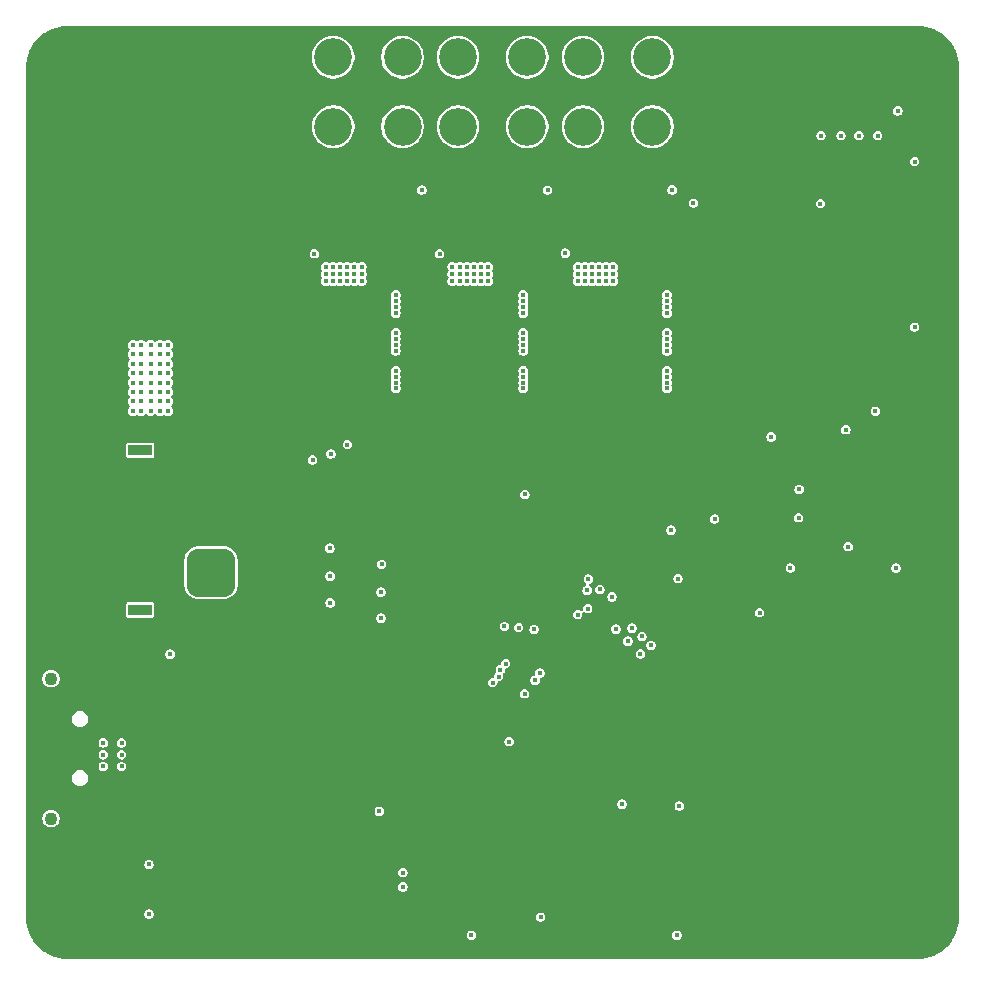
<source format=gbr>
%TF.GenerationSoftware,KiCad,Pcbnew,9.0.6-9.0.6~ubuntu24.04.1*%
%TF.CreationDate,2025-11-23T02:06:06+01:00*%
%TF.ProjectId,FOC_CONTROLLER_V2,464f435f-434f-44e5-9452-4f4c4c45525f,rev?*%
%TF.SameCoordinates,Original*%
%TF.FileFunction,Copper,L2,Inr*%
%TF.FilePolarity,Positive*%
%FSLAX46Y46*%
G04 Gerber Fmt 4.6, Leading zero omitted, Abs format (unit mm)*
G04 Created by KiCad (PCBNEW 9.0.6-9.0.6~ubuntu24.04.1) date 2025-11-23 02:06:06*
%MOMM*%
%LPD*%
G01*
G04 APERTURE LIST*
G04 Aperture macros list*
%AMRoundRect*
0 Rectangle with rounded corners*
0 $1 Rounding radius*
0 $2 $3 $4 $5 $6 $7 $8 $9 X,Y pos of 4 corners*
0 Add a 4 corners polygon primitive as box body*
4,1,4,$2,$3,$4,$5,$6,$7,$8,$9,$2,$3,0*
0 Add four circle primitives for the rounded corners*
1,1,$1+$1,$2,$3*
1,1,$1+$1,$4,$5*
1,1,$1+$1,$6,$7*
1,1,$1+$1,$8,$9*
0 Add four rect primitives between the rounded corners*
20,1,$1+$1,$2,$3,$4,$5,0*
20,1,$1+$1,$4,$5,$6,$7,0*
20,1,$1+$1,$6,$7,$8,$9,0*
20,1,$1+$1,$8,$9,$2,$3,0*%
G04 Aperture macros list end*
%TA.AperFunction,ComponentPad*%
%ADD10C,3.200000*%
%TD*%
%TA.AperFunction,ComponentPad*%
%ADD11C,0.800000*%
%TD*%
%TA.AperFunction,ComponentPad*%
%ADD12C,6.400000*%
%TD*%
%TA.AperFunction,ComponentPad*%
%ADD13C,1.090000*%
%TD*%
%TA.AperFunction,ComponentPad*%
%ADD14R,2.000000X0.900000*%
%TD*%
%TA.AperFunction,ComponentPad*%
%ADD15RoundRect,1.025000X1.025000X-1.025000X1.025000X1.025000X-1.025000X1.025000X-1.025000X-1.025000X0*%
%TD*%
%TA.AperFunction,ComponentPad*%
%ADD16C,4.100000*%
%TD*%
%TA.AperFunction,ViaPad*%
%ADD17C,0.400000*%
%TD*%
%TA.AperFunction,ViaPad*%
%ADD18C,0.450000*%
%TD*%
G04 APERTURE END LIST*
D10*
%TO.N,/OUT1*%
%TO.C,J2*%
X126505000Y-65035000D03*
X132375000Y-65035000D03*
X126505000Y-59165000D03*
X132375000Y-59165000D03*
%TD*%
D11*
%TO.N,GND*%
%TO.C,H4*%
X115100000Y-67000000D03*
X115802944Y-65302944D03*
X115802944Y-68697056D03*
X117500000Y-64600000D03*
D12*
X117500000Y-67000000D03*
D11*
X117500000Y-69400000D03*
X119197056Y-65302944D03*
X119197056Y-68697056D03*
X119900000Y-67000000D03*
%TD*%
D13*
%TO.N,N/C*%
%TO.C,J11*%
X102607500Y-111775000D03*
X102607500Y-123625000D03*
%TD*%
D10*
%TO.N,/OUT2*%
%TO.C,J3*%
X137065000Y-65035000D03*
X142935000Y-65035000D03*
X137065000Y-59165000D03*
X142935000Y-59165000D03*
%TD*%
D14*
%TO.N,*%
%TO.C,J1*%
X110150000Y-105950000D03*
X110150000Y-92450000D03*
D15*
%TO.N,+48V*%
X116150000Y-102800000D03*
D16*
%TO.N,GND*%
X116150000Y-95600000D03*
%TD*%
D11*
%TO.N,GND*%
%TO.C,H1*%
X115100000Y-125000000D03*
X115802944Y-123302944D03*
X115802944Y-126697056D03*
X117500000Y-122600000D03*
D12*
X117500000Y-125000000D03*
D11*
X117500000Y-127400000D03*
X119197056Y-123302944D03*
X119197056Y-126697056D03*
X119900000Y-125000000D03*
%TD*%
D10*
%TO.N,/OUT3*%
%TO.C,J4*%
X147655000Y-65035000D03*
X153525000Y-65035000D03*
X147655000Y-59165000D03*
X153525000Y-59165000D03*
%TD*%
D11*
%TO.N,GND*%
%TO.C,H3*%
X160100000Y-67000000D03*
X160802944Y-65302944D03*
X160802944Y-68697056D03*
X162500000Y-64600000D03*
D12*
X162500000Y-67000000D03*
D11*
X162500000Y-69400000D03*
X164197056Y-65302944D03*
X164197056Y-68697056D03*
X164900000Y-67000000D03*
%TD*%
%TO.N,GND*%
%TO.C,H2*%
X160100000Y-125000000D03*
X160802944Y-123302944D03*
X160802944Y-126697056D03*
X162500000Y-122600000D03*
D12*
X162500000Y-125000000D03*
D11*
X162500000Y-127400000D03*
X164197056Y-123302944D03*
X164197056Y-126697056D03*
X164900000Y-125000000D03*
%TD*%
D17*
%TO.N,+3.3V*%
X130400000Y-123000000D03*
%TO.N,GND*%
X128500000Y-119000000D03*
D18*
%TO.N,/OUT1*%
X126250000Y-105350000D03*
D17*
%TO.N,GND*%
X178900000Y-72700000D03*
X170300000Y-57000000D03*
X167900000Y-68000000D03*
D18*
X135000000Y-80800001D03*
D17*
X114800000Y-135000000D03*
D18*
X139800002Y-104900000D03*
D17*
X178900000Y-108700000D03*
D18*
X140500001Y-102500000D03*
D17*
X167299999Y-135000000D03*
X149332664Y-108674696D03*
X178900000Y-74200000D03*
X141853554Y-96353554D03*
X122300000Y-135000000D03*
X101100000Y-63200000D03*
X140250000Y-116800000D03*
X104300000Y-57000000D03*
X161300000Y-135000000D03*
X150750000Y-105550000D03*
X135160000Y-97275000D03*
X110300000Y-135000000D03*
X107300000Y-57000000D03*
D18*
X158050000Y-82499999D03*
X111033885Y-74899999D03*
X109533886Y-75700000D03*
D17*
X132800000Y-116000000D03*
D18*
X140500001Y-105700001D03*
X145700000Y-79299999D03*
D17*
X120800000Y-135000000D03*
X167600000Y-91200000D03*
X101100000Y-97700000D03*
D18*
X158050000Y-86700000D03*
D17*
X170600000Y-91900000D03*
D18*
X110233885Y-70900001D03*
D17*
X110300000Y-57000000D03*
D18*
X158050000Y-87200000D03*
X112533885Y-74900000D03*
D17*
X123550000Y-62149999D03*
X159800001Y-57000000D03*
X122300000Y-57000000D03*
D18*
X112533884Y-74100000D03*
X145700000Y-80799999D03*
D17*
X178900000Y-95200000D03*
X120800000Y-57000000D03*
D18*
X141300001Y-103300000D03*
D17*
X141100000Y-127300000D03*
D18*
X111033885Y-74100000D03*
D17*
X108800001Y-57000000D03*
X154600000Y-113000000D03*
X152300000Y-135000000D03*
X178900000Y-99700000D03*
X101100000Y-112700000D03*
X136700000Y-108700000D03*
X136660000Y-97275000D03*
X173300000Y-57000000D03*
X168800001Y-135000000D03*
X101100000Y-75200000D03*
D18*
X142800000Y-105700000D03*
D17*
X178900000Y-66700000D03*
D18*
X111833885Y-72500001D03*
D17*
X101100000Y-132200000D03*
X135200000Y-117100000D03*
X101100000Y-78200000D03*
X178900000Y-60700000D03*
D18*
X111033885Y-72500000D03*
D17*
X178900000Y-83200000D03*
X101100000Y-106700000D03*
D18*
X111033885Y-76500000D03*
X109533886Y-71700000D03*
X142800000Y-103300000D03*
X135000000Y-86700000D03*
D17*
X101100000Y-123200000D03*
D18*
X145700000Y-85699998D03*
D17*
X123550000Y-59150002D03*
X167900000Y-78300000D03*
X178900000Y-119200000D03*
X111800000Y-57000000D03*
X158900000Y-90450000D03*
X156450000Y-64250001D03*
D18*
X158050000Y-79299999D03*
D17*
X123550000Y-66650000D03*
X168800001Y-57000000D03*
X120100000Y-121600000D03*
X101100000Y-100700000D03*
D18*
X135000000Y-87200000D03*
X111833884Y-70900001D03*
X141300001Y-104099999D03*
D17*
X178900000Y-68200000D03*
X146800000Y-98900000D03*
X101100000Y-60200000D03*
X178900000Y-120700000D03*
X157800000Y-112900000D03*
X129800000Y-135000000D03*
D18*
X145700000Y-80300000D03*
D17*
X101100000Y-127700000D03*
X158299999Y-57000000D03*
X101100000Y-73700000D03*
X135800001Y-135000000D03*
X161600000Y-96050000D03*
X101100000Y-102200000D03*
X178900000Y-105700000D03*
D18*
X135000000Y-84000000D03*
D17*
X171800000Y-135000000D03*
X158299999Y-135000000D03*
X141800000Y-135000000D03*
X107300000Y-135000000D03*
X153900000Y-102000000D03*
X178900000Y-107200000D03*
X101100000Y-130700000D03*
X178900000Y-71200000D03*
D18*
X139800002Y-103300000D03*
D17*
X174800000Y-135000000D03*
X144000000Y-118500000D03*
X164700000Y-90900000D03*
X156450000Y-59750000D03*
X178900000Y-96700000D03*
D18*
X110233885Y-73300000D03*
D17*
X134299999Y-135000000D03*
X170400000Y-66600000D03*
X101100000Y-87200000D03*
X101100000Y-93200000D03*
X178900000Y-126700000D03*
X126800001Y-135000000D03*
X152150000Y-126500000D03*
X131300000Y-135000000D03*
D18*
X139800000Y-104100000D03*
D17*
X167300000Y-57000000D03*
X155900000Y-114200000D03*
X150800001Y-135000000D03*
X101100000Y-90200000D03*
X119300000Y-57000000D03*
X144603554Y-94903554D03*
X134750000Y-99900000D03*
X116299999Y-57000000D03*
X172500000Y-91700000D03*
X147800000Y-135000000D03*
X131550000Y-99800000D03*
D18*
X142100000Y-105700001D03*
D17*
X172400000Y-86700000D03*
X101100000Y-114200000D03*
D18*
X111033885Y-71700000D03*
D17*
X178900000Y-122200000D03*
D18*
X158050000Y-80799999D03*
D17*
X101100000Y-129200000D03*
D18*
X112533885Y-75700001D03*
D17*
X101100000Y-118700000D03*
X101100000Y-121700000D03*
X178900000Y-102700000D03*
D18*
X111033885Y-70900000D03*
X142100000Y-103300000D03*
D17*
X101100000Y-117200000D03*
X166000000Y-81000000D03*
X144800001Y-135000000D03*
X101100000Y-82700000D03*
X149350000Y-106450000D03*
D18*
X111833885Y-73300000D03*
D17*
X178900000Y-128200000D03*
X123550000Y-65149997D03*
D18*
X135000000Y-83500000D03*
D17*
X105800000Y-135000000D03*
D18*
X140500001Y-104900000D03*
D17*
X137800000Y-100700000D03*
X146300000Y-135000000D03*
X107032500Y-116200000D03*
X175000000Y-106900000D03*
D18*
X110233885Y-71700000D03*
D17*
X178900000Y-69700000D03*
X105800000Y-57000000D03*
X101100000Y-61700000D03*
D18*
X110233885Y-76500001D03*
X140500001Y-104100000D03*
D17*
X145000000Y-113700000D03*
X143299999Y-135000000D03*
X178900000Y-84700000D03*
X178900000Y-89200000D03*
X164750000Y-84700000D03*
D18*
X111833885Y-75700000D03*
D17*
X123550000Y-60650002D03*
X101100000Y-72200000D03*
D18*
X109533886Y-70900001D03*
X111033885Y-73300001D03*
D17*
X162550000Y-113400000D03*
D18*
X112533885Y-73300000D03*
D17*
X134150000Y-114000000D03*
X156450000Y-61250000D03*
X167900000Y-74900000D03*
D18*
X145700000Y-82999999D03*
D17*
X101100000Y-79700000D03*
X178900000Y-87700000D03*
X108800001Y-135000000D03*
X178900000Y-129700000D03*
X101100000Y-96200000D03*
X132450000Y-107850000D03*
X123800000Y-135000000D03*
D18*
X111833885Y-71700000D03*
D17*
X166700000Y-107900000D03*
X155300000Y-135000000D03*
X113775000Y-117700000D03*
D18*
X145700000Y-87200000D03*
X158050000Y-80300000D03*
X135000000Y-82999999D03*
D17*
X140300000Y-135000000D03*
D18*
X141300001Y-104900002D03*
D17*
X101100000Y-70700000D03*
X113300000Y-57000000D03*
X162700000Y-93950000D03*
D18*
X111833884Y-76500001D03*
X109533884Y-74900000D03*
D17*
X101100000Y-66200000D03*
X162800000Y-57000000D03*
X178900000Y-65200000D03*
X117800001Y-57000000D03*
X170225000Y-105000000D03*
X151419723Y-110765739D03*
D18*
X145700000Y-79799999D03*
X135000000Y-79299999D03*
X112533884Y-76500000D03*
D17*
X132800000Y-135000000D03*
X101100000Y-84200000D03*
X101100000Y-88700000D03*
X101100000Y-108200000D03*
D18*
X109533886Y-74100000D03*
X110233885Y-74900000D03*
D17*
X123550000Y-63649999D03*
D18*
X135000000Y-80300000D03*
D17*
X178900000Y-113200000D03*
X151950000Y-96975000D03*
D18*
X145700000Y-83500000D03*
D17*
X137300000Y-135000000D03*
D18*
X145700000Y-82499999D03*
D17*
X113300000Y-135000000D03*
X178900000Y-116200000D03*
D18*
X135000000Y-86199999D03*
D17*
X101100000Y-64700000D03*
X170300000Y-135000000D03*
X178900000Y-81700000D03*
X101100000Y-69200000D03*
X178900000Y-93700000D03*
X147200000Y-108700000D03*
X178900000Y-78700000D03*
D18*
X110233885Y-74100000D03*
D17*
X101100000Y-91700000D03*
X101100000Y-126200000D03*
D18*
X141300001Y-102500001D03*
D17*
X178900000Y-111700000D03*
X178900000Y-92200000D03*
X153450000Y-123150000D03*
D18*
X145700000Y-86199999D03*
D17*
X150351992Y-109698008D03*
X147300000Y-122700000D03*
X148400000Y-100650000D03*
X141800000Y-122300000D03*
D18*
X142100001Y-102500000D03*
D17*
X101100000Y-81200000D03*
X178900000Y-125200000D03*
X163950000Y-104600000D03*
D18*
X112533885Y-71700001D03*
D17*
X111800000Y-135000000D03*
X158350000Y-108950000D03*
X119300000Y-135000000D03*
X172400000Y-98700000D03*
X101100000Y-124700000D03*
D18*
X141300001Y-105700000D03*
D17*
X101100000Y-85700000D03*
D18*
X112533884Y-70900000D03*
X142800001Y-104900001D03*
D17*
X155100000Y-105600000D03*
D18*
X111833885Y-74900000D03*
D17*
X116299999Y-135000000D03*
X178900000Y-123700000D03*
X123550000Y-57650002D03*
X156450000Y-66100001D03*
X101100000Y-105200000D03*
X117800001Y-135000000D03*
X146300000Y-135000000D03*
X101100000Y-115700000D03*
D18*
X109533884Y-73300000D03*
D17*
X178900000Y-104200000D03*
X101100000Y-103700000D03*
D18*
X110233885Y-75700000D03*
D17*
X158400000Y-70000000D03*
X125299999Y-135000000D03*
D18*
X142800001Y-102500000D03*
X112533884Y-72500000D03*
D17*
X129600000Y-99750000D03*
X101100000Y-99200000D03*
X154400000Y-115800000D03*
D18*
X135000000Y-82500000D03*
D17*
X164300000Y-57000000D03*
X101100000Y-111200000D03*
X153800000Y-135000000D03*
D18*
X135000000Y-79799999D03*
X135000000Y-85700000D03*
D17*
X162800000Y-135000000D03*
D18*
X110233885Y-72500001D03*
D17*
X178900000Y-117700000D03*
X161300000Y-57000000D03*
X101100000Y-109700000D03*
D18*
X140500001Y-103300000D03*
X109533886Y-72500001D03*
D17*
X178900000Y-63700000D03*
X178900000Y-131200000D03*
X156800000Y-135000000D03*
X165800000Y-135000000D03*
D18*
X158050000Y-79799999D03*
D17*
X178900000Y-114700000D03*
D18*
X111033885Y-75700002D03*
D17*
X133750000Y-127450000D03*
X172300000Y-96800000D03*
X156800000Y-57000000D03*
X178900000Y-77200000D03*
D18*
X142100001Y-104100000D03*
D17*
X178900000Y-62200000D03*
D18*
X158050000Y-86199999D03*
X142800001Y-104100000D03*
D17*
X101100000Y-94700000D03*
D18*
X109533886Y-76500001D03*
X145700000Y-83999999D03*
D17*
X150700000Y-102600000D03*
X178900000Y-98200000D03*
X141400000Y-114400000D03*
D18*
X111833884Y-74100000D03*
D17*
X101100000Y-76700000D03*
X178900000Y-80200000D03*
X159750000Y-93850000D03*
D18*
X158050000Y-85699998D03*
D17*
X101100000Y-90200000D03*
X138500000Y-116950000D03*
X178900000Y-110200000D03*
D18*
X142100001Y-104900000D03*
D17*
X108582500Y-116200000D03*
X159800001Y-135000000D03*
X128300000Y-135000000D03*
X101100000Y-120200000D03*
D18*
X158050000Y-82999999D03*
X145700000Y-86700000D03*
D17*
X171800000Y-57000000D03*
X101100000Y-67700000D03*
X162200000Y-91900000D03*
X178900000Y-75700000D03*
X104300000Y-135000000D03*
D18*
X158050000Y-83999999D03*
D17*
X164300000Y-135000000D03*
X156800000Y-70500000D03*
D18*
X139800002Y-105700001D03*
D17*
X149300000Y-135000000D03*
X173300000Y-135000000D03*
X138800000Y-135000000D03*
X171700000Y-101200000D03*
X114800000Y-57000000D03*
X154500000Y-119600000D03*
D18*
X139800000Y-102500000D03*
X158050000Y-83500000D03*
%TO.N,/OUT2*%
X126250001Y-103100000D03*
D17*
%TO.N,+3.3V*%
X167750000Y-71550000D03*
X141400000Y-117100000D03*
X162600000Y-106190001D03*
X155600000Y-133500000D03*
X175725000Y-82000000D03*
X174300000Y-63700000D03*
X151800000Y-107500000D03*
X174150000Y-102400000D03*
X165950000Y-95750000D03*
X152515739Y-109669723D03*
X172400000Y-89125000D03*
X175725000Y-68000000D03*
X144060000Y-131960000D03*
X150428680Y-107578680D03*
X153400000Y-108950000D03*
X151448008Y-108601992D03*
X152650000Y-108200000D03*
X165200000Y-102400000D03*
%TO.N,+5V*%
X132400000Y-128200000D03*
X138200000Y-133500000D03*
X107032500Y-119200000D03*
X108582500Y-119200000D03*
X132400000Y-129400000D03*
%TO.N,/NTC*%
X157000000Y-71500000D03*
X142724266Y-96175734D03*
D18*
%TO.N,/OUT3*%
X126200000Y-100750000D03*
D17*
%TO.N,Net-(IC1-PC14)*%
X110900000Y-127500000D03*
X147200000Y-106350000D03*
%TO.N,/PB6*%
X141000000Y-107350000D03*
X158800000Y-98250000D03*
%TO.N,Net-(IC1-PC15)*%
X110900000Y-131700000D03*
X148050000Y-105850000D03*
%TO.N,/VCP_RX*%
X155800000Y-122550000D03*
X148100000Y-103350000D03*
%TO.N,/NRST*%
X149075000Y-104225000D03*
X155700000Y-103300000D03*
%TO.N,/VCP_TX*%
X148000000Y-104300000D03*
X150950000Y-122400000D03*
%TO.N,Net-(IC1-PB4)*%
X141100000Y-110500000D03*
X169500000Y-65800000D03*
%TO.N,Net-(IC1-PB3)*%
X140645522Y-111017912D03*
X171000000Y-65800000D03*
%TO.N,Net-(IC1-PD2)*%
X172600000Y-65800000D03*
X140500000Y-111600000D03*
%TO.N,/User*%
X150100000Y-104850000D03*
X163575000Y-91300000D03*
%TO.N,Net-(IC1-PB5)*%
X140000000Y-112100000D03*
X167800000Y-65800000D03*
%TO.N,Net-(Q1-G)*%
X127700000Y-91950000D03*
X124900000Y-75800000D03*
%TO.N,Net-(Q2-G)*%
X130550000Y-104450000D03*
X144650000Y-70400000D03*
%TO.N,Net-(Q3-G)*%
X130550000Y-106650000D03*
X134000000Y-70400000D03*
%TO.N,Net-(Q4-G)*%
X135500000Y-75800000D03*
X126300000Y-92750000D03*
%TO.N,Net-(Q5-G)*%
X130600000Y-102100000D03*
X155200000Y-70393000D03*
%TO.N,Net-(Q6-G)*%
X146150000Y-75750000D03*
X124750000Y-93250000D03*
%TO.N,/PB7*%
X142200000Y-107450000D03*
X165900000Y-98150000D03*
D18*
%TO.N,+48V*%
X142600000Y-86700000D03*
X154750000Y-86199999D03*
X111033885Y-86699999D03*
X154750000Y-84000000D03*
X142600000Y-79799999D03*
X154750000Y-80300000D03*
X112533885Y-87500001D03*
X111833885Y-85100000D03*
X112533884Y-85900000D03*
X154750000Y-79299999D03*
X109533884Y-85100000D03*
X142600000Y-83500000D03*
X142600000Y-80300000D03*
X112533885Y-86700000D03*
X131800000Y-80299999D03*
X131800000Y-79799998D03*
X111833885Y-83500000D03*
X112533885Y-85100000D03*
X131800000Y-79299998D03*
X154750000Y-82499998D03*
X111833885Y-87500000D03*
X111033885Y-85900000D03*
X131800000Y-84000000D03*
X142600000Y-86199999D03*
X131800000Y-83499999D03*
X131800000Y-82999998D03*
X112533885Y-83500001D03*
X110233885Y-89100000D03*
X109533886Y-85900000D03*
D17*
X155100000Y-99200000D03*
D18*
X111033885Y-87500002D03*
X131800000Y-85699999D03*
X154750000Y-87200000D03*
X109533886Y-83500000D03*
X154750000Y-85699998D03*
X110233885Y-86700000D03*
X154750000Y-80799999D03*
X111033885Y-89100000D03*
X109533886Y-84300001D03*
X111833885Y-89100000D03*
D17*
X143500000Y-107600000D03*
D18*
X110233885Y-87500000D03*
X142600000Y-87200000D03*
X111833885Y-84300001D03*
X109533886Y-88300001D03*
X111833884Y-88300001D03*
X111833885Y-86700000D03*
X131800000Y-86699999D03*
X109533886Y-87500000D03*
X154750000Y-86700000D03*
X110233885Y-88300001D03*
X142600000Y-82499998D03*
X154750000Y-83500000D03*
X142600000Y-80799999D03*
X111833884Y-85900000D03*
X110233885Y-85900000D03*
X111033885Y-84300000D03*
X112533885Y-89100001D03*
X142600000Y-84000000D03*
X110233885Y-85100000D03*
X112533884Y-84300000D03*
X111033885Y-88300000D03*
X109533886Y-89100000D03*
X110233885Y-83500000D03*
X142600000Y-82999999D03*
D17*
X112700000Y-109700000D03*
D18*
X131800000Y-82499998D03*
X111033885Y-85100001D03*
X110233885Y-84300001D03*
X131800000Y-87199999D03*
X142600000Y-79299999D03*
X109533884Y-86700000D03*
X154750000Y-79799999D03*
X112533884Y-88300000D03*
X131800000Y-86199998D03*
X142600000Y-85699998D03*
D17*
X142700000Y-113050001D03*
D18*
X111033885Y-83500000D03*
X154750000Y-82999999D03*
X131800000Y-80800000D03*
D17*
%TO.N,/L_SW_1*%
X169900000Y-90700000D03*
X144000000Y-111300000D03*
%TO.N,/L_SW_2*%
X143600000Y-111900000D03*
X170100000Y-100600000D03*
%TO.N,/B*%
X108582500Y-118200000D03*
X107032500Y-118200000D03*
%TO.N,/A*%
X107032500Y-117200000D03*
X108582500Y-117200000D03*
D18*
%TO.N,Net-(Q1-S-Pad1)*%
X125900000Y-78100000D03*
X125900000Y-77500000D03*
X126500000Y-78100000D03*
X126500000Y-77500000D03*
X128900000Y-78100000D03*
X127700000Y-77500000D03*
X127100000Y-76900000D03*
X126500000Y-76900000D03*
X128900000Y-77500000D03*
X125900000Y-76900000D03*
X127100000Y-78100000D03*
X128900000Y-76900000D03*
X127700000Y-78100000D03*
X127700000Y-76900000D03*
X128300000Y-76900000D03*
X128300000Y-78100000D03*
X128300000Y-77500000D03*
X127100000Y-77500000D03*
%TO.N,Net-(Q4-S-Pad1)*%
X138400000Y-78100000D03*
X138400000Y-76900000D03*
X136600000Y-78100000D03*
X139600000Y-76900000D03*
X137200000Y-77500000D03*
X137800000Y-77500000D03*
X139600000Y-77500000D03*
X139000000Y-78100000D03*
X136600000Y-77500000D03*
X139000000Y-77500000D03*
X137200000Y-76900000D03*
X139600000Y-78100000D03*
X138400000Y-77500000D03*
X136600000Y-76900000D03*
X137800000Y-76900000D03*
X139000000Y-76900000D03*
X137800000Y-78100000D03*
X137200000Y-78100000D03*
%TO.N,Net-(Q6-S-Pad1)*%
X150200000Y-77500000D03*
X148400000Y-77500000D03*
X148400000Y-78100000D03*
X149000000Y-78100000D03*
X147200000Y-76900000D03*
X149000000Y-76900000D03*
X147800000Y-77500000D03*
X149600000Y-77500000D03*
X149600000Y-78100000D03*
X147800000Y-76900000D03*
X147200000Y-77500000D03*
X149000000Y-77500000D03*
X149600000Y-76900000D03*
X148400000Y-76900000D03*
X150200000Y-76900000D03*
X147200000Y-78100000D03*
X147800000Y-78100000D03*
X150200000Y-78100000D03*
%TD*%
%TA.AperFunction,Conductor*%
%TO.N,GND*%
G36*
X176003032Y-56500648D02*
G01*
X176336929Y-56517052D01*
X176349037Y-56518245D01*
X176452146Y-56533539D01*
X176676699Y-56566849D01*
X176688617Y-56569219D01*
X177009951Y-56649709D01*
X177021588Y-56653240D01*
X177092806Y-56678722D01*
X177333467Y-56764832D01*
X177344688Y-56769479D01*
X177644163Y-56911120D01*
X177654871Y-56916844D01*
X177938988Y-57087137D01*
X177949106Y-57093897D01*
X178215170Y-57291224D01*
X178224576Y-57298944D01*
X178470013Y-57521395D01*
X178478604Y-57529986D01*
X178600726Y-57664727D01*
X178701055Y-57775423D01*
X178708775Y-57784829D01*
X178906102Y-58050893D01*
X178912862Y-58061011D01*
X179041776Y-58276092D01*
X179083148Y-58345116D01*
X179088883Y-58355844D01*
X179094132Y-58366943D01*
X179230514Y-58655297D01*
X179235170Y-58666540D01*
X179346759Y-58978411D01*
X179350292Y-58990055D01*
X179430777Y-59311369D01*
X179433151Y-59323305D01*
X179481754Y-59650962D01*
X179482947Y-59663071D01*
X179499351Y-59996966D01*
X179499500Y-60003051D01*
X179499500Y-131996948D01*
X179499351Y-132003033D01*
X179482947Y-132336928D01*
X179481754Y-132349037D01*
X179433151Y-132676694D01*
X179430777Y-132688630D01*
X179350292Y-133009944D01*
X179346759Y-133021588D01*
X179235170Y-133333459D01*
X179230514Y-133344702D01*
X179088885Y-133644151D01*
X179083148Y-133654883D01*
X178912862Y-133938988D01*
X178906102Y-133949106D01*
X178708775Y-134215170D01*
X178701055Y-134224576D01*
X178478611Y-134470006D01*
X178470006Y-134478611D01*
X178224576Y-134701055D01*
X178215170Y-134708775D01*
X177949106Y-134906102D01*
X177938988Y-134912862D01*
X177654883Y-135083148D01*
X177644151Y-135088885D01*
X177344702Y-135230514D01*
X177333459Y-135235170D01*
X177021588Y-135346759D01*
X177009944Y-135350292D01*
X176688630Y-135430777D01*
X176676694Y-135433151D01*
X176349037Y-135481754D01*
X176336928Y-135482947D01*
X176021989Y-135498419D01*
X176003031Y-135499351D01*
X175996949Y-135499500D01*
X104003051Y-135499500D01*
X103996968Y-135499351D01*
X103976900Y-135498365D01*
X103663071Y-135482947D01*
X103650962Y-135481754D01*
X103323305Y-135433151D01*
X103311369Y-135430777D01*
X102990055Y-135350292D01*
X102978411Y-135346759D01*
X102666540Y-135235170D01*
X102655301Y-135230515D01*
X102355844Y-135088883D01*
X102345121Y-135083150D01*
X102061011Y-134912862D01*
X102050893Y-134906102D01*
X101784829Y-134708775D01*
X101775423Y-134701055D01*
X101736475Y-134665755D01*
X101529986Y-134478604D01*
X101521395Y-134470013D01*
X101298944Y-134224576D01*
X101291224Y-134215170D01*
X101093897Y-133949106D01*
X101087137Y-133938988D01*
X100916844Y-133654871D01*
X100911120Y-133644163D01*
X100817998Y-133447273D01*
X137799500Y-133447273D01*
X137799500Y-133552727D01*
X137826793Y-133654587D01*
X137879520Y-133745913D01*
X137954087Y-133820480D01*
X138045413Y-133873207D01*
X138147273Y-133900500D01*
X138147275Y-133900500D01*
X138252725Y-133900500D01*
X138252727Y-133900500D01*
X138354587Y-133873207D01*
X138445913Y-133820480D01*
X138520480Y-133745913D01*
X138573207Y-133654587D01*
X138600500Y-133552727D01*
X138600500Y-133447273D01*
X155199500Y-133447273D01*
X155199500Y-133552727D01*
X155226793Y-133654587D01*
X155279520Y-133745913D01*
X155354087Y-133820480D01*
X155445413Y-133873207D01*
X155547273Y-133900500D01*
X155547275Y-133900500D01*
X155652725Y-133900500D01*
X155652727Y-133900500D01*
X155754587Y-133873207D01*
X155845913Y-133820480D01*
X155920480Y-133745913D01*
X155973207Y-133654587D01*
X156000500Y-133552727D01*
X156000500Y-133447273D01*
X155973207Y-133345413D01*
X155920480Y-133254087D01*
X155845913Y-133179520D01*
X155754587Y-133126793D01*
X155652727Y-133099500D01*
X155547273Y-133099500D01*
X155445413Y-133126793D01*
X155445410Y-133126794D01*
X155354085Y-133179521D01*
X155279521Y-133254085D01*
X155226794Y-133345410D01*
X155226793Y-133345413D01*
X155199500Y-133447273D01*
X138600500Y-133447273D01*
X138573207Y-133345413D01*
X138520480Y-133254087D01*
X138445913Y-133179520D01*
X138354587Y-133126793D01*
X138252727Y-133099500D01*
X138147273Y-133099500D01*
X138045413Y-133126793D01*
X138045410Y-133126794D01*
X137954085Y-133179521D01*
X137879521Y-133254085D01*
X137826794Y-133345410D01*
X137826793Y-133345413D01*
X137799500Y-133447273D01*
X100817998Y-133447273D01*
X100769479Y-133344688D01*
X100764829Y-133333459D01*
X100736429Y-133254087D01*
X100653240Y-133021588D01*
X100649707Y-133009944D01*
X100640958Y-132975015D01*
X100569219Y-132688617D01*
X100566848Y-132676694D01*
X100518245Y-132349037D01*
X100517052Y-132336927D01*
X100500649Y-132003032D01*
X100500500Y-131996948D01*
X100500500Y-131647273D01*
X110499500Y-131647273D01*
X110499500Y-131752727D01*
X110526793Y-131854587D01*
X110579520Y-131945913D01*
X110654087Y-132020480D01*
X110745413Y-132073207D01*
X110847273Y-132100500D01*
X110847275Y-132100500D01*
X110952725Y-132100500D01*
X110952727Y-132100500D01*
X111054587Y-132073207D01*
X111145913Y-132020480D01*
X111220480Y-131945913D01*
X111242789Y-131907273D01*
X143659500Y-131907273D01*
X143659500Y-132012727D01*
X143686793Y-132114587D01*
X143739520Y-132205913D01*
X143814087Y-132280480D01*
X143905413Y-132333207D01*
X144007273Y-132360500D01*
X144007275Y-132360500D01*
X144112725Y-132360500D01*
X144112727Y-132360500D01*
X144214587Y-132333207D01*
X144305913Y-132280480D01*
X144380480Y-132205913D01*
X144433207Y-132114587D01*
X144460500Y-132012727D01*
X144460500Y-131907273D01*
X144433207Y-131805413D01*
X144380480Y-131714087D01*
X144305913Y-131639520D01*
X144214587Y-131586793D01*
X144112727Y-131559500D01*
X144007273Y-131559500D01*
X143905413Y-131586793D01*
X143905410Y-131586794D01*
X143814085Y-131639521D01*
X143739521Y-131714085D01*
X143686794Y-131805410D01*
X143686793Y-131805413D01*
X143659500Y-131907273D01*
X111242789Y-131907273D01*
X111273207Y-131854587D01*
X111300500Y-131752727D01*
X111300500Y-131647273D01*
X111273207Y-131545413D01*
X111220480Y-131454087D01*
X111145913Y-131379520D01*
X111054587Y-131326793D01*
X110952727Y-131299500D01*
X110847273Y-131299500D01*
X110745413Y-131326793D01*
X110745410Y-131326794D01*
X110654085Y-131379521D01*
X110579521Y-131454085D01*
X110526794Y-131545410D01*
X110526793Y-131545413D01*
X110499500Y-131647273D01*
X100500500Y-131647273D01*
X100500500Y-129347273D01*
X131999500Y-129347273D01*
X131999500Y-129452727D01*
X132026793Y-129554587D01*
X132079520Y-129645913D01*
X132154087Y-129720480D01*
X132245413Y-129773207D01*
X132347273Y-129800500D01*
X132347275Y-129800500D01*
X132452725Y-129800500D01*
X132452727Y-129800500D01*
X132554587Y-129773207D01*
X132645913Y-129720480D01*
X132720480Y-129645913D01*
X132773207Y-129554587D01*
X132800500Y-129452727D01*
X132800500Y-129347273D01*
X132773207Y-129245413D01*
X132720480Y-129154087D01*
X132645913Y-129079520D01*
X132554587Y-129026793D01*
X132452727Y-128999500D01*
X132347273Y-128999500D01*
X132245413Y-129026793D01*
X132245410Y-129026794D01*
X132154085Y-129079521D01*
X132079521Y-129154085D01*
X132026794Y-129245410D01*
X132026793Y-129245413D01*
X131999500Y-129347273D01*
X100500500Y-129347273D01*
X100500500Y-128147273D01*
X131999500Y-128147273D01*
X131999500Y-128252727D01*
X132026793Y-128354587D01*
X132079520Y-128445913D01*
X132154087Y-128520480D01*
X132245413Y-128573207D01*
X132347273Y-128600500D01*
X132347275Y-128600500D01*
X132452725Y-128600500D01*
X132452727Y-128600500D01*
X132554587Y-128573207D01*
X132645913Y-128520480D01*
X132720480Y-128445913D01*
X132773207Y-128354587D01*
X132800500Y-128252727D01*
X132800500Y-128147273D01*
X132773207Y-128045413D01*
X132720480Y-127954087D01*
X132645913Y-127879520D01*
X132554587Y-127826793D01*
X132452727Y-127799500D01*
X132347273Y-127799500D01*
X132245413Y-127826793D01*
X132245410Y-127826794D01*
X132154085Y-127879521D01*
X132079521Y-127954085D01*
X132026794Y-128045410D01*
X132026793Y-128045413D01*
X131999500Y-128147273D01*
X100500500Y-128147273D01*
X100500500Y-127447273D01*
X110499500Y-127447273D01*
X110499500Y-127552727D01*
X110526793Y-127654587D01*
X110579520Y-127745913D01*
X110654087Y-127820480D01*
X110745413Y-127873207D01*
X110847273Y-127900500D01*
X110847275Y-127900500D01*
X110952725Y-127900500D01*
X110952727Y-127900500D01*
X111054587Y-127873207D01*
X111145913Y-127820480D01*
X111220480Y-127745913D01*
X111273207Y-127654587D01*
X111300500Y-127552727D01*
X111300500Y-127447273D01*
X111273207Y-127345413D01*
X111220480Y-127254087D01*
X111145913Y-127179520D01*
X111054587Y-127126793D01*
X110952727Y-127099500D01*
X110847273Y-127099500D01*
X110745413Y-127126793D01*
X110745410Y-127126794D01*
X110654085Y-127179521D01*
X110579521Y-127254085D01*
X110526794Y-127345410D01*
X110526793Y-127345413D01*
X110499500Y-127447273D01*
X100500500Y-127447273D01*
X100500500Y-123551570D01*
X101862000Y-123551570D01*
X101862000Y-123698429D01*
X101890647Y-123842446D01*
X101890649Y-123842454D01*
X101946845Y-123978124D01*
X101946850Y-123978133D01*
X102028431Y-124100227D01*
X102028434Y-124100231D01*
X102132268Y-124204065D01*
X102132272Y-124204068D01*
X102254366Y-124285649D01*
X102254372Y-124285652D01*
X102254373Y-124285653D01*
X102390046Y-124341851D01*
X102534070Y-124370499D01*
X102534074Y-124370500D01*
X102534075Y-124370500D01*
X102680926Y-124370500D01*
X102680927Y-124370499D01*
X102824954Y-124341851D01*
X102960627Y-124285653D01*
X103082728Y-124204068D01*
X103186568Y-124100228D01*
X103268153Y-123978127D01*
X103324351Y-123842454D01*
X103353000Y-123698425D01*
X103353000Y-123551575D01*
X103324351Y-123407546D01*
X103268153Y-123271873D01*
X103268152Y-123271872D01*
X103268149Y-123271866D01*
X103186568Y-123149772D01*
X103186565Y-123149768D01*
X103082731Y-123045934D01*
X103082727Y-123045931D01*
X103077215Y-123042248D01*
X102960633Y-122964350D01*
X102960624Y-122964345D01*
X102919408Y-122947273D01*
X129999500Y-122947273D01*
X129999500Y-123052727D01*
X130026793Y-123154587D01*
X130079520Y-123245913D01*
X130154087Y-123320480D01*
X130245413Y-123373207D01*
X130347273Y-123400500D01*
X130347275Y-123400500D01*
X130452725Y-123400500D01*
X130452727Y-123400500D01*
X130554587Y-123373207D01*
X130645913Y-123320480D01*
X130720480Y-123245913D01*
X130773207Y-123154587D01*
X130800500Y-123052727D01*
X130800500Y-122947273D01*
X130773207Y-122845413D01*
X130720480Y-122754087D01*
X130645913Y-122679520D01*
X130554587Y-122626793D01*
X130452727Y-122599500D01*
X130347273Y-122599500D01*
X130245413Y-122626793D01*
X130245410Y-122626794D01*
X130154085Y-122679521D01*
X130079521Y-122754085D01*
X130026794Y-122845410D01*
X130026793Y-122845413D01*
X129999500Y-122947273D01*
X102919408Y-122947273D01*
X102824954Y-122908149D01*
X102824946Y-122908147D01*
X102680929Y-122879500D01*
X102680925Y-122879500D01*
X102534075Y-122879500D01*
X102534070Y-122879500D01*
X102390053Y-122908147D01*
X102390045Y-122908149D01*
X102254375Y-122964345D01*
X102254366Y-122964350D01*
X102132272Y-123045931D01*
X102132268Y-123045934D01*
X102028434Y-123149768D01*
X102028431Y-123149772D01*
X101946850Y-123271866D01*
X101946845Y-123271875D01*
X101890649Y-123407545D01*
X101890647Y-123407553D01*
X101862000Y-123551570D01*
X100500500Y-123551570D01*
X100500500Y-122347273D01*
X150549500Y-122347273D01*
X150549500Y-122452727D01*
X150576793Y-122554587D01*
X150629520Y-122645913D01*
X150704087Y-122720480D01*
X150795413Y-122773207D01*
X150897273Y-122800500D01*
X150897275Y-122800500D01*
X151002725Y-122800500D01*
X151002727Y-122800500D01*
X151104587Y-122773207D01*
X151195913Y-122720480D01*
X151270480Y-122645913D01*
X151323207Y-122554587D01*
X151338564Y-122497273D01*
X155399500Y-122497273D01*
X155399500Y-122602727D01*
X155426793Y-122704587D01*
X155479520Y-122795913D01*
X155554087Y-122870480D01*
X155645413Y-122923207D01*
X155747273Y-122950500D01*
X155747275Y-122950500D01*
X155852725Y-122950500D01*
X155852727Y-122950500D01*
X155954587Y-122923207D01*
X156045913Y-122870480D01*
X156120480Y-122795913D01*
X156173207Y-122704587D01*
X156200500Y-122602727D01*
X156200500Y-122497273D01*
X156173207Y-122395413D01*
X156120480Y-122304087D01*
X156045913Y-122229520D01*
X155954587Y-122176793D01*
X155852727Y-122149500D01*
X155747273Y-122149500D01*
X155645413Y-122176793D01*
X155645410Y-122176794D01*
X155554085Y-122229521D01*
X155479521Y-122304085D01*
X155426794Y-122395410D01*
X155426793Y-122395413D01*
X155399500Y-122497273D01*
X151338564Y-122497273D01*
X151350500Y-122452727D01*
X151350500Y-122347273D01*
X151323207Y-122245413D01*
X151270480Y-122154087D01*
X151195913Y-122079520D01*
X151104587Y-122026793D01*
X151002727Y-121999500D01*
X150897273Y-121999500D01*
X150795413Y-122026793D01*
X150795410Y-122026794D01*
X150704085Y-122079521D01*
X150629521Y-122154085D01*
X150576794Y-122245410D01*
X150576793Y-122245413D01*
X150549500Y-122347273D01*
X100500500Y-122347273D01*
X100500500Y-120268503D01*
X104361999Y-120268503D01*
X104388726Y-120402864D01*
X104388729Y-120402874D01*
X104441152Y-120529436D01*
X104441159Y-120529449D01*
X104517269Y-120643354D01*
X104517272Y-120643358D01*
X104614141Y-120740227D01*
X104614145Y-120740230D01*
X104728050Y-120816340D01*
X104728063Y-120816347D01*
X104854625Y-120868770D01*
X104854630Y-120868772D01*
X104854634Y-120868772D01*
X104854635Y-120868773D01*
X104988996Y-120895500D01*
X104988999Y-120895500D01*
X105126003Y-120895500D01*
X105216398Y-120877518D01*
X105260370Y-120868772D01*
X105386943Y-120816344D01*
X105500855Y-120740230D01*
X105597730Y-120643355D01*
X105673844Y-120529443D01*
X105726272Y-120402870D01*
X105753000Y-120268501D01*
X105753000Y-120131499D01*
X105753000Y-120131496D01*
X105726273Y-119997135D01*
X105726272Y-119997134D01*
X105726272Y-119997130D01*
X105726270Y-119997125D01*
X105673847Y-119870563D01*
X105673840Y-119870550D01*
X105597730Y-119756645D01*
X105597727Y-119756641D01*
X105500858Y-119659772D01*
X105500854Y-119659769D01*
X105386949Y-119583659D01*
X105386936Y-119583652D01*
X105260374Y-119531229D01*
X105260364Y-119531226D01*
X105126003Y-119504500D01*
X105126001Y-119504500D01*
X104988999Y-119504500D01*
X104988997Y-119504500D01*
X104854635Y-119531226D01*
X104854625Y-119531229D01*
X104728063Y-119583652D01*
X104728050Y-119583659D01*
X104614145Y-119659769D01*
X104614141Y-119659772D01*
X104517272Y-119756641D01*
X104517269Y-119756645D01*
X104441159Y-119870550D01*
X104441152Y-119870563D01*
X104388729Y-119997125D01*
X104388726Y-119997135D01*
X104362000Y-120131496D01*
X104362000Y-120131499D01*
X104362000Y-120268501D01*
X104362000Y-120268503D01*
X104361999Y-120268503D01*
X100500500Y-120268503D01*
X100500500Y-117147273D01*
X106632000Y-117147273D01*
X106632000Y-117252727D01*
X106659293Y-117354587D01*
X106712020Y-117445913D01*
X106786587Y-117520480D01*
X106877913Y-117573207D01*
X106904106Y-117580225D01*
X106963767Y-117616590D01*
X106994296Y-117679437D01*
X106986001Y-117748812D01*
X106941516Y-117802690D01*
X106904107Y-117819774D01*
X106877917Y-117826792D01*
X106877913Y-117826793D01*
X106877910Y-117826794D01*
X106786585Y-117879521D01*
X106712021Y-117954085D01*
X106659294Y-118045410D01*
X106659293Y-118045413D01*
X106632000Y-118147273D01*
X106632000Y-118252727D01*
X106659293Y-118354587D01*
X106712020Y-118445913D01*
X106786587Y-118520480D01*
X106877913Y-118573207D01*
X106904106Y-118580225D01*
X106963767Y-118616590D01*
X106994296Y-118679437D01*
X106986001Y-118748812D01*
X106941516Y-118802690D01*
X106904107Y-118819774D01*
X106877917Y-118826792D01*
X106877913Y-118826793D01*
X106877910Y-118826794D01*
X106786585Y-118879521D01*
X106712021Y-118954085D01*
X106659294Y-119045410D01*
X106659293Y-119045413D01*
X106632000Y-119147273D01*
X106632000Y-119252727D01*
X106659293Y-119354587D01*
X106712020Y-119445913D01*
X106786587Y-119520480D01*
X106877913Y-119573207D01*
X106979773Y-119600500D01*
X106979775Y-119600500D01*
X107085225Y-119600500D01*
X107085227Y-119600500D01*
X107187087Y-119573207D01*
X107278413Y-119520480D01*
X107352980Y-119445913D01*
X107405707Y-119354587D01*
X107433000Y-119252727D01*
X107433000Y-119147273D01*
X107405707Y-119045413D01*
X107352980Y-118954087D01*
X107278413Y-118879520D01*
X107187087Y-118826793D01*
X107187085Y-118826792D01*
X107171479Y-118822611D01*
X107160893Y-118819774D01*
X107101233Y-118783411D01*
X107070703Y-118720564D01*
X107078997Y-118651188D01*
X107123482Y-118597310D01*
X107160892Y-118580225D01*
X107187087Y-118573207D01*
X107278413Y-118520480D01*
X107352980Y-118445913D01*
X107405707Y-118354587D01*
X107433000Y-118252727D01*
X107433000Y-118147273D01*
X107405707Y-118045413D01*
X107352980Y-117954087D01*
X107278413Y-117879520D01*
X107187087Y-117826793D01*
X107187085Y-117826792D01*
X107171479Y-117822611D01*
X107160893Y-117819774D01*
X107101233Y-117783411D01*
X107070703Y-117720564D01*
X107078997Y-117651188D01*
X107123482Y-117597310D01*
X107160892Y-117580225D01*
X107187087Y-117573207D01*
X107278413Y-117520480D01*
X107352980Y-117445913D01*
X107405707Y-117354587D01*
X107433000Y-117252727D01*
X107433000Y-117147273D01*
X108182000Y-117147273D01*
X108182000Y-117252727D01*
X108209293Y-117354587D01*
X108262020Y-117445913D01*
X108336587Y-117520480D01*
X108427913Y-117573207D01*
X108454106Y-117580225D01*
X108513767Y-117616590D01*
X108544296Y-117679437D01*
X108536001Y-117748812D01*
X108491516Y-117802690D01*
X108454107Y-117819774D01*
X108427917Y-117826792D01*
X108427913Y-117826793D01*
X108427910Y-117826794D01*
X108336585Y-117879521D01*
X108262021Y-117954085D01*
X108209294Y-118045410D01*
X108209293Y-118045413D01*
X108182000Y-118147273D01*
X108182000Y-118252727D01*
X108209293Y-118354587D01*
X108262020Y-118445913D01*
X108336587Y-118520480D01*
X108427913Y-118573207D01*
X108454106Y-118580225D01*
X108513767Y-118616590D01*
X108544296Y-118679437D01*
X108536001Y-118748812D01*
X108491516Y-118802690D01*
X108454107Y-118819774D01*
X108427917Y-118826792D01*
X108427913Y-118826793D01*
X108427910Y-118826794D01*
X108336585Y-118879521D01*
X108262021Y-118954085D01*
X108209294Y-119045410D01*
X108209293Y-119045413D01*
X108182000Y-119147273D01*
X108182000Y-119252727D01*
X108209293Y-119354587D01*
X108262020Y-119445913D01*
X108336587Y-119520480D01*
X108427913Y-119573207D01*
X108529773Y-119600500D01*
X108529775Y-119600500D01*
X108635225Y-119600500D01*
X108635227Y-119600500D01*
X108737087Y-119573207D01*
X108828413Y-119520480D01*
X108902980Y-119445913D01*
X108955707Y-119354587D01*
X108983000Y-119252727D01*
X108983000Y-119147273D01*
X108955707Y-119045413D01*
X108902980Y-118954087D01*
X108828413Y-118879520D01*
X108737087Y-118826793D01*
X108737085Y-118826792D01*
X108721479Y-118822611D01*
X108710893Y-118819774D01*
X108651233Y-118783411D01*
X108620703Y-118720564D01*
X108628997Y-118651188D01*
X108673482Y-118597310D01*
X108710892Y-118580225D01*
X108737087Y-118573207D01*
X108828413Y-118520480D01*
X108902980Y-118445913D01*
X108955707Y-118354587D01*
X108983000Y-118252727D01*
X108983000Y-118147273D01*
X108955707Y-118045413D01*
X108902980Y-117954087D01*
X108828413Y-117879520D01*
X108737087Y-117826793D01*
X108737085Y-117826792D01*
X108721479Y-117822611D01*
X108710893Y-117819774D01*
X108651233Y-117783411D01*
X108620703Y-117720564D01*
X108628997Y-117651188D01*
X108673482Y-117597310D01*
X108710892Y-117580225D01*
X108737087Y-117573207D01*
X108828413Y-117520480D01*
X108902980Y-117445913D01*
X108955707Y-117354587D01*
X108983000Y-117252727D01*
X108983000Y-117147273D01*
X108956205Y-117047273D01*
X140999500Y-117047273D01*
X140999500Y-117152727D01*
X141026793Y-117254587D01*
X141079520Y-117345913D01*
X141154087Y-117420480D01*
X141245413Y-117473207D01*
X141347273Y-117500500D01*
X141347275Y-117500500D01*
X141452725Y-117500500D01*
X141452727Y-117500500D01*
X141554587Y-117473207D01*
X141645913Y-117420480D01*
X141720480Y-117345913D01*
X141773207Y-117254587D01*
X141800500Y-117152727D01*
X141800500Y-117047273D01*
X141773207Y-116945413D01*
X141720480Y-116854087D01*
X141645913Y-116779520D01*
X141554587Y-116726793D01*
X141452727Y-116699500D01*
X141347273Y-116699500D01*
X141245413Y-116726793D01*
X141245410Y-116726794D01*
X141154085Y-116779521D01*
X141079521Y-116854085D01*
X141026794Y-116945410D01*
X141026793Y-116945413D01*
X140999500Y-117047273D01*
X108956205Y-117047273D01*
X108955707Y-117045413D01*
X108902980Y-116954087D01*
X108828413Y-116879520D01*
X108737087Y-116826793D01*
X108635227Y-116799500D01*
X108529773Y-116799500D01*
X108427913Y-116826793D01*
X108427910Y-116826794D01*
X108336585Y-116879521D01*
X108262021Y-116954085D01*
X108209294Y-117045410D01*
X108209294Y-117045411D01*
X108209293Y-117045413D01*
X108182000Y-117147273D01*
X107433000Y-117147273D01*
X107405707Y-117045413D01*
X107352980Y-116954087D01*
X107278413Y-116879520D01*
X107187087Y-116826793D01*
X107085227Y-116799500D01*
X106979773Y-116799500D01*
X106877913Y-116826793D01*
X106877910Y-116826794D01*
X106786585Y-116879521D01*
X106712021Y-116954085D01*
X106659294Y-117045410D01*
X106659294Y-117045411D01*
X106659293Y-117045413D01*
X106632000Y-117147273D01*
X100500500Y-117147273D01*
X100500500Y-115268503D01*
X104361999Y-115268503D01*
X104388726Y-115402864D01*
X104388729Y-115402874D01*
X104441152Y-115529436D01*
X104441159Y-115529449D01*
X104517269Y-115643354D01*
X104517272Y-115643358D01*
X104614141Y-115740227D01*
X104614145Y-115740230D01*
X104728050Y-115816340D01*
X104728063Y-115816347D01*
X104854625Y-115868770D01*
X104854630Y-115868772D01*
X104854634Y-115868772D01*
X104854635Y-115868773D01*
X104988996Y-115895500D01*
X104988999Y-115895500D01*
X105126003Y-115895500D01*
X105216398Y-115877518D01*
X105260370Y-115868772D01*
X105386943Y-115816344D01*
X105500855Y-115740230D01*
X105597730Y-115643355D01*
X105673844Y-115529443D01*
X105726272Y-115402870D01*
X105753000Y-115268501D01*
X105753000Y-115131499D01*
X105753000Y-115131496D01*
X105726273Y-114997135D01*
X105726272Y-114997134D01*
X105726272Y-114997130D01*
X105726270Y-114997125D01*
X105673847Y-114870563D01*
X105673840Y-114870550D01*
X105597730Y-114756645D01*
X105597727Y-114756641D01*
X105500858Y-114659772D01*
X105500854Y-114659769D01*
X105386949Y-114583659D01*
X105386936Y-114583652D01*
X105260374Y-114531229D01*
X105260364Y-114531226D01*
X105126003Y-114504500D01*
X105126001Y-114504500D01*
X104988999Y-114504500D01*
X104988997Y-114504500D01*
X104854635Y-114531226D01*
X104854625Y-114531229D01*
X104728063Y-114583652D01*
X104728050Y-114583659D01*
X104614145Y-114659769D01*
X104614141Y-114659772D01*
X104517272Y-114756641D01*
X104517269Y-114756645D01*
X104441159Y-114870550D01*
X104441152Y-114870563D01*
X104388729Y-114997125D01*
X104388726Y-114997135D01*
X104362000Y-115131496D01*
X104362000Y-115131499D01*
X104362000Y-115268501D01*
X104362000Y-115268503D01*
X104361999Y-115268503D01*
X100500500Y-115268503D01*
X100500500Y-112997274D01*
X142299500Y-112997274D01*
X142299500Y-113102728D01*
X142326793Y-113204588D01*
X142379520Y-113295914D01*
X142454087Y-113370481D01*
X142545413Y-113423208D01*
X142647273Y-113450501D01*
X142647275Y-113450501D01*
X142752725Y-113450501D01*
X142752727Y-113450501D01*
X142854587Y-113423208D01*
X142945913Y-113370481D01*
X143020480Y-113295914D01*
X143073207Y-113204588D01*
X143100500Y-113102728D01*
X143100500Y-112997274D01*
X143073207Y-112895414D01*
X143020480Y-112804088D01*
X142945913Y-112729521D01*
X142854587Y-112676794D01*
X142752727Y-112649501D01*
X142647273Y-112649501D01*
X142545413Y-112676794D01*
X142545410Y-112676795D01*
X142454085Y-112729522D01*
X142379521Y-112804086D01*
X142326794Y-112895411D01*
X142326793Y-112895414D01*
X142299500Y-112997274D01*
X100500500Y-112997274D01*
X100500500Y-111701570D01*
X101862000Y-111701570D01*
X101862000Y-111848429D01*
X101890647Y-111992446D01*
X101890649Y-111992454D01*
X101946845Y-112128124D01*
X101946850Y-112128133D01*
X102028431Y-112250227D01*
X102028434Y-112250231D01*
X102132268Y-112354065D01*
X102132272Y-112354068D01*
X102254366Y-112435649D01*
X102254372Y-112435652D01*
X102254373Y-112435653D01*
X102390046Y-112491851D01*
X102534070Y-112520499D01*
X102534074Y-112520500D01*
X102534075Y-112520500D01*
X102680926Y-112520500D01*
X102680927Y-112520499D01*
X102824954Y-112491851D01*
X102960627Y-112435653D01*
X103082728Y-112354068D01*
X103186568Y-112250228D01*
X103268153Y-112128127D01*
X103301644Y-112047273D01*
X139599500Y-112047273D01*
X139599500Y-112152727D01*
X139626793Y-112254587D01*
X139679520Y-112345913D01*
X139754087Y-112420480D01*
X139845413Y-112473207D01*
X139947273Y-112500500D01*
X139947275Y-112500500D01*
X140052725Y-112500500D01*
X140052727Y-112500500D01*
X140154587Y-112473207D01*
X140245913Y-112420480D01*
X140320480Y-112345913D01*
X140373207Y-112254587D01*
X140400500Y-112152727D01*
X140400500Y-112124500D01*
X140420185Y-112057461D01*
X140472989Y-112011706D01*
X140524500Y-112000500D01*
X140552725Y-112000500D01*
X140552727Y-112000500D01*
X140654587Y-111973207D01*
X140745913Y-111920480D01*
X140819120Y-111847273D01*
X143199500Y-111847273D01*
X143199500Y-111952727D01*
X143226793Y-112054587D01*
X143279520Y-112145913D01*
X143354087Y-112220480D01*
X143445413Y-112273207D01*
X143547273Y-112300500D01*
X143547275Y-112300500D01*
X143652725Y-112300500D01*
X143652727Y-112300500D01*
X143754587Y-112273207D01*
X143845913Y-112220480D01*
X143920480Y-112145913D01*
X143973207Y-112054587D01*
X144000500Y-111952727D01*
X144000500Y-111847273D01*
X143999398Y-111843160D01*
X143999483Y-111839557D01*
X143999439Y-111839217D01*
X143999492Y-111839210D01*
X144001061Y-111773313D01*
X144040223Y-111715451D01*
X144087077Y-111691296D01*
X144154587Y-111673207D01*
X144245913Y-111620480D01*
X144320480Y-111545913D01*
X144373207Y-111454587D01*
X144400500Y-111352727D01*
X144400500Y-111247273D01*
X144373207Y-111145413D01*
X144320480Y-111054087D01*
X144245913Y-110979520D01*
X144154587Y-110926793D01*
X144052727Y-110899500D01*
X143947273Y-110899500D01*
X143845413Y-110926793D01*
X143845410Y-110926794D01*
X143754085Y-110979521D01*
X143679521Y-111054085D01*
X143626794Y-111145410D01*
X143626793Y-111145413D01*
X143599500Y-111247273D01*
X143599500Y-111352725D01*
X143599501Y-111352733D01*
X143600602Y-111356843D01*
X143600516Y-111360442D01*
X143600561Y-111360783D01*
X143600507Y-111360789D01*
X143598936Y-111426693D01*
X143559771Y-111484553D01*
X143512920Y-111508704D01*
X143491788Y-111514366D01*
X143445411Y-111526793D01*
X143445410Y-111526794D01*
X143354085Y-111579521D01*
X143279521Y-111654085D01*
X143226794Y-111745410D01*
X143226793Y-111745413D01*
X143199500Y-111847273D01*
X140819120Y-111847273D01*
X140820480Y-111845913D01*
X140873207Y-111754587D01*
X140900500Y-111652727D01*
X140900500Y-111547273D01*
X140873207Y-111445413D01*
X140873205Y-111445409D01*
X140872971Y-111444536D01*
X140874634Y-111374686D01*
X140905061Y-111324765D01*
X140966002Y-111263825D01*
X141018729Y-111172499D01*
X141046022Y-111070639D01*
X141046022Y-111023292D01*
X141065707Y-110956253D01*
X141118511Y-110910498D01*
X141144957Y-110902904D01*
X141144877Y-110902603D01*
X141152725Y-110900500D01*
X141152727Y-110900500D01*
X141254587Y-110873207D01*
X141345913Y-110820480D01*
X141420480Y-110745913D01*
X141473207Y-110654587D01*
X141500500Y-110552727D01*
X141500500Y-110447273D01*
X141473207Y-110345413D01*
X141420480Y-110254087D01*
X141345913Y-110179520D01*
X141254587Y-110126793D01*
X141152727Y-110099500D01*
X141047273Y-110099500D01*
X140945413Y-110126793D01*
X140945410Y-110126794D01*
X140854085Y-110179521D01*
X140779521Y-110254085D01*
X140726794Y-110345410D01*
X140726793Y-110345413D01*
X140699500Y-110447273D01*
X140699500Y-110494619D01*
X140679815Y-110561658D01*
X140627011Y-110607413D01*
X140600564Y-110615009D01*
X140600645Y-110615309D01*
X140592796Y-110617412D01*
X140592795Y-110617412D01*
X140490935Y-110644705D01*
X140490932Y-110644706D01*
X140399607Y-110697433D01*
X140325043Y-110771997D01*
X140272316Y-110863322D01*
X140272315Y-110863325D01*
X140245022Y-110965185D01*
X140245022Y-111070639D01*
X140265057Y-111145413D01*
X140272550Y-111173375D01*
X140270887Y-111243225D01*
X140240458Y-111293148D01*
X140179520Y-111354087D01*
X140126794Y-111445410D01*
X140126793Y-111445413D01*
X140099500Y-111547273D01*
X140099500Y-111575500D01*
X140079815Y-111642539D01*
X140027011Y-111688294D01*
X139975500Y-111699500D01*
X139947273Y-111699500D01*
X139845413Y-111726793D01*
X139845410Y-111726794D01*
X139754085Y-111779521D01*
X139679521Y-111854085D01*
X139626794Y-111945410D01*
X139626793Y-111945413D01*
X139599500Y-112047273D01*
X103301644Y-112047273D01*
X103324351Y-111992454D01*
X103353000Y-111848425D01*
X103353000Y-111701575D01*
X103324351Y-111557546D01*
X103268153Y-111421873D01*
X103268152Y-111421872D01*
X103268149Y-111421866D01*
X103186568Y-111299772D01*
X103186565Y-111299768D01*
X103082731Y-111195934D01*
X103082727Y-111195931D01*
X102960633Y-111114350D01*
X102960624Y-111114345D01*
X102824954Y-111058149D01*
X102824946Y-111058147D01*
X102680929Y-111029500D01*
X102680925Y-111029500D01*
X102534075Y-111029500D01*
X102534070Y-111029500D01*
X102390053Y-111058147D01*
X102390045Y-111058149D01*
X102254375Y-111114345D01*
X102254366Y-111114350D01*
X102132272Y-111195931D01*
X102132268Y-111195934D01*
X102028434Y-111299768D01*
X102028431Y-111299772D01*
X101946850Y-111421866D01*
X101946845Y-111421875D01*
X101890649Y-111557545D01*
X101890647Y-111557553D01*
X101862000Y-111701570D01*
X100500500Y-111701570D01*
X100500500Y-109647273D01*
X112299500Y-109647273D01*
X112299500Y-109752727D01*
X112326793Y-109854587D01*
X112379520Y-109945913D01*
X112454087Y-110020480D01*
X112545413Y-110073207D01*
X112647273Y-110100500D01*
X112647275Y-110100500D01*
X112752725Y-110100500D01*
X112752727Y-110100500D01*
X112854587Y-110073207D01*
X112945913Y-110020480D01*
X113020480Y-109945913D01*
X113073207Y-109854587D01*
X113100500Y-109752727D01*
X113100500Y-109647273D01*
X113092387Y-109616996D01*
X152115239Y-109616996D01*
X152115239Y-109722450D01*
X152142532Y-109824310D01*
X152195259Y-109915636D01*
X152269826Y-109990203D01*
X152361152Y-110042930D01*
X152463012Y-110070223D01*
X152463014Y-110070223D01*
X152568464Y-110070223D01*
X152568466Y-110070223D01*
X152670326Y-110042930D01*
X152761652Y-109990203D01*
X152836219Y-109915636D01*
X152888946Y-109824310D01*
X152916239Y-109722450D01*
X152916239Y-109616996D01*
X152888946Y-109515136D01*
X152836219Y-109423810D01*
X152761652Y-109349243D01*
X152694798Y-109310645D01*
X152670328Y-109296517D01*
X152670327Y-109296516D01*
X152670326Y-109296516D01*
X152568466Y-109269223D01*
X152463012Y-109269223D01*
X152361152Y-109296516D01*
X152361149Y-109296517D01*
X152269824Y-109349244D01*
X152195260Y-109423808D01*
X152142533Y-109515133D01*
X152142532Y-109515136D01*
X152115239Y-109616996D01*
X113092387Y-109616996D01*
X113073207Y-109545413D01*
X113020480Y-109454087D01*
X112945913Y-109379520D01*
X112854587Y-109326793D01*
X112752727Y-109299500D01*
X112647273Y-109299500D01*
X112545413Y-109326793D01*
X112545410Y-109326794D01*
X112454085Y-109379521D01*
X112379521Y-109454085D01*
X112326794Y-109545410D01*
X112326794Y-109545411D01*
X112326793Y-109545413D01*
X112299500Y-109647273D01*
X100500500Y-109647273D01*
X100500500Y-108549265D01*
X151047508Y-108549265D01*
X151047508Y-108654719D01*
X151074801Y-108756579D01*
X151127528Y-108847905D01*
X151202095Y-108922472D01*
X151293421Y-108975199D01*
X151395281Y-109002492D01*
X151395283Y-109002492D01*
X151500733Y-109002492D01*
X151500735Y-109002492D01*
X151602595Y-108975199D01*
X151693921Y-108922472D01*
X151719120Y-108897273D01*
X152999500Y-108897273D01*
X152999500Y-109002727D01*
X153026793Y-109104587D01*
X153079520Y-109195913D01*
X153154087Y-109270480D01*
X153245413Y-109323207D01*
X153347273Y-109350500D01*
X153347275Y-109350500D01*
X153452725Y-109350500D01*
X153452727Y-109350500D01*
X153554587Y-109323207D01*
X153645913Y-109270480D01*
X153720480Y-109195913D01*
X153773207Y-109104587D01*
X153800500Y-109002727D01*
X153800500Y-108897273D01*
X153773207Y-108795413D01*
X153720480Y-108704087D01*
X153645913Y-108629520D01*
X153554587Y-108576793D01*
X153452727Y-108549500D01*
X153347273Y-108549500D01*
X153245413Y-108576793D01*
X153245410Y-108576794D01*
X153154085Y-108629521D01*
X153079521Y-108704085D01*
X153026794Y-108795410D01*
X153026793Y-108795413D01*
X152999500Y-108897273D01*
X151719120Y-108897273D01*
X151768488Y-108847905D01*
X151821215Y-108756579D01*
X151848508Y-108654719D01*
X151848508Y-108549265D01*
X151821215Y-108447405D01*
X151768488Y-108356079D01*
X151693921Y-108281512D01*
X151602595Y-108228785D01*
X151500735Y-108201492D01*
X151395281Y-108201492D01*
X151293421Y-108228785D01*
X151293418Y-108228786D01*
X151202093Y-108281513D01*
X151127529Y-108356077D01*
X151074802Y-108447402D01*
X151074801Y-108447405D01*
X151047508Y-108549265D01*
X100500500Y-108549265D01*
X100500500Y-108147273D01*
X152249500Y-108147273D01*
X152249500Y-108252727D01*
X152276793Y-108354587D01*
X152329520Y-108445913D01*
X152404087Y-108520480D01*
X152495413Y-108573207D01*
X152597273Y-108600500D01*
X152597275Y-108600500D01*
X152702725Y-108600500D01*
X152702727Y-108600500D01*
X152804587Y-108573207D01*
X152895913Y-108520480D01*
X152970480Y-108445913D01*
X153023207Y-108354587D01*
X153050500Y-108252727D01*
X153050500Y-108147273D01*
X153023207Y-108045413D01*
X152970480Y-107954087D01*
X152895913Y-107879520D01*
X152804587Y-107826793D01*
X152702727Y-107799500D01*
X152597273Y-107799500D01*
X152495413Y-107826793D01*
X152495410Y-107826794D01*
X152404085Y-107879521D01*
X152329521Y-107954085D01*
X152276794Y-108045410D01*
X152276793Y-108045413D01*
X152249500Y-108147273D01*
X100500500Y-108147273D01*
X100500500Y-107297273D01*
X140599500Y-107297273D01*
X140599500Y-107402727D01*
X140626793Y-107504587D01*
X140679520Y-107595913D01*
X140754087Y-107670480D01*
X140845413Y-107723207D01*
X140947273Y-107750500D01*
X140947275Y-107750500D01*
X141052725Y-107750500D01*
X141052727Y-107750500D01*
X141154587Y-107723207D01*
X141245913Y-107670480D01*
X141320480Y-107595913D01*
X141373207Y-107504587D01*
X141400500Y-107402727D01*
X141400500Y-107397273D01*
X141799500Y-107397273D01*
X141799500Y-107502727D01*
X141826793Y-107604587D01*
X141879520Y-107695913D01*
X141954087Y-107770480D01*
X142045413Y-107823207D01*
X142147273Y-107850500D01*
X142147275Y-107850500D01*
X142252725Y-107850500D01*
X142252727Y-107850500D01*
X142354587Y-107823207D01*
X142445913Y-107770480D01*
X142520480Y-107695913D01*
X142573207Y-107604587D01*
X142588564Y-107547273D01*
X143099500Y-107547273D01*
X143099500Y-107652727D01*
X143126793Y-107754587D01*
X143179520Y-107845913D01*
X143254087Y-107920480D01*
X143345413Y-107973207D01*
X143447273Y-108000500D01*
X143447275Y-108000500D01*
X143552725Y-108000500D01*
X143552727Y-108000500D01*
X143654587Y-107973207D01*
X143745913Y-107920480D01*
X143820480Y-107845913D01*
X143873207Y-107754587D01*
X143900500Y-107652727D01*
X143900500Y-107547273D01*
X143894787Y-107525953D01*
X150028180Y-107525953D01*
X150028180Y-107631407D01*
X150052778Y-107723207D01*
X150055473Y-107733266D01*
X150055474Y-107733269D01*
X150067782Y-107754587D01*
X150108200Y-107824593D01*
X150182767Y-107899160D01*
X150274093Y-107951887D01*
X150375953Y-107979180D01*
X150375955Y-107979180D01*
X150481405Y-107979180D01*
X150481407Y-107979180D01*
X150583267Y-107951887D01*
X150674593Y-107899160D01*
X150749160Y-107824593D01*
X150801887Y-107733267D01*
X150829180Y-107631407D01*
X150829180Y-107525953D01*
X150808098Y-107447273D01*
X151399500Y-107447273D01*
X151399500Y-107552727D01*
X151426793Y-107654587D01*
X151479520Y-107745913D01*
X151554087Y-107820480D01*
X151645413Y-107873207D01*
X151747273Y-107900500D01*
X151747275Y-107900500D01*
X151852725Y-107900500D01*
X151852727Y-107900500D01*
X151954587Y-107873207D01*
X152045913Y-107820480D01*
X152120480Y-107745913D01*
X152173207Y-107654587D01*
X152200500Y-107552727D01*
X152200500Y-107447273D01*
X152173207Y-107345413D01*
X152120480Y-107254087D01*
X152045913Y-107179520D01*
X151959312Y-107129521D01*
X151954589Y-107126794D01*
X151954588Y-107126793D01*
X151954587Y-107126793D01*
X151852727Y-107099500D01*
X151747273Y-107099500D01*
X151645413Y-107126793D01*
X151645410Y-107126794D01*
X151554085Y-107179521D01*
X151479521Y-107254085D01*
X151426794Y-107345410D01*
X151426793Y-107345413D01*
X151399500Y-107447273D01*
X150808098Y-107447273D01*
X150801887Y-107424093D01*
X150749160Y-107332767D01*
X150674593Y-107258200D01*
X150583267Y-107205473D01*
X150481407Y-107178180D01*
X150375953Y-107178180D01*
X150274093Y-107205473D01*
X150274090Y-107205474D01*
X150182765Y-107258201D01*
X150108201Y-107332765D01*
X150055474Y-107424090D01*
X150055473Y-107424093D01*
X150028180Y-107525953D01*
X143894787Y-107525953D01*
X143873207Y-107445413D01*
X143820480Y-107354087D01*
X143745913Y-107279520D01*
X143654587Y-107226793D01*
X143552727Y-107199500D01*
X143447273Y-107199500D01*
X143345413Y-107226793D01*
X143345410Y-107226794D01*
X143254085Y-107279521D01*
X143179521Y-107354085D01*
X143126794Y-107445410D01*
X143126794Y-107445411D01*
X143126793Y-107445413D01*
X143099500Y-107547273D01*
X142588564Y-107547273D01*
X142600500Y-107502727D01*
X142600500Y-107397273D01*
X142573207Y-107295413D01*
X142520480Y-107204087D01*
X142445913Y-107129520D01*
X142354587Y-107076793D01*
X142252727Y-107049500D01*
X142147273Y-107049500D01*
X142045413Y-107076793D01*
X142045410Y-107076794D01*
X141954085Y-107129521D01*
X141879521Y-107204085D01*
X141826794Y-107295410D01*
X141826793Y-107295413D01*
X141799500Y-107397273D01*
X141400500Y-107397273D01*
X141400500Y-107297273D01*
X141373207Y-107195413D01*
X141320480Y-107104087D01*
X141245913Y-107029520D01*
X141154587Y-106976793D01*
X141052727Y-106949500D01*
X140947273Y-106949500D01*
X140845413Y-106976793D01*
X140845410Y-106976794D01*
X140754085Y-107029521D01*
X140679521Y-107104085D01*
X140626794Y-107195410D01*
X140626793Y-107195413D01*
X140599500Y-107297273D01*
X100500500Y-107297273D01*
X100500500Y-105480247D01*
X108949500Y-105480247D01*
X108949500Y-106419752D01*
X108961131Y-106478229D01*
X108961132Y-106478230D01*
X109005447Y-106544552D01*
X109071769Y-106588867D01*
X109071770Y-106588868D01*
X109130247Y-106600499D01*
X109130250Y-106600500D01*
X109130252Y-106600500D01*
X111169750Y-106600500D01*
X111169751Y-106600499D01*
X111185971Y-106597273D01*
X130149500Y-106597273D01*
X130149500Y-106702727D01*
X130176793Y-106804587D01*
X130229520Y-106895913D01*
X130304087Y-106970480D01*
X130395413Y-107023207D01*
X130497273Y-107050500D01*
X130497275Y-107050500D01*
X130602725Y-107050500D01*
X130602727Y-107050500D01*
X130704587Y-107023207D01*
X130795913Y-106970480D01*
X130870480Y-106895913D01*
X130923207Y-106804587D01*
X130950500Y-106702727D01*
X130950500Y-106597273D01*
X130923207Y-106495413D01*
X130870480Y-106404087D01*
X130795913Y-106329520D01*
X130740059Y-106297273D01*
X146799500Y-106297273D01*
X146799500Y-106402727D01*
X146826793Y-106504587D01*
X146879520Y-106595913D01*
X146954087Y-106670480D01*
X147045413Y-106723207D01*
X147147273Y-106750500D01*
X147147275Y-106750500D01*
X147252725Y-106750500D01*
X147252727Y-106750500D01*
X147354587Y-106723207D01*
X147445913Y-106670480D01*
X147520480Y-106595913D01*
X147573207Y-106504587D01*
X147600500Y-106402727D01*
X147600500Y-106297273D01*
X147599347Y-106292970D01*
X147601008Y-106223123D01*
X147640169Y-106165259D01*
X147704397Y-106137753D01*
X147773299Y-106149338D01*
X147797072Y-106166266D01*
X147797637Y-106165531D01*
X147804083Y-106170477D01*
X147804085Y-106170478D01*
X147804087Y-106170480D01*
X147895413Y-106223207D01*
X147997273Y-106250500D01*
X147997275Y-106250500D01*
X148102725Y-106250500D01*
X148102727Y-106250500D01*
X148204587Y-106223207D01*
X148295913Y-106170480D01*
X148329119Y-106137274D01*
X162199500Y-106137274D01*
X162199500Y-106242728D01*
X162226793Y-106344588D01*
X162279520Y-106435914D01*
X162354087Y-106510481D01*
X162445413Y-106563208D01*
X162547273Y-106590501D01*
X162547275Y-106590501D01*
X162652725Y-106590501D01*
X162652727Y-106590501D01*
X162754587Y-106563208D01*
X162845913Y-106510481D01*
X162920480Y-106435914D01*
X162973207Y-106344588D01*
X163000500Y-106242728D01*
X163000500Y-106137274D01*
X162973207Y-106035414D01*
X162920480Y-105944088D01*
X162845913Y-105869521D01*
X162754587Y-105816794D01*
X162652727Y-105789501D01*
X162547273Y-105789501D01*
X162445413Y-105816794D01*
X162445410Y-105816795D01*
X162354085Y-105869522D01*
X162279521Y-105944086D01*
X162226794Y-106035411D01*
X162226793Y-106035414D01*
X162199500Y-106137274D01*
X148329119Y-106137274D01*
X148370480Y-106095913D01*
X148423207Y-106004587D01*
X148450500Y-105902727D01*
X148450500Y-105797273D01*
X148423207Y-105695413D01*
X148370480Y-105604087D01*
X148295913Y-105529520D01*
X148204587Y-105476793D01*
X148102727Y-105449500D01*
X147997273Y-105449500D01*
X147895413Y-105476793D01*
X147895410Y-105476794D01*
X147804085Y-105529521D01*
X147729521Y-105604085D01*
X147676794Y-105695410D01*
X147676793Y-105695413D01*
X147649500Y-105797273D01*
X147649500Y-105902726D01*
X147650654Y-105907033D01*
X147648989Y-105976883D01*
X147609825Y-106034744D01*
X147545596Y-106062246D01*
X147476694Y-106050658D01*
X147452927Y-106033733D01*
X147452363Y-106034469D01*
X147445916Y-106029522D01*
X147354589Y-105976794D01*
X147354588Y-105976793D01*
X147354587Y-105976793D01*
X147252727Y-105949500D01*
X147147273Y-105949500D01*
X147045413Y-105976793D01*
X147045410Y-105976794D01*
X146954085Y-106029521D01*
X146879521Y-106104085D01*
X146826794Y-106195410D01*
X146826793Y-106195413D01*
X146799500Y-106297273D01*
X130740059Y-106297273D01*
X130704587Y-106276793D01*
X130602727Y-106249500D01*
X130497273Y-106249500D01*
X130395413Y-106276793D01*
X130395410Y-106276794D01*
X130304085Y-106329521D01*
X130229521Y-106404085D01*
X130176794Y-106495410D01*
X130176793Y-106495413D01*
X130149500Y-106597273D01*
X111185971Y-106597273D01*
X111228229Y-106588868D01*
X111228229Y-106588867D01*
X111228231Y-106588867D01*
X111294552Y-106544552D01*
X111338867Y-106478231D01*
X111350500Y-106419748D01*
X111350500Y-105480252D01*
X111350500Y-105480249D01*
X111350499Y-105480247D01*
X111338868Y-105421771D01*
X111328342Y-105406018D01*
X111294552Y-105355448D01*
X111294550Y-105355447D01*
X111294550Y-105355446D01*
X111228230Y-105311132D01*
X111228229Y-105311131D01*
X111169752Y-105299500D01*
X111169748Y-105299500D01*
X109130252Y-105299500D01*
X109130247Y-105299500D01*
X109071770Y-105311131D01*
X109071769Y-105311132D01*
X109005447Y-105355447D01*
X108961132Y-105421769D01*
X108961131Y-105421770D01*
X108949500Y-105480247D01*
X100500500Y-105480247D01*
X100500500Y-105293982D01*
X125824500Y-105293982D01*
X125824500Y-105406018D01*
X125853497Y-105514237D01*
X125909515Y-105611263D01*
X125988737Y-105690485D01*
X126085763Y-105746503D01*
X126193982Y-105775500D01*
X126193984Y-105775500D01*
X126306016Y-105775500D01*
X126306018Y-105775500D01*
X126414237Y-105746503D01*
X126511263Y-105690485D01*
X126590485Y-105611263D01*
X126646503Y-105514237D01*
X126675500Y-105406018D01*
X126675500Y-105293982D01*
X126646503Y-105185763D01*
X126590485Y-105088737D01*
X126511263Y-105009515D01*
X126414237Y-104953497D01*
X126306018Y-104924500D01*
X126193982Y-104924500D01*
X126085763Y-104953497D01*
X126085760Y-104953498D01*
X125988740Y-105009513D01*
X125988734Y-105009517D01*
X125909517Y-105088734D01*
X125909513Y-105088740D01*
X125853498Y-105185760D01*
X125853497Y-105185763D01*
X125824500Y-105293982D01*
X100500500Y-105293982D01*
X100500500Y-101712061D01*
X113899500Y-101712061D01*
X113899500Y-103887924D01*
X113899501Y-103887939D01*
X113909696Y-104017484D01*
X113963596Y-104231395D01*
X114054826Y-104432243D01*
X114180449Y-104613568D01*
X114336431Y-104769550D01*
X114517756Y-104895173D01*
X114517757Y-104895173D01*
X114517761Y-104895176D01*
X114646160Y-104953497D01*
X114718604Y-104986403D01*
X114718605Y-104986403D01*
X114718607Y-104986404D01*
X114932515Y-105040304D01*
X115062067Y-105050500D01*
X117237932Y-105050499D01*
X117367485Y-105040304D01*
X117581393Y-104986404D01*
X117782239Y-104895176D01*
X117963567Y-104769551D01*
X118119551Y-104613567D01*
X118245176Y-104432239D01*
X118261058Y-104397273D01*
X130149500Y-104397273D01*
X130149500Y-104502727D01*
X130176659Y-104604085D01*
X130176793Y-104604586D01*
X130176794Y-104604589D01*
X130181978Y-104613568D01*
X130229520Y-104695913D01*
X130304087Y-104770480D01*
X130395413Y-104823207D01*
X130497273Y-104850500D01*
X130497275Y-104850500D01*
X130602725Y-104850500D01*
X130602727Y-104850500D01*
X130704587Y-104823207D01*
X130749506Y-104797273D01*
X149699500Y-104797273D01*
X149699500Y-104902727D01*
X149726793Y-105004587D01*
X149779520Y-105095913D01*
X149854087Y-105170480D01*
X149945413Y-105223207D01*
X150047273Y-105250500D01*
X150047275Y-105250500D01*
X150152725Y-105250500D01*
X150152727Y-105250500D01*
X150254587Y-105223207D01*
X150345913Y-105170480D01*
X150420480Y-105095913D01*
X150473207Y-105004587D01*
X150500500Y-104902727D01*
X150500500Y-104797273D01*
X150473207Y-104695413D01*
X150420480Y-104604087D01*
X150345913Y-104529520D01*
X150254587Y-104476793D01*
X150152727Y-104449500D01*
X150047273Y-104449500D01*
X149945413Y-104476793D01*
X149945410Y-104476794D01*
X149854085Y-104529521D01*
X149779521Y-104604085D01*
X149726794Y-104695410D01*
X149726793Y-104695413D01*
X149699500Y-104797273D01*
X130749506Y-104797273D01*
X130795913Y-104770480D01*
X130870480Y-104695913D01*
X130923207Y-104604587D01*
X130950500Y-104502727D01*
X130950500Y-104397273D01*
X130923207Y-104295413D01*
X130895413Y-104247273D01*
X147599500Y-104247273D01*
X147599500Y-104352727D01*
X147626793Y-104454587D01*
X147679520Y-104545913D01*
X147754087Y-104620480D01*
X147845413Y-104673207D01*
X147947273Y-104700500D01*
X147947275Y-104700500D01*
X148052725Y-104700500D01*
X148052727Y-104700500D01*
X148154587Y-104673207D01*
X148245913Y-104620480D01*
X148320480Y-104545913D01*
X148373207Y-104454587D01*
X148400500Y-104352727D01*
X148400500Y-104247273D01*
X148380404Y-104172273D01*
X148674500Y-104172273D01*
X148674500Y-104277727D01*
X148701793Y-104379587D01*
X148754520Y-104470913D01*
X148829087Y-104545480D01*
X148920413Y-104598207D01*
X149022273Y-104625500D01*
X149022275Y-104625500D01*
X149127725Y-104625500D01*
X149127727Y-104625500D01*
X149229587Y-104598207D01*
X149320913Y-104545480D01*
X149395480Y-104470913D01*
X149448207Y-104379587D01*
X149475500Y-104277727D01*
X149475500Y-104172273D01*
X149448207Y-104070413D01*
X149395480Y-103979087D01*
X149320913Y-103904520D01*
X149229587Y-103851793D01*
X149127727Y-103824500D01*
X149022273Y-103824500D01*
X148920413Y-103851793D01*
X148920410Y-103851794D01*
X148829085Y-103904521D01*
X148754521Y-103979085D01*
X148701794Y-104070410D01*
X148701793Y-104070413D01*
X148674500Y-104172273D01*
X148380404Y-104172273D01*
X148373207Y-104145413D01*
X148320480Y-104054087D01*
X148245913Y-103979520D01*
X148204692Y-103955721D01*
X148156479Y-103905155D01*
X148143257Y-103836548D01*
X148169225Y-103771684D01*
X148226139Y-103731156D01*
X148234594Y-103728563D01*
X148254587Y-103723207D01*
X148345913Y-103670480D01*
X148420480Y-103595913D01*
X148473207Y-103504587D01*
X148500500Y-103402727D01*
X148500500Y-103297273D01*
X148487103Y-103247273D01*
X155299500Y-103247273D01*
X155299500Y-103352727D01*
X155326793Y-103454587D01*
X155379520Y-103545913D01*
X155454087Y-103620480D01*
X155545413Y-103673207D01*
X155647273Y-103700500D01*
X155647275Y-103700500D01*
X155752725Y-103700500D01*
X155752727Y-103700500D01*
X155854587Y-103673207D01*
X155945913Y-103620480D01*
X156020480Y-103545913D01*
X156073207Y-103454587D01*
X156100500Y-103352727D01*
X156100500Y-103247273D01*
X156073207Y-103145413D01*
X156020480Y-103054087D01*
X155945913Y-102979520D01*
X155854587Y-102926793D01*
X155752727Y-102899500D01*
X155647273Y-102899500D01*
X155545413Y-102926793D01*
X155545410Y-102926794D01*
X155454085Y-102979521D01*
X155379521Y-103054085D01*
X155326794Y-103145410D01*
X155326793Y-103145413D01*
X155299500Y-103247273D01*
X148487103Y-103247273D01*
X148473207Y-103195413D01*
X148420480Y-103104087D01*
X148345913Y-103029520D01*
X148259312Y-102979521D01*
X148254589Y-102976794D01*
X148254588Y-102976793D01*
X148254587Y-102976793D01*
X148152727Y-102949500D01*
X148047273Y-102949500D01*
X147945413Y-102976793D01*
X147945410Y-102976794D01*
X147854085Y-103029521D01*
X147779521Y-103104085D01*
X147726794Y-103195410D01*
X147726793Y-103195413D01*
X147699500Y-103297273D01*
X147699500Y-103402727D01*
X147726793Y-103504587D01*
X147779520Y-103595913D01*
X147854087Y-103670480D01*
X147895305Y-103694277D01*
X147943520Y-103744843D01*
X147956743Y-103813450D01*
X147930775Y-103878315D01*
X147873860Y-103918843D01*
X147865400Y-103921437D01*
X147845415Y-103926792D01*
X147845410Y-103926794D01*
X147754085Y-103979521D01*
X147679521Y-104054085D01*
X147626794Y-104145410D01*
X147626793Y-104145413D01*
X147599500Y-104247273D01*
X130895413Y-104247273D01*
X130870480Y-104204087D01*
X130795913Y-104129520D01*
X130704587Y-104076793D01*
X130602727Y-104049500D01*
X130497273Y-104049500D01*
X130395413Y-104076793D01*
X130395410Y-104076794D01*
X130304085Y-104129521D01*
X130229521Y-104204085D01*
X130176794Y-104295410D01*
X130176793Y-104295413D01*
X130149500Y-104397273D01*
X118261058Y-104397273D01*
X118336404Y-104231393D01*
X118390304Y-104017485D01*
X118400500Y-103887933D01*
X118400499Y-103043982D01*
X125824501Y-103043982D01*
X125824501Y-103156017D01*
X125853498Y-103264236D01*
X125853499Y-103264239D01*
X125872170Y-103296579D01*
X125909516Y-103361263D01*
X125988738Y-103440485D01*
X126085764Y-103496503D01*
X126193983Y-103525500D01*
X126193985Y-103525500D01*
X126306017Y-103525500D01*
X126306019Y-103525500D01*
X126414238Y-103496503D01*
X126511264Y-103440485D01*
X126590486Y-103361263D01*
X126646504Y-103264237D01*
X126675501Y-103156018D01*
X126675501Y-103043982D01*
X126646504Y-102935763D01*
X126590486Y-102838737D01*
X126511264Y-102759515D01*
X126414238Y-102703497D01*
X126306019Y-102674500D01*
X126193983Y-102674500D01*
X126085764Y-102703497D01*
X126085761Y-102703498D01*
X125988741Y-102759513D01*
X125988735Y-102759517D01*
X125909518Y-102838734D01*
X125909514Y-102838740D01*
X125853499Y-102935760D01*
X125853498Y-102935763D01*
X125824501Y-103043982D01*
X118400499Y-103043982D01*
X118400499Y-102773207D01*
X118400499Y-102047273D01*
X130199500Y-102047273D01*
X130199500Y-102152727D01*
X130226793Y-102254587D01*
X130279520Y-102345913D01*
X130354087Y-102420480D01*
X130445413Y-102473207D01*
X130547273Y-102500500D01*
X130547275Y-102500500D01*
X130652725Y-102500500D01*
X130652727Y-102500500D01*
X130754587Y-102473207D01*
X130845913Y-102420480D01*
X130919120Y-102347273D01*
X164799500Y-102347273D01*
X164799500Y-102452727D01*
X164826793Y-102554587D01*
X164879520Y-102645913D01*
X164954087Y-102720480D01*
X165045413Y-102773207D01*
X165147273Y-102800500D01*
X165147275Y-102800500D01*
X165252725Y-102800500D01*
X165252727Y-102800500D01*
X165354587Y-102773207D01*
X165445913Y-102720480D01*
X165520480Y-102645913D01*
X165573207Y-102554587D01*
X165600500Y-102452727D01*
X165600500Y-102347273D01*
X173749500Y-102347273D01*
X173749500Y-102452727D01*
X173776793Y-102554587D01*
X173829520Y-102645913D01*
X173904087Y-102720480D01*
X173995413Y-102773207D01*
X174097273Y-102800500D01*
X174097275Y-102800500D01*
X174202725Y-102800500D01*
X174202727Y-102800500D01*
X174304587Y-102773207D01*
X174395913Y-102720480D01*
X174470480Y-102645913D01*
X174523207Y-102554587D01*
X174550500Y-102452727D01*
X174550500Y-102347273D01*
X174523207Y-102245413D01*
X174470480Y-102154087D01*
X174395913Y-102079520D01*
X174304587Y-102026793D01*
X174202727Y-101999500D01*
X174097273Y-101999500D01*
X173995413Y-102026793D01*
X173995410Y-102026794D01*
X173904085Y-102079521D01*
X173829521Y-102154085D01*
X173776794Y-102245410D01*
X173776793Y-102245413D01*
X173749500Y-102347273D01*
X165600500Y-102347273D01*
X165573207Y-102245413D01*
X165520480Y-102154087D01*
X165445913Y-102079520D01*
X165354587Y-102026793D01*
X165252727Y-101999500D01*
X165147273Y-101999500D01*
X165045413Y-102026793D01*
X165045410Y-102026794D01*
X164954085Y-102079521D01*
X164879521Y-102154085D01*
X164826794Y-102245410D01*
X164826793Y-102245413D01*
X164799500Y-102347273D01*
X130919120Y-102347273D01*
X130920480Y-102345913D01*
X130973207Y-102254587D01*
X131000500Y-102152727D01*
X131000500Y-102047273D01*
X130973207Y-101945413D01*
X130920480Y-101854087D01*
X130845913Y-101779520D01*
X130754587Y-101726793D01*
X130652727Y-101699500D01*
X130547273Y-101699500D01*
X130445413Y-101726793D01*
X130445410Y-101726794D01*
X130354085Y-101779521D01*
X130279521Y-101854085D01*
X130226794Y-101945410D01*
X130226793Y-101945413D01*
X130199500Y-102047273D01*
X118400499Y-102047273D01*
X118400499Y-102039146D01*
X118400499Y-101712075D01*
X118400498Y-101712067D01*
X118390304Y-101582515D01*
X118336404Y-101368607D01*
X118245176Y-101167761D01*
X118230448Y-101146503D01*
X118119550Y-100986431D01*
X117963570Y-100830451D01*
X117901983Y-100787783D01*
X117901981Y-100787781D01*
X117782243Y-100704826D01*
X117758369Y-100693982D01*
X125774500Y-100693982D01*
X125774500Y-100806018D01*
X125803497Y-100914237D01*
X125859515Y-101011263D01*
X125938737Y-101090485D01*
X126035763Y-101146503D01*
X126143982Y-101175500D01*
X126143984Y-101175500D01*
X126256016Y-101175500D01*
X126256018Y-101175500D01*
X126364237Y-101146503D01*
X126461263Y-101090485D01*
X126540485Y-101011263D01*
X126596503Y-100914237D01*
X126625500Y-100806018D01*
X126625500Y-100693982D01*
X126596503Y-100585763D01*
X126574281Y-100547273D01*
X169699500Y-100547273D01*
X169699500Y-100652727D01*
X169726793Y-100754587D01*
X169779520Y-100845913D01*
X169854087Y-100920480D01*
X169945413Y-100973207D01*
X170047273Y-101000500D01*
X170047275Y-101000500D01*
X170152725Y-101000500D01*
X170152727Y-101000500D01*
X170254587Y-100973207D01*
X170345913Y-100920480D01*
X170420480Y-100845913D01*
X170473207Y-100754587D01*
X170500500Y-100652727D01*
X170500500Y-100547273D01*
X170473207Y-100445413D01*
X170420480Y-100354087D01*
X170345913Y-100279520D01*
X170254587Y-100226793D01*
X170152727Y-100199500D01*
X170047273Y-100199500D01*
X169945413Y-100226793D01*
X169945410Y-100226794D01*
X169854085Y-100279521D01*
X169779521Y-100354085D01*
X169726794Y-100445410D01*
X169726793Y-100445413D01*
X169699500Y-100547273D01*
X126574281Y-100547273D01*
X126540485Y-100488737D01*
X126461263Y-100409515D01*
X126365259Y-100354087D01*
X126364239Y-100353498D01*
X126364238Y-100353497D01*
X126364237Y-100353497D01*
X126256018Y-100324500D01*
X126143982Y-100324500D01*
X126035763Y-100353497D01*
X126035760Y-100353498D01*
X125938740Y-100409513D01*
X125938734Y-100409517D01*
X125859517Y-100488734D01*
X125859513Y-100488740D01*
X125803498Y-100585760D01*
X125803498Y-100585761D01*
X125803497Y-100585763D01*
X125774500Y-100693982D01*
X117758369Y-100693982D01*
X117581395Y-100613596D01*
X117438787Y-100577662D01*
X117367485Y-100559696D01*
X117237933Y-100549500D01*
X117237931Y-100549500D01*
X115062075Y-100549500D01*
X115062060Y-100549501D01*
X114932515Y-100559696D01*
X114718604Y-100613596D01*
X114517756Y-100704826D01*
X114336431Y-100830449D01*
X114180449Y-100986431D01*
X114054826Y-101167756D01*
X113963596Y-101368604D01*
X113909696Y-101582515D01*
X113899500Y-101712061D01*
X100500500Y-101712061D01*
X100500500Y-99147273D01*
X154699500Y-99147273D01*
X154699500Y-99252727D01*
X154726793Y-99354587D01*
X154779520Y-99445913D01*
X154854087Y-99520480D01*
X154945413Y-99573207D01*
X155047273Y-99600500D01*
X155047275Y-99600500D01*
X155152725Y-99600500D01*
X155152727Y-99600500D01*
X155254587Y-99573207D01*
X155345913Y-99520480D01*
X155420480Y-99445913D01*
X155473207Y-99354587D01*
X155500500Y-99252727D01*
X155500500Y-99147273D01*
X155473207Y-99045413D01*
X155420480Y-98954087D01*
X155345913Y-98879520D01*
X155254587Y-98826793D01*
X155152727Y-98799500D01*
X155047273Y-98799500D01*
X154945413Y-98826793D01*
X154945410Y-98826794D01*
X154854085Y-98879521D01*
X154779521Y-98954085D01*
X154726794Y-99045410D01*
X154726793Y-99045413D01*
X154699500Y-99147273D01*
X100500500Y-99147273D01*
X100500500Y-98197273D01*
X158399500Y-98197273D01*
X158399500Y-98302727D01*
X158426793Y-98404587D01*
X158479520Y-98495913D01*
X158554087Y-98570480D01*
X158645413Y-98623207D01*
X158747273Y-98650500D01*
X158747275Y-98650500D01*
X158852725Y-98650500D01*
X158852727Y-98650500D01*
X158954587Y-98623207D01*
X159045913Y-98570480D01*
X159120480Y-98495913D01*
X159173207Y-98404587D01*
X159200500Y-98302727D01*
X159200500Y-98197273D01*
X159173705Y-98097273D01*
X165499500Y-98097273D01*
X165499500Y-98202727D01*
X165526793Y-98304587D01*
X165579520Y-98395913D01*
X165654087Y-98470480D01*
X165745413Y-98523207D01*
X165847273Y-98550500D01*
X165847275Y-98550500D01*
X165952725Y-98550500D01*
X165952727Y-98550500D01*
X166054587Y-98523207D01*
X166145913Y-98470480D01*
X166220480Y-98395913D01*
X166273207Y-98304587D01*
X166300500Y-98202727D01*
X166300500Y-98097273D01*
X166273207Y-97995413D01*
X166220480Y-97904087D01*
X166145913Y-97829520D01*
X166054587Y-97776793D01*
X165952727Y-97749500D01*
X165847273Y-97749500D01*
X165745413Y-97776793D01*
X165745410Y-97776794D01*
X165654085Y-97829521D01*
X165579521Y-97904085D01*
X165526794Y-97995410D01*
X165526793Y-97995413D01*
X165499500Y-98097273D01*
X159173705Y-98097273D01*
X159173207Y-98095413D01*
X159120480Y-98004087D01*
X159045913Y-97929520D01*
X158954587Y-97876793D01*
X158852727Y-97849500D01*
X158747273Y-97849500D01*
X158645413Y-97876793D01*
X158645410Y-97876794D01*
X158554085Y-97929521D01*
X158479521Y-98004085D01*
X158426794Y-98095410D01*
X158426794Y-98095411D01*
X158426793Y-98095413D01*
X158399500Y-98197273D01*
X100500500Y-98197273D01*
X100500500Y-96123007D01*
X142323766Y-96123007D01*
X142323766Y-96228461D01*
X142351059Y-96330321D01*
X142403786Y-96421647D01*
X142478353Y-96496214D01*
X142569679Y-96548941D01*
X142671539Y-96576234D01*
X142671541Y-96576234D01*
X142776991Y-96576234D01*
X142776993Y-96576234D01*
X142878853Y-96548941D01*
X142970179Y-96496214D01*
X143044746Y-96421647D01*
X143097473Y-96330321D01*
X143124766Y-96228461D01*
X143124766Y-96123007D01*
X143097473Y-96021147D01*
X143044746Y-95929821D01*
X142970179Y-95855254D01*
X142878853Y-95802527D01*
X142776993Y-95775234D01*
X142671539Y-95775234D01*
X142569679Y-95802527D01*
X142569676Y-95802528D01*
X142478351Y-95855255D01*
X142403787Y-95929819D01*
X142351060Y-96021144D01*
X142351059Y-96021147D01*
X142323766Y-96123007D01*
X100500500Y-96123007D01*
X100500500Y-95697273D01*
X165549500Y-95697273D01*
X165549500Y-95802727D01*
X165576793Y-95904587D01*
X165629520Y-95995913D01*
X165704087Y-96070480D01*
X165795413Y-96123207D01*
X165897273Y-96150500D01*
X165897275Y-96150500D01*
X166002725Y-96150500D01*
X166002727Y-96150500D01*
X166104587Y-96123207D01*
X166195913Y-96070480D01*
X166270480Y-95995913D01*
X166323207Y-95904587D01*
X166350500Y-95802727D01*
X166350500Y-95697273D01*
X166323207Y-95595413D01*
X166270480Y-95504087D01*
X166195913Y-95429520D01*
X166104587Y-95376793D01*
X166002727Y-95349500D01*
X165897273Y-95349500D01*
X165795413Y-95376793D01*
X165795410Y-95376794D01*
X165704085Y-95429521D01*
X165629521Y-95504085D01*
X165576794Y-95595410D01*
X165576793Y-95595413D01*
X165549500Y-95697273D01*
X100500500Y-95697273D01*
X100500500Y-93197273D01*
X124349500Y-93197273D01*
X124349500Y-93302727D01*
X124376793Y-93404587D01*
X124429520Y-93495913D01*
X124504087Y-93570480D01*
X124595413Y-93623207D01*
X124697273Y-93650500D01*
X124697275Y-93650500D01*
X124802725Y-93650500D01*
X124802727Y-93650500D01*
X124904587Y-93623207D01*
X124995913Y-93570480D01*
X125070480Y-93495913D01*
X125123207Y-93404587D01*
X125150500Y-93302727D01*
X125150500Y-93197273D01*
X125123207Y-93095413D01*
X125070480Y-93004087D01*
X124995913Y-92929520D01*
X124904587Y-92876793D01*
X124802727Y-92849500D01*
X124697273Y-92849500D01*
X124595413Y-92876793D01*
X124595410Y-92876794D01*
X124504085Y-92929521D01*
X124429521Y-93004085D01*
X124376794Y-93095410D01*
X124376793Y-93095413D01*
X124349500Y-93197273D01*
X100500500Y-93197273D01*
X100500500Y-91980247D01*
X108949500Y-91980247D01*
X108949500Y-92919752D01*
X108961131Y-92978229D01*
X108961132Y-92978230D01*
X109005447Y-93044552D01*
X109071769Y-93088867D01*
X109071770Y-93088868D01*
X109130247Y-93100499D01*
X109130250Y-93100500D01*
X109130252Y-93100500D01*
X111169750Y-93100500D01*
X111169751Y-93100499D01*
X111184568Y-93097552D01*
X111228229Y-93088868D01*
X111228231Y-93088867D01*
X111232455Y-93086045D01*
X111232456Y-93086044D01*
X111294552Y-93044552D01*
X111321590Y-93004087D01*
X111338867Y-92978231D01*
X111338867Y-92978229D01*
X111338868Y-92978229D01*
X111350499Y-92919752D01*
X111350500Y-92919750D01*
X111350500Y-92697273D01*
X125899500Y-92697273D01*
X125899500Y-92802726D01*
X125926793Y-92904586D01*
X125926794Y-92904589D01*
X125940922Y-92929059D01*
X125979520Y-92995913D01*
X126054087Y-93070480D01*
X126145413Y-93123207D01*
X126247273Y-93150500D01*
X126247275Y-93150500D01*
X126352725Y-93150500D01*
X126352727Y-93150500D01*
X126454587Y-93123207D01*
X126545913Y-93070480D01*
X126620480Y-92995913D01*
X126673207Y-92904587D01*
X126700500Y-92802727D01*
X126700500Y-92697273D01*
X126673207Y-92595413D01*
X126620480Y-92504087D01*
X126545913Y-92429520D01*
X126454587Y-92376793D01*
X126352727Y-92349500D01*
X126247273Y-92349500D01*
X126145413Y-92376793D01*
X126145410Y-92376794D01*
X126054085Y-92429521D01*
X125979521Y-92504085D01*
X125926794Y-92595410D01*
X125926793Y-92595413D01*
X125899500Y-92697273D01*
X111350500Y-92697273D01*
X111350500Y-91980252D01*
X111338867Y-91921769D01*
X111322499Y-91897273D01*
X127299500Y-91897273D01*
X127299500Y-92002727D01*
X127326793Y-92104587D01*
X127379520Y-92195913D01*
X127454087Y-92270480D01*
X127545413Y-92323207D01*
X127647273Y-92350500D01*
X127647275Y-92350500D01*
X127752725Y-92350500D01*
X127752727Y-92350500D01*
X127854587Y-92323207D01*
X127945913Y-92270480D01*
X128020480Y-92195913D01*
X128073207Y-92104587D01*
X128100500Y-92002727D01*
X128100500Y-91897273D01*
X128073207Y-91795413D01*
X128020480Y-91704087D01*
X127945913Y-91629520D01*
X127854587Y-91576793D01*
X127752727Y-91549500D01*
X127647273Y-91549500D01*
X127545413Y-91576793D01*
X127545410Y-91576794D01*
X127454085Y-91629521D01*
X127379521Y-91704085D01*
X127326794Y-91795410D01*
X127326793Y-91795413D01*
X127299500Y-91897273D01*
X111322499Y-91897273D01*
X111294552Y-91855447D01*
X111228230Y-91811132D01*
X111228229Y-91811131D01*
X111169752Y-91799500D01*
X111169748Y-91799500D01*
X109130252Y-91799500D01*
X109130247Y-91799500D01*
X109071770Y-91811131D01*
X109071769Y-91811132D01*
X109005447Y-91855447D01*
X108961132Y-91921769D01*
X108961131Y-91921770D01*
X108949500Y-91980247D01*
X100500500Y-91980247D01*
X100500500Y-91247273D01*
X163174500Y-91247273D01*
X163174500Y-91352727D01*
X163201793Y-91454587D01*
X163254520Y-91545913D01*
X163329087Y-91620480D01*
X163420413Y-91673207D01*
X163522273Y-91700500D01*
X163522275Y-91700500D01*
X163627725Y-91700500D01*
X163627727Y-91700500D01*
X163729587Y-91673207D01*
X163820913Y-91620480D01*
X163895480Y-91545913D01*
X163948207Y-91454587D01*
X163975500Y-91352727D01*
X163975500Y-91247273D01*
X163948207Y-91145413D01*
X163895480Y-91054087D01*
X163820913Y-90979520D01*
X163729587Y-90926793D01*
X163627727Y-90899500D01*
X163522273Y-90899500D01*
X163420413Y-90926793D01*
X163420410Y-90926794D01*
X163329085Y-90979521D01*
X163254521Y-91054085D01*
X163201794Y-91145410D01*
X163201793Y-91145413D01*
X163174500Y-91247273D01*
X100500500Y-91247273D01*
X100500500Y-90647273D01*
X169499500Y-90647273D01*
X169499500Y-90752727D01*
X169526793Y-90854587D01*
X169579520Y-90945913D01*
X169654087Y-91020480D01*
X169745413Y-91073207D01*
X169847273Y-91100500D01*
X169847275Y-91100500D01*
X169952725Y-91100500D01*
X169952727Y-91100500D01*
X170054587Y-91073207D01*
X170145913Y-91020480D01*
X170220480Y-90945913D01*
X170273207Y-90854587D01*
X170300500Y-90752727D01*
X170300500Y-90647273D01*
X170273207Y-90545413D01*
X170220480Y-90454087D01*
X170145913Y-90379520D01*
X170054587Y-90326793D01*
X169952727Y-90299500D01*
X169847273Y-90299500D01*
X169745413Y-90326793D01*
X169745410Y-90326794D01*
X169654085Y-90379521D01*
X169579521Y-90454085D01*
X169526794Y-90545410D01*
X169526793Y-90545413D01*
X169499500Y-90647273D01*
X100500500Y-90647273D01*
X100500500Y-85043982D01*
X109108384Y-85043982D01*
X109108384Y-85156018D01*
X109137381Y-85264237D01*
X109193399Y-85361263D01*
X109193400Y-85361264D01*
X109193401Y-85361265D01*
X109244456Y-85412320D01*
X109277941Y-85473643D01*
X109272957Y-85543335D01*
X109244456Y-85587682D01*
X109193403Y-85638734D01*
X109193399Y-85638740D01*
X109137384Y-85735760D01*
X109137383Y-85735763D01*
X109108386Y-85843982D01*
X109108386Y-85956018D01*
X109137383Y-86064237D01*
X109193401Y-86161263D01*
X109193403Y-86161265D01*
X109244456Y-86212318D01*
X109277941Y-86273641D01*
X109272957Y-86343333D01*
X109244456Y-86387680D01*
X109193401Y-86438734D01*
X109193397Y-86438740D01*
X109137382Y-86535760D01*
X109137381Y-86535763D01*
X109108384Y-86643982D01*
X109108384Y-86756018D01*
X109137381Y-86864237D01*
X109193399Y-86961263D01*
X109193401Y-86961265D01*
X109244456Y-87012320D01*
X109277941Y-87073643D01*
X109272957Y-87143335D01*
X109244456Y-87187682D01*
X109193403Y-87238734D01*
X109193399Y-87238740D01*
X109137384Y-87335760D01*
X109137384Y-87335761D01*
X109137383Y-87335763D01*
X109108386Y-87443982D01*
X109108386Y-87556018D01*
X109137383Y-87664237D01*
X109193401Y-87761263D01*
X109193402Y-87761264D01*
X109193403Y-87761265D01*
X109244457Y-87812319D01*
X109277942Y-87873642D01*
X109272958Y-87943334D01*
X109244458Y-87987680D01*
X109193404Y-88038734D01*
X109193399Y-88038741D01*
X109137384Y-88135761D01*
X109137383Y-88135764D01*
X109108386Y-88243983D01*
X109108386Y-88356019D01*
X109137383Y-88464238D01*
X109193401Y-88561264D01*
X109193402Y-88561265D01*
X109193403Y-88561266D01*
X109244456Y-88612319D01*
X109277941Y-88673642D01*
X109272957Y-88743334D01*
X109244457Y-88787680D01*
X109193404Y-88838733D01*
X109193399Y-88838740D01*
X109137384Y-88935760D01*
X109137384Y-88935761D01*
X109137383Y-88935763D01*
X109108386Y-89043982D01*
X109108386Y-89156018D01*
X109137383Y-89264237D01*
X109193401Y-89361263D01*
X109272623Y-89440485D01*
X109369649Y-89496503D01*
X109477868Y-89525500D01*
X109477870Y-89525500D01*
X109589902Y-89525500D01*
X109589904Y-89525500D01*
X109698123Y-89496503D01*
X109795149Y-89440485D01*
X109796201Y-89439432D01*
X109797305Y-89438829D01*
X109801595Y-89435538D01*
X109802108Y-89436206D01*
X109857518Y-89405946D01*
X109927210Y-89410925D01*
X109965956Y-89435824D01*
X109966176Y-89435538D01*
X109969601Y-89438166D01*
X109971566Y-89439429D01*
X109972622Y-89440485D01*
X110069648Y-89496503D01*
X110177867Y-89525500D01*
X110177869Y-89525500D01*
X110289901Y-89525500D01*
X110289903Y-89525500D01*
X110398122Y-89496503D01*
X110495148Y-89440485D01*
X110546204Y-89389429D01*
X110607527Y-89355944D01*
X110677219Y-89360928D01*
X110721566Y-89389429D01*
X110772622Y-89440485D01*
X110869648Y-89496503D01*
X110977867Y-89525500D01*
X110977869Y-89525500D01*
X111089901Y-89525500D01*
X111089903Y-89525500D01*
X111198122Y-89496503D01*
X111295148Y-89440485D01*
X111346204Y-89389429D01*
X111407527Y-89355944D01*
X111477219Y-89360928D01*
X111521566Y-89389429D01*
X111572622Y-89440485D01*
X111669648Y-89496503D01*
X111777867Y-89525500D01*
X111777869Y-89525500D01*
X111889901Y-89525500D01*
X111889903Y-89525500D01*
X111998122Y-89496503D01*
X112095148Y-89440485D01*
X112096200Y-89439432D01*
X112097304Y-89438829D01*
X112101594Y-89435538D01*
X112102107Y-89436206D01*
X112157517Y-89405946D01*
X112227209Y-89410925D01*
X112265956Y-89435824D01*
X112266176Y-89435539D01*
X112269598Y-89438165D01*
X112271565Y-89439429D01*
X112272622Y-89440486D01*
X112369648Y-89496504D01*
X112477867Y-89525501D01*
X112477869Y-89525501D01*
X112589901Y-89525501D01*
X112589903Y-89525501D01*
X112698122Y-89496504D01*
X112795148Y-89440486D01*
X112874370Y-89361264D01*
X112930388Y-89264238D01*
X112959385Y-89156019D01*
X112959385Y-89072273D01*
X171999500Y-89072273D01*
X171999500Y-89177727D01*
X172026793Y-89279587D01*
X172079520Y-89370913D01*
X172154087Y-89445480D01*
X172245413Y-89498207D01*
X172347273Y-89525500D01*
X172347275Y-89525500D01*
X172452725Y-89525500D01*
X172452727Y-89525500D01*
X172554587Y-89498207D01*
X172645913Y-89445480D01*
X172720480Y-89370913D01*
X172773207Y-89279587D01*
X172800500Y-89177727D01*
X172800500Y-89072273D01*
X172773207Y-88970413D01*
X172720480Y-88879087D01*
X172645913Y-88804520D01*
X172554587Y-88751793D01*
X172452727Y-88724500D01*
X172347273Y-88724500D01*
X172245413Y-88751793D01*
X172245410Y-88751794D01*
X172154085Y-88804521D01*
X172079521Y-88879085D01*
X172026794Y-88970410D01*
X172026793Y-88970413D01*
X171999500Y-89072273D01*
X112959385Y-89072273D01*
X112959385Y-89043983D01*
X112930388Y-88935764D01*
X112874370Y-88838738D01*
X112823312Y-88787680D01*
X112789828Y-88726358D01*
X112794812Y-88656666D01*
X112823313Y-88612319D01*
X112874369Y-88561263D01*
X112930387Y-88464237D01*
X112959384Y-88356018D01*
X112959384Y-88243982D01*
X112930387Y-88135763D01*
X112874369Y-88038737D01*
X112823314Y-87987682D01*
X112789829Y-87926359D01*
X112794813Y-87856667D01*
X112823314Y-87812320D01*
X112823315Y-87812319D01*
X112874370Y-87761264D01*
X112930388Y-87664238D01*
X112959385Y-87556019D01*
X112959385Y-87443983D01*
X112930388Y-87335764D01*
X112874370Y-87238738D01*
X112823313Y-87187681D01*
X112789828Y-87126358D01*
X112794812Y-87056666D01*
X112823312Y-87012320D01*
X112874370Y-86961263D01*
X112930388Y-86864237D01*
X112959385Y-86756018D01*
X112959385Y-86643982D01*
X112930388Y-86535763D01*
X112874370Y-86438737D01*
X112823313Y-86387680D01*
X112789828Y-86326357D01*
X112794812Y-86256665D01*
X112823312Y-86212319D01*
X112874369Y-86161263D01*
X112930387Y-86064237D01*
X112959384Y-85956018D01*
X112959384Y-85843982D01*
X112930387Y-85735763D01*
X112877397Y-85643981D01*
X131374500Y-85643981D01*
X131374500Y-85756016D01*
X131403497Y-85864238D01*
X131417215Y-85887996D01*
X131433689Y-85955896D01*
X131417217Y-86011997D01*
X131403497Y-86035760D01*
X131403497Y-86035761D01*
X131374500Y-86143980D01*
X131374500Y-86256016D01*
X131402233Y-86359515D01*
X131403497Y-86364234D01*
X131403497Y-86364235D01*
X131417217Y-86387999D01*
X131433688Y-86455900D01*
X131417218Y-86511995D01*
X131403498Y-86535759D01*
X131403498Y-86535760D01*
X131403497Y-86535762D01*
X131374500Y-86643981D01*
X131374500Y-86756017D01*
X131374501Y-86756018D01*
X131403497Y-86864235D01*
X131403497Y-86864236D01*
X131417217Y-86888000D01*
X131433688Y-86955901D01*
X131417217Y-87011998D01*
X131403497Y-87035761D01*
X131403497Y-87035762D01*
X131374500Y-87143981D01*
X131374500Y-87256017D01*
X131403497Y-87364236D01*
X131459515Y-87461262D01*
X131538737Y-87540484D01*
X131635763Y-87596502D01*
X131743982Y-87625499D01*
X131743984Y-87625499D01*
X131856016Y-87625499D01*
X131856018Y-87625499D01*
X131964237Y-87596502D01*
X132061263Y-87540484D01*
X132140485Y-87461262D01*
X132196503Y-87364236D01*
X132225500Y-87256017D01*
X132225500Y-87143981D01*
X132196503Y-87035762D01*
X132182783Y-87011998D01*
X132166310Y-86944102D01*
X132182784Y-86887997D01*
X132196503Y-86864236D01*
X132225500Y-86756017D01*
X132225500Y-86643981D01*
X132196503Y-86535762D01*
X132196500Y-86535756D01*
X132182784Y-86511999D01*
X132166310Y-86444099D01*
X132182784Y-86387996D01*
X132196503Y-86364235D01*
X132225500Y-86256016D01*
X132225500Y-86143980D01*
X132196503Y-86035761D01*
X132196500Y-86035755D01*
X132182784Y-86011998D01*
X132166310Y-85944098D01*
X132182784Y-85887997D01*
X132196503Y-85864236D01*
X132225500Y-85756017D01*
X132225500Y-85643981D01*
X132225500Y-85643980D01*
X142174500Y-85643980D01*
X142174500Y-85756016D01*
X142198071Y-85843982D01*
X142203497Y-85864234D01*
X142203497Y-85864235D01*
X142217217Y-85887999D01*
X142233688Y-85955900D01*
X142217218Y-86011995D01*
X142203498Y-86035759D01*
X142203497Y-86035762D01*
X142174500Y-86143981D01*
X142174500Y-86256017D01*
X142203497Y-86364234D01*
X142203497Y-86364235D01*
X142203497Y-86364236D01*
X142217217Y-86388000D01*
X142233688Y-86455901D01*
X142217218Y-86511996D01*
X142203498Y-86535760D01*
X142203497Y-86535763D01*
X142174500Y-86643982D01*
X142174500Y-86756018D01*
X142203497Y-86864235D01*
X142203497Y-86864236D01*
X142203497Y-86864237D01*
X142217217Y-86888001D01*
X142233688Y-86955902D01*
X142217217Y-87011999D01*
X142203497Y-87035762D01*
X142203497Y-87035763D01*
X142174500Y-87143982D01*
X142174500Y-87256018D01*
X142203497Y-87364237D01*
X142259515Y-87461263D01*
X142338737Y-87540485D01*
X142435763Y-87596503D01*
X142543982Y-87625500D01*
X142543984Y-87625500D01*
X142656016Y-87625500D01*
X142656018Y-87625500D01*
X142764237Y-87596503D01*
X142861263Y-87540485D01*
X142940485Y-87461263D01*
X142996503Y-87364237D01*
X143025500Y-87256018D01*
X143025500Y-87143982D01*
X142996503Y-87035763D01*
X142982783Y-87011999D01*
X142966310Y-86944103D01*
X142982783Y-86888000D01*
X142996503Y-86864237D01*
X143025500Y-86756018D01*
X143025500Y-86643982D01*
X142996503Y-86535763D01*
X142996499Y-86535756D01*
X142982784Y-86512000D01*
X142966310Y-86444100D01*
X142982783Y-86387999D01*
X142996503Y-86364236D01*
X143025500Y-86256017D01*
X143025500Y-86143981D01*
X142996503Y-86035762D01*
X142996499Y-86035755D01*
X142982784Y-86011999D01*
X142966310Y-85944099D01*
X142982784Y-85887996D01*
X142996503Y-85864235D01*
X143025500Y-85756016D01*
X143025500Y-85643980D01*
X154324500Y-85643980D01*
X154324500Y-85756016D01*
X154348071Y-85843982D01*
X154353497Y-85864234D01*
X154353497Y-85864235D01*
X154367217Y-85887999D01*
X154383688Y-85955900D01*
X154367218Y-86011995D01*
X154353498Y-86035759D01*
X154353497Y-86035762D01*
X154324500Y-86143981D01*
X154324500Y-86256017D01*
X154353497Y-86364234D01*
X154353497Y-86364235D01*
X154353497Y-86364236D01*
X154367217Y-86388000D01*
X154383688Y-86455901D01*
X154367218Y-86511996D01*
X154353498Y-86535760D01*
X154353497Y-86535763D01*
X154324500Y-86643982D01*
X154324500Y-86756018D01*
X154353497Y-86864235D01*
X154353497Y-86864236D01*
X154353497Y-86864237D01*
X154367217Y-86888001D01*
X154383688Y-86955902D01*
X154367217Y-87011999D01*
X154353497Y-87035762D01*
X154353497Y-87035763D01*
X154324500Y-87143982D01*
X154324500Y-87256018D01*
X154353497Y-87364237D01*
X154409515Y-87461263D01*
X154488737Y-87540485D01*
X154585763Y-87596503D01*
X154693982Y-87625500D01*
X154693984Y-87625500D01*
X154806016Y-87625500D01*
X154806018Y-87625500D01*
X154914237Y-87596503D01*
X155011263Y-87540485D01*
X155090485Y-87461263D01*
X155146503Y-87364237D01*
X155175500Y-87256018D01*
X155175500Y-87143982D01*
X155146503Y-87035763D01*
X155132783Y-87011999D01*
X155116310Y-86944103D01*
X155132783Y-86888000D01*
X155146503Y-86864237D01*
X155175500Y-86756018D01*
X155175500Y-86643982D01*
X155146503Y-86535763D01*
X155146499Y-86535756D01*
X155132784Y-86512000D01*
X155116310Y-86444100D01*
X155132783Y-86387999D01*
X155146503Y-86364236D01*
X155175500Y-86256017D01*
X155175500Y-86143981D01*
X155146503Y-86035762D01*
X155146499Y-86035755D01*
X155132784Y-86011999D01*
X155116310Y-85944099D01*
X155132784Y-85887996D01*
X155146503Y-85864235D01*
X155175500Y-85756016D01*
X155175500Y-85643980D01*
X155146503Y-85535761D01*
X155090485Y-85438735D01*
X155011263Y-85359513D01*
X154946579Y-85322167D01*
X154914239Y-85303496D01*
X154914238Y-85303495D01*
X154914237Y-85303495D01*
X154806018Y-85274498D01*
X154693982Y-85274498D01*
X154585763Y-85303495D01*
X154585760Y-85303496D01*
X154488740Y-85359511D01*
X154488734Y-85359515D01*
X154409517Y-85438732D01*
X154409513Y-85438738D01*
X154353498Y-85535758D01*
X154353498Y-85535759D01*
X154353497Y-85535761D01*
X154324500Y-85643980D01*
X143025500Y-85643980D01*
X142996503Y-85535761D01*
X142940485Y-85438735D01*
X142861263Y-85359513D01*
X142796579Y-85322167D01*
X142764239Y-85303496D01*
X142764238Y-85303495D01*
X142764237Y-85303495D01*
X142656018Y-85274498D01*
X142543982Y-85274498D01*
X142435763Y-85303495D01*
X142435760Y-85303496D01*
X142338740Y-85359511D01*
X142338734Y-85359515D01*
X142259517Y-85438732D01*
X142259513Y-85438738D01*
X142203498Y-85535758D01*
X142203498Y-85535759D01*
X142203497Y-85535761D01*
X142174500Y-85643980D01*
X132225500Y-85643980D01*
X132196503Y-85535762D01*
X132140485Y-85438736D01*
X132061263Y-85359514D01*
X131964237Y-85303496D01*
X131856018Y-85274499D01*
X131743982Y-85274499D01*
X131635763Y-85303496D01*
X131635760Y-85303497D01*
X131538740Y-85359512D01*
X131538734Y-85359516D01*
X131459517Y-85438733D01*
X131459513Y-85438739D01*
X131403498Y-85535759D01*
X131403497Y-85535762D01*
X131374500Y-85643981D01*
X112877397Y-85643981D01*
X112874369Y-85638737D01*
X112817696Y-85582064D01*
X112812845Y-85575781D01*
X112802917Y-85550329D01*
X112789828Y-85526358D01*
X112790407Y-85518256D01*
X112787455Y-85510688D01*
X112792863Y-85483912D01*
X112794812Y-85456666D01*
X112799996Y-85448598D01*
X112801289Y-85442201D01*
X112809634Y-85433603D01*
X112823312Y-85412320D01*
X112874370Y-85361263D01*
X112930388Y-85264237D01*
X112959385Y-85156018D01*
X112959385Y-85043982D01*
X112930388Y-84935763D01*
X112874370Y-84838737D01*
X112823312Y-84787679D01*
X112789828Y-84726357D01*
X112794812Y-84656665D01*
X112823312Y-84612319D01*
X112874369Y-84561263D01*
X112930387Y-84464237D01*
X112959384Y-84356018D01*
X112959384Y-84243982D01*
X112930387Y-84135763D01*
X112874369Y-84038737D01*
X112823314Y-83987682D01*
X112789829Y-83926359D01*
X112794813Y-83856667D01*
X112823314Y-83812320D01*
X112823638Y-83811996D01*
X112874370Y-83761264D01*
X112930388Y-83664238D01*
X112959385Y-83556019D01*
X112959385Y-83443983D01*
X112930388Y-83335764D01*
X112874370Y-83238738D01*
X112795148Y-83159516D01*
X112698122Y-83103498D01*
X112589903Y-83074501D01*
X112477867Y-83074501D01*
X112369648Y-83103498D01*
X112369645Y-83103499D01*
X112272625Y-83159514D01*
X112272619Y-83159518D01*
X112271560Y-83160578D01*
X112270447Y-83161185D01*
X112266176Y-83164463D01*
X112265664Y-83163796D01*
X112210234Y-83194058D01*
X112140543Y-83189069D01*
X112101813Y-83164176D01*
X112101594Y-83164462D01*
X112098170Y-83161834D01*
X112096204Y-83160571D01*
X112095150Y-83159517D01*
X112095148Y-83159515D01*
X112030464Y-83122169D01*
X111998124Y-83103498D01*
X111998123Y-83103497D01*
X111998122Y-83103497D01*
X111889903Y-83074500D01*
X111777867Y-83074500D01*
X111669648Y-83103497D01*
X111669645Y-83103498D01*
X111572625Y-83159513D01*
X111572619Y-83159517D01*
X111521566Y-83210571D01*
X111460243Y-83244056D01*
X111390551Y-83239072D01*
X111346204Y-83210571D01*
X111295150Y-83159517D01*
X111295148Y-83159515D01*
X111230464Y-83122169D01*
X111198124Y-83103498D01*
X111198123Y-83103497D01*
X111198122Y-83103497D01*
X111089903Y-83074500D01*
X110977867Y-83074500D01*
X110869648Y-83103497D01*
X110869645Y-83103498D01*
X110772625Y-83159513D01*
X110772619Y-83159517D01*
X110721566Y-83210571D01*
X110660243Y-83244056D01*
X110590551Y-83239072D01*
X110546204Y-83210571D01*
X110495150Y-83159517D01*
X110495148Y-83159515D01*
X110430464Y-83122169D01*
X110398124Y-83103498D01*
X110398123Y-83103497D01*
X110398122Y-83103497D01*
X110289903Y-83074500D01*
X110177867Y-83074500D01*
X110069648Y-83103497D01*
X110069645Y-83103498D01*
X109972625Y-83159513D01*
X109972619Y-83159517D01*
X109971560Y-83160577D01*
X109970447Y-83161184D01*
X109966176Y-83164462D01*
X109965664Y-83163795D01*
X109910234Y-83194057D01*
X109840543Y-83189068D01*
X109801814Y-83164176D01*
X109801595Y-83164462D01*
X109798168Y-83161832D01*
X109796204Y-83160570D01*
X109795151Y-83159517D01*
X109795149Y-83159515D01*
X109730465Y-83122169D01*
X109698125Y-83103498D01*
X109698124Y-83103497D01*
X109698123Y-83103497D01*
X109589904Y-83074500D01*
X109477868Y-83074500D01*
X109369649Y-83103497D01*
X109369646Y-83103498D01*
X109272626Y-83159513D01*
X109272620Y-83159517D01*
X109193403Y-83238734D01*
X109193399Y-83238740D01*
X109137384Y-83335760D01*
X109137383Y-83335763D01*
X109108386Y-83443982D01*
X109108386Y-83556018D01*
X109137383Y-83664237D01*
X109193401Y-83761263D01*
X109193402Y-83761264D01*
X109193403Y-83761265D01*
X109244457Y-83812319D01*
X109277942Y-83873642D01*
X109272958Y-83943334D01*
X109244458Y-83987680D01*
X109193404Y-84038734D01*
X109193399Y-84038741D01*
X109137384Y-84135761D01*
X109137383Y-84135764D01*
X109108386Y-84243983D01*
X109108386Y-84356019D01*
X109137383Y-84464238D01*
X109193401Y-84561264D01*
X109193402Y-84561265D01*
X109193403Y-84561266D01*
X109244455Y-84612318D01*
X109277940Y-84673641D01*
X109272956Y-84743333D01*
X109244456Y-84787679D01*
X109193402Y-84838733D01*
X109193397Y-84838740D01*
X109137382Y-84935760D01*
X109137381Y-84935763D01*
X109108384Y-85043982D01*
X100500500Y-85043982D01*
X100500500Y-82443980D01*
X131374500Y-82443980D01*
X131374500Y-82556015D01*
X131403497Y-82664234D01*
X131403497Y-82664235D01*
X131417217Y-82687999D01*
X131433688Y-82755900D01*
X131417217Y-82811997D01*
X131403497Y-82835760D01*
X131403497Y-82835761D01*
X131374500Y-82943980D01*
X131374500Y-83056016D01*
X131403380Y-83163796D01*
X131403497Y-83164234D01*
X131403497Y-83164235D01*
X131417217Y-83187999D01*
X131433688Y-83255900D01*
X131417218Y-83311995D01*
X131403498Y-83335759D01*
X131403497Y-83335762D01*
X131374500Y-83443981D01*
X131374500Y-83556017D01*
X131374501Y-83556018D01*
X131403497Y-83664235D01*
X131403497Y-83664236D01*
X131417217Y-83688000D01*
X131433688Y-83755901D01*
X131417218Y-83811996D01*
X131403498Y-83835760D01*
X131403497Y-83835763D01*
X131374500Y-83943982D01*
X131374500Y-84056018D01*
X131403497Y-84164237D01*
X131459515Y-84261263D01*
X131538737Y-84340485D01*
X131635763Y-84396503D01*
X131743982Y-84425500D01*
X131743984Y-84425500D01*
X131856016Y-84425500D01*
X131856018Y-84425500D01*
X131964237Y-84396503D01*
X132061263Y-84340485D01*
X132140485Y-84261263D01*
X132196503Y-84164237D01*
X132225500Y-84056018D01*
X132225500Y-83943982D01*
X132196503Y-83835763D01*
X132196500Y-83835757D01*
X132182784Y-83812000D01*
X132166310Y-83744100D01*
X132182784Y-83687997D01*
X132196503Y-83664236D01*
X132225500Y-83556017D01*
X132225500Y-83443981D01*
X132196503Y-83335762D01*
X132196500Y-83335756D01*
X132182784Y-83311999D01*
X132166310Y-83244099D01*
X132182784Y-83187996D01*
X132196503Y-83164235D01*
X132225500Y-83056016D01*
X132225500Y-82943980D01*
X132196503Y-82835761D01*
X132182783Y-82811997D01*
X132166310Y-82744101D01*
X132182783Y-82687998D01*
X132196503Y-82664235D01*
X132225500Y-82556016D01*
X132225500Y-82443980D01*
X142174500Y-82443980D01*
X142174500Y-82556015D01*
X142203497Y-82664234D01*
X142203497Y-82664235D01*
X142217217Y-82687999D01*
X142233688Y-82755900D01*
X142217218Y-82811995D01*
X142203498Y-82835759D01*
X142203497Y-82835762D01*
X142174500Y-82943981D01*
X142174500Y-83056017D01*
X142203497Y-83164234D01*
X142203497Y-83164235D01*
X142203497Y-83164236D01*
X142217217Y-83188000D01*
X142233688Y-83255901D01*
X142217218Y-83311996D01*
X142203498Y-83335760D01*
X142203497Y-83335763D01*
X142174500Y-83443982D01*
X142174500Y-83556018D01*
X142203497Y-83664235D01*
X142203497Y-83664236D01*
X142203497Y-83664237D01*
X142217217Y-83688001D01*
X142233688Y-83755902D01*
X142217217Y-83811999D01*
X142203497Y-83835762D01*
X142203497Y-83835763D01*
X142174500Y-83943982D01*
X142174500Y-84056018D01*
X142203497Y-84164237D01*
X142259515Y-84261263D01*
X142338737Y-84340485D01*
X142435763Y-84396503D01*
X142543982Y-84425500D01*
X142543984Y-84425500D01*
X142656016Y-84425500D01*
X142656018Y-84425500D01*
X142764237Y-84396503D01*
X142861263Y-84340485D01*
X142940485Y-84261263D01*
X142996503Y-84164237D01*
X143025500Y-84056018D01*
X143025500Y-83943982D01*
X142996503Y-83835763D01*
X142982783Y-83811999D01*
X142966310Y-83744103D01*
X142982783Y-83688000D01*
X142996503Y-83664237D01*
X143025500Y-83556018D01*
X143025500Y-83443982D01*
X142996503Y-83335763D01*
X142996499Y-83335756D01*
X142982784Y-83312000D01*
X142966310Y-83244100D01*
X142982783Y-83187999D01*
X142996503Y-83164236D01*
X143025500Y-83056017D01*
X143025500Y-82943981D01*
X142996503Y-82835762D01*
X142982785Y-82812001D01*
X142982784Y-82811999D01*
X142966310Y-82744099D01*
X142982783Y-82687998D01*
X142996503Y-82664235D01*
X143025500Y-82556016D01*
X143025500Y-82443980D01*
X154324500Y-82443980D01*
X154324500Y-82556015D01*
X154353497Y-82664234D01*
X154353497Y-82664235D01*
X154367217Y-82687999D01*
X154383688Y-82755900D01*
X154367218Y-82811995D01*
X154353498Y-82835759D01*
X154353497Y-82835762D01*
X154324500Y-82943981D01*
X154324500Y-83056017D01*
X154353497Y-83164234D01*
X154353497Y-83164235D01*
X154353497Y-83164236D01*
X154367217Y-83188000D01*
X154383688Y-83255901D01*
X154367218Y-83311996D01*
X154353498Y-83335760D01*
X154353497Y-83335763D01*
X154324500Y-83443982D01*
X154324500Y-83556018D01*
X154353497Y-83664235D01*
X154353497Y-83664236D01*
X154353497Y-83664237D01*
X154367217Y-83688001D01*
X154383688Y-83755902D01*
X154367217Y-83811999D01*
X154353497Y-83835762D01*
X154353497Y-83835763D01*
X154324500Y-83943982D01*
X154324500Y-84056018D01*
X154353497Y-84164237D01*
X154409515Y-84261263D01*
X154488737Y-84340485D01*
X154585763Y-84396503D01*
X154693982Y-84425500D01*
X154693984Y-84425500D01*
X154806016Y-84425500D01*
X154806018Y-84425500D01*
X154914237Y-84396503D01*
X155011263Y-84340485D01*
X155090485Y-84261263D01*
X155146503Y-84164237D01*
X155175500Y-84056018D01*
X155175500Y-83943982D01*
X155146503Y-83835763D01*
X155132783Y-83811999D01*
X155116310Y-83744103D01*
X155132783Y-83688000D01*
X155146503Y-83664237D01*
X155175500Y-83556018D01*
X155175500Y-83443982D01*
X155146503Y-83335763D01*
X155146499Y-83335756D01*
X155132784Y-83312000D01*
X155116310Y-83244100D01*
X155132783Y-83187999D01*
X155146503Y-83164236D01*
X155175500Y-83056017D01*
X155175500Y-82943981D01*
X155146503Y-82835762D01*
X155132785Y-82812001D01*
X155132784Y-82811999D01*
X155116310Y-82744099D01*
X155132783Y-82687998D01*
X155146503Y-82664235D01*
X155175500Y-82556016D01*
X155175500Y-82443980D01*
X155146503Y-82335761D01*
X155090485Y-82238735D01*
X155011263Y-82159513D01*
X154914237Y-82103495D01*
X154806018Y-82074498D01*
X154693982Y-82074498D01*
X154585763Y-82103495D01*
X154585760Y-82103496D01*
X154488740Y-82159511D01*
X154488734Y-82159515D01*
X154409517Y-82238732D01*
X154409513Y-82238738D01*
X154353498Y-82335758D01*
X154353497Y-82335761D01*
X154324500Y-82443980D01*
X143025500Y-82443980D01*
X142996503Y-82335761D01*
X142940485Y-82238735D01*
X142861263Y-82159513D01*
X142764237Y-82103495D01*
X142656018Y-82074498D01*
X142543982Y-82074498D01*
X142435763Y-82103495D01*
X142435760Y-82103496D01*
X142338740Y-82159511D01*
X142338734Y-82159515D01*
X142259517Y-82238732D01*
X142259513Y-82238738D01*
X142203498Y-82335758D01*
X142203497Y-82335761D01*
X142174500Y-82443980D01*
X132225500Y-82443980D01*
X132196503Y-82335761D01*
X132140485Y-82238735D01*
X132061263Y-82159513D01*
X131964237Y-82103495D01*
X131856018Y-82074498D01*
X131743982Y-82074498D01*
X131635763Y-82103495D01*
X131635760Y-82103496D01*
X131538740Y-82159511D01*
X131538734Y-82159515D01*
X131459517Y-82238732D01*
X131459513Y-82238738D01*
X131403498Y-82335758D01*
X131403497Y-82335761D01*
X131374500Y-82443980D01*
X100500500Y-82443980D01*
X100500500Y-81947273D01*
X175324500Y-81947273D01*
X175324500Y-82052727D01*
X175351793Y-82154587D01*
X175404520Y-82245913D01*
X175479087Y-82320480D01*
X175570413Y-82373207D01*
X175672273Y-82400500D01*
X175672275Y-82400500D01*
X175777725Y-82400500D01*
X175777727Y-82400500D01*
X175879587Y-82373207D01*
X175970913Y-82320480D01*
X176045480Y-82245913D01*
X176098207Y-82154587D01*
X176125500Y-82052727D01*
X176125500Y-81947273D01*
X176098207Y-81845413D01*
X176045480Y-81754087D01*
X175970913Y-81679520D01*
X175879587Y-81626793D01*
X175777727Y-81599500D01*
X175672273Y-81599500D01*
X175570413Y-81626793D01*
X175570410Y-81626794D01*
X175479085Y-81679521D01*
X175404521Y-81754085D01*
X175351794Y-81845410D01*
X175351793Y-81845413D01*
X175324500Y-81947273D01*
X100500500Y-81947273D01*
X100500500Y-79243980D01*
X131374500Y-79243980D01*
X131374500Y-79356016D01*
X131374501Y-79356017D01*
X131403497Y-79464234D01*
X131403497Y-79464235D01*
X131417217Y-79487999D01*
X131433688Y-79555900D01*
X131417217Y-79611997D01*
X131403497Y-79635760D01*
X131403497Y-79635761D01*
X131374500Y-79743980D01*
X131374500Y-79856016D01*
X131374501Y-79856017D01*
X131403497Y-79964234D01*
X131403497Y-79964235D01*
X131417217Y-79987999D01*
X131433688Y-80055900D01*
X131417218Y-80111995D01*
X131403498Y-80135759D01*
X131403498Y-80135760D01*
X131403497Y-80135762D01*
X131374500Y-80243981D01*
X131374500Y-80356017D01*
X131374501Y-80356018D01*
X131403497Y-80464235D01*
X131403497Y-80464236D01*
X131417217Y-80488000D01*
X131433688Y-80555901D01*
X131417218Y-80611996D01*
X131403498Y-80635760D01*
X131403497Y-80635763D01*
X131374500Y-80743982D01*
X131374500Y-80856018D01*
X131403497Y-80964237D01*
X131459515Y-81061263D01*
X131538737Y-81140485D01*
X131635763Y-81196503D01*
X131743982Y-81225500D01*
X131743984Y-81225500D01*
X131856016Y-81225500D01*
X131856018Y-81225500D01*
X131964237Y-81196503D01*
X132061263Y-81140485D01*
X132140485Y-81061263D01*
X132196503Y-80964237D01*
X132225500Y-80856018D01*
X132225500Y-80743982D01*
X132196503Y-80635763D01*
X132196499Y-80635756D01*
X132182784Y-80612000D01*
X132166310Y-80544100D01*
X132182784Y-80487997D01*
X132196503Y-80464236D01*
X132225500Y-80356017D01*
X132225500Y-80243981D01*
X132196503Y-80135762D01*
X132196500Y-80135756D01*
X132182784Y-80111999D01*
X132166310Y-80044099D01*
X132182784Y-79987996D01*
X132196503Y-79964235D01*
X132225500Y-79856016D01*
X132225500Y-79743980D01*
X132196503Y-79635761D01*
X132182783Y-79611997D01*
X132166310Y-79544101D01*
X132182784Y-79487996D01*
X132196503Y-79464235D01*
X132225500Y-79356016D01*
X132225500Y-79243981D01*
X142174500Y-79243981D01*
X142174500Y-79356017D01*
X142203497Y-79464234D01*
X142203497Y-79464235D01*
X142203497Y-79464236D01*
X142217217Y-79488000D01*
X142233688Y-79555901D01*
X142217217Y-79611998D01*
X142203497Y-79635761D01*
X142203497Y-79635762D01*
X142174500Y-79743981D01*
X142174500Y-79856017D01*
X142203497Y-79964234D01*
X142203497Y-79964235D01*
X142203497Y-79964236D01*
X142217217Y-79988000D01*
X142233688Y-80055901D01*
X142217218Y-80111996D01*
X142203498Y-80135760D01*
X142203497Y-80135763D01*
X142174500Y-80243982D01*
X142174500Y-80356017D01*
X142203497Y-80464239D01*
X142217215Y-80487997D01*
X142233689Y-80555897D01*
X142217217Y-80611998D01*
X142203497Y-80635761D01*
X142203497Y-80635762D01*
X142174500Y-80743981D01*
X142174500Y-80856017D01*
X142203497Y-80964236D01*
X142259515Y-81061262D01*
X142338737Y-81140484D01*
X142435763Y-81196502D01*
X142543982Y-81225499D01*
X142543984Y-81225499D01*
X142656016Y-81225499D01*
X142656018Y-81225499D01*
X142764237Y-81196502D01*
X142861263Y-81140484D01*
X142940485Y-81061262D01*
X142996503Y-80964236D01*
X143025500Y-80856017D01*
X143025500Y-80743981D01*
X142996503Y-80635762D01*
X142996500Y-80635756D01*
X142982784Y-80611999D01*
X142966310Y-80544099D01*
X142982784Y-80487998D01*
X142996503Y-80464237D01*
X143025500Y-80356018D01*
X143025500Y-80243982D01*
X142996503Y-80135763D01*
X142996499Y-80135756D01*
X142982784Y-80112000D01*
X142966310Y-80044100D01*
X142982783Y-79987999D01*
X142996503Y-79964236D01*
X143025500Y-79856017D01*
X143025500Y-79743981D01*
X142996503Y-79635762D01*
X142982783Y-79611998D01*
X142966310Y-79544102D01*
X142982783Y-79487999D01*
X142996503Y-79464236D01*
X143025500Y-79356017D01*
X143025500Y-79243981D01*
X154324500Y-79243981D01*
X154324500Y-79356017D01*
X154353497Y-79464234D01*
X154353497Y-79464235D01*
X154353497Y-79464236D01*
X154367217Y-79488000D01*
X154383688Y-79555901D01*
X154367217Y-79611998D01*
X154353497Y-79635761D01*
X154353497Y-79635762D01*
X154324500Y-79743981D01*
X154324500Y-79856017D01*
X154353497Y-79964234D01*
X154353497Y-79964235D01*
X154353497Y-79964236D01*
X154367217Y-79988000D01*
X154383688Y-80055901D01*
X154367218Y-80111996D01*
X154353498Y-80135760D01*
X154353497Y-80135763D01*
X154324500Y-80243982D01*
X154324500Y-80356017D01*
X154353497Y-80464239D01*
X154367215Y-80487997D01*
X154383689Y-80555897D01*
X154367217Y-80611998D01*
X154353497Y-80635761D01*
X154353497Y-80635762D01*
X154324500Y-80743981D01*
X154324500Y-80856017D01*
X154353497Y-80964236D01*
X154409515Y-81061262D01*
X154488737Y-81140484D01*
X154585763Y-81196502D01*
X154693982Y-81225499D01*
X154693984Y-81225499D01*
X154806016Y-81225499D01*
X154806018Y-81225499D01*
X154914237Y-81196502D01*
X155011263Y-81140484D01*
X155090485Y-81061262D01*
X155146503Y-80964236D01*
X155175500Y-80856017D01*
X155175500Y-80743981D01*
X155146503Y-80635762D01*
X155146500Y-80635756D01*
X155132784Y-80611999D01*
X155116310Y-80544099D01*
X155132784Y-80487998D01*
X155146503Y-80464237D01*
X155175500Y-80356018D01*
X155175500Y-80243982D01*
X155146503Y-80135763D01*
X155146499Y-80135756D01*
X155132784Y-80112000D01*
X155116310Y-80044100D01*
X155132783Y-79987999D01*
X155146503Y-79964236D01*
X155175500Y-79856017D01*
X155175500Y-79743981D01*
X155146503Y-79635762D01*
X155132783Y-79611998D01*
X155116310Y-79544102D01*
X155132783Y-79487999D01*
X155146503Y-79464236D01*
X155175500Y-79356017D01*
X155175500Y-79243981D01*
X155146503Y-79135762D01*
X155090485Y-79038736D01*
X155011263Y-78959514D01*
X154914237Y-78903496D01*
X154806018Y-78874499D01*
X154693982Y-78874499D01*
X154585763Y-78903496D01*
X154585760Y-78903497D01*
X154488740Y-78959512D01*
X154488734Y-78959516D01*
X154409517Y-79038733D01*
X154409513Y-79038739D01*
X154353498Y-79135759D01*
X154353497Y-79135762D01*
X154324500Y-79243981D01*
X143025500Y-79243981D01*
X142996503Y-79135762D01*
X142940485Y-79038736D01*
X142861263Y-78959514D01*
X142764237Y-78903496D01*
X142656018Y-78874499D01*
X142543982Y-78874499D01*
X142435763Y-78903496D01*
X142435760Y-78903497D01*
X142338740Y-78959512D01*
X142338734Y-78959516D01*
X142259517Y-79038733D01*
X142259513Y-79038739D01*
X142203498Y-79135759D01*
X142203497Y-79135762D01*
X142174500Y-79243981D01*
X132225500Y-79243981D01*
X132225500Y-79243980D01*
X132196503Y-79135761D01*
X132140485Y-79038735D01*
X132061263Y-78959513D01*
X131996579Y-78922167D01*
X131964239Y-78903496D01*
X131964238Y-78903495D01*
X131964237Y-78903495D01*
X131856018Y-78874498D01*
X131743982Y-78874498D01*
X131635763Y-78903495D01*
X131635760Y-78903496D01*
X131538740Y-78959511D01*
X131538734Y-78959515D01*
X131459517Y-79038732D01*
X131459513Y-79038738D01*
X131403498Y-79135758D01*
X131403498Y-79135759D01*
X131403497Y-79135761D01*
X131374500Y-79243980D01*
X100500500Y-79243980D01*
X100500500Y-76843982D01*
X125474500Y-76843982D01*
X125474500Y-76956017D01*
X125503497Y-77064236D01*
X125503498Y-77064239D01*
X125546084Y-77138000D01*
X125562557Y-77205900D01*
X125546084Y-77262000D01*
X125503498Y-77335760D01*
X125503497Y-77335763D01*
X125474500Y-77443982D01*
X125474500Y-77556017D01*
X125503497Y-77664236D01*
X125503498Y-77664239D01*
X125546084Y-77738000D01*
X125562557Y-77805900D01*
X125546084Y-77862000D01*
X125503498Y-77935760D01*
X125503497Y-77935763D01*
X125474500Y-78043982D01*
X125474500Y-78156018D01*
X125503497Y-78264237D01*
X125559515Y-78361263D01*
X125638737Y-78440485D01*
X125735763Y-78496503D01*
X125843982Y-78525500D01*
X125843984Y-78525500D01*
X125956016Y-78525500D01*
X125956018Y-78525500D01*
X126064237Y-78496503D01*
X126138003Y-78453913D01*
X126205899Y-78437442D01*
X126261995Y-78453913D01*
X126335763Y-78496503D01*
X126443982Y-78525500D01*
X126443984Y-78525500D01*
X126556016Y-78525500D01*
X126556018Y-78525500D01*
X126664237Y-78496503D01*
X126738003Y-78453913D01*
X126805899Y-78437442D01*
X126861995Y-78453913D01*
X126935763Y-78496503D01*
X127043982Y-78525500D01*
X127043984Y-78525500D01*
X127156016Y-78525500D01*
X127156018Y-78525500D01*
X127264237Y-78496503D01*
X127338003Y-78453913D01*
X127405899Y-78437442D01*
X127461995Y-78453913D01*
X127535763Y-78496503D01*
X127643982Y-78525500D01*
X127643984Y-78525500D01*
X127756016Y-78525500D01*
X127756018Y-78525500D01*
X127864237Y-78496503D01*
X127938003Y-78453913D01*
X128005899Y-78437442D01*
X128061995Y-78453913D01*
X128135763Y-78496503D01*
X128243982Y-78525500D01*
X128243984Y-78525500D01*
X128356016Y-78525500D01*
X128356018Y-78525500D01*
X128464237Y-78496503D01*
X128538003Y-78453913D01*
X128605899Y-78437442D01*
X128661995Y-78453913D01*
X128735763Y-78496503D01*
X128843982Y-78525500D01*
X128843984Y-78525500D01*
X128956016Y-78525500D01*
X128956018Y-78525500D01*
X129064237Y-78496503D01*
X129161263Y-78440485D01*
X129240485Y-78361263D01*
X129296503Y-78264237D01*
X129325500Y-78156018D01*
X129325500Y-78043982D01*
X129296503Y-77935763D01*
X129253913Y-77861996D01*
X129237442Y-77794101D01*
X129253913Y-77738004D01*
X129296503Y-77664237D01*
X129325500Y-77556018D01*
X129325500Y-77443982D01*
X129296503Y-77335763D01*
X129253913Y-77261996D01*
X129237442Y-77194101D01*
X129253913Y-77138004D01*
X129296503Y-77064237D01*
X129325500Y-76956018D01*
X129325500Y-76843982D01*
X136174500Y-76843982D01*
X136174500Y-76956017D01*
X136203497Y-77064236D01*
X136203498Y-77064239D01*
X136246084Y-77138000D01*
X136262557Y-77205900D01*
X136246084Y-77262000D01*
X136203498Y-77335760D01*
X136203497Y-77335763D01*
X136174500Y-77443982D01*
X136174500Y-77556017D01*
X136203497Y-77664236D01*
X136203498Y-77664239D01*
X136246084Y-77738000D01*
X136262557Y-77805900D01*
X136246084Y-77862000D01*
X136203498Y-77935760D01*
X136203497Y-77935763D01*
X136174500Y-78043982D01*
X136174500Y-78156018D01*
X136203497Y-78264237D01*
X136259515Y-78361263D01*
X136338737Y-78440485D01*
X136435763Y-78496503D01*
X136543982Y-78525500D01*
X136543984Y-78525500D01*
X136656016Y-78525500D01*
X136656018Y-78525500D01*
X136764237Y-78496503D01*
X136838003Y-78453913D01*
X136905899Y-78437442D01*
X136961995Y-78453913D01*
X137035763Y-78496503D01*
X137143982Y-78525500D01*
X137143984Y-78525500D01*
X137256016Y-78525500D01*
X137256018Y-78525500D01*
X137364237Y-78496503D01*
X137438003Y-78453913D01*
X137505899Y-78437442D01*
X137561995Y-78453913D01*
X137635763Y-78496503D01*
X137743982Y-78525500D01*
X137743984Y-78525500D01*
X137856016Y-78525500D01*
X137856018Y-78525500D01*
X137964237Y-78496503D01*
X138038003Y-78453913D01*
X138105899Y-78437442D01*
X138161995Y-78453913D01*
X138235763Y-78496503D01*
X138343982Y-78525500D01*
X138343984Y-78525500D01*
X138456016Y-78525500D01*
X138456018Y-78525500D01*
X138564237Y-78496503D01*
X138638003Y-78453913D01*
X138705899Y-78437442D01*
X138761995Y-78453913D01*
X138835763Y-78496503D01*
X138943982Y-78525500D01*
X138943984Y-78525500D01*
X139056016Y-78525500D01*
X139056018Y-78525500D01*
X139164237Y-78496503D01*
X139238003Y-78453913D01*
X139305899Y-78437442D01*
X139361995Y-78453913D01*
X139435763Y-78496503D01*
X139543982Y-78525500D01*
X139543984Y-78525500D01*
X139656016Y-78525500D01*
X139656018Y-78525500D01*
X139764237Y-78496503D01*
X139861263Y-78440485D01*
X139940485Y-78361263D01*
X139996503Y-78264237D01*
X140025500Y-78156018D01*
X140025500Y-78043982D01*
X139996503Y-77935763D01*
X139953913Y-77861996D01*
X139937442Y-77794101D01*
X139953913Y-77738004D01*
X139996503Y-77664237D01*
X140025500Y-77556018D01*
X140025500Y-77443982D01*
X139996503Y-77335763D01*
X139953913Y-77261996D01*
X139937442Y-77194101D01*
X139953913Y-77138004D01*
X139996503Y-77064237D01*
X140025500Y-76956018D01*
X140025500Y-76843982D01*
X146774500Y-76843982D01*
X146774500Y-76956017D01*
X146803497Y-77064236D01*
X146803498Y-77064239D01*
X146846084Y-77138000D01*
X146862557Y-77205900D01*
X146846084Y-77262000D01*
X146803498Y-77335760D01*
X146803497Y-77335763D01*
X146774500Y-77443982D01*
X146774500Y-77556017D01*
X146803497Y-77664236D01*
X146803498Y-77664239D01*
X146846084Y-77738000D01*
X146862557Y-77805900D01*
X146846084Y-77862000D01*
X146803498Y-77935760D01*
X146803497Y-77935763D01*
X146774500Y-78043982D01*
X146774500Y-78156018D01*
X146803497Y-78264237D01*
X146859515Y-78361263D01*
X146938737Y-78440485D01*
X147035763Y-78496503D01*
X147143982Y-78525500D01*
X147143984Y-78525500D01*
X147256016Y-78525500D01*
X147256018Y-78525500D01*
X147364237Y-78496503D01*
X147438003Y-78453913D01*
X147505899Y-78437442D01*
X147561995Y-78453913D01*
X147635763Y-78496503D01*
X147743982Y-78525500D01*
X147743984Y-78525500D01*
X147856016Y-78525500D01*
X147856018Y-78525500D01*
X147964237Y-78496503D01*
X148038003Y-78453913D01*
X148105899Y-78437442D01*
X148161995Y-78453913D01*
X148235763Y-78496503D01*
X148343982Y-78525500D01*
X148343984Y-78525500D01*
X148456016Y-78525500D01*
X148456018Y-78525500D01*
X148564237Y-78496503D01*
X148638003Y-78453913D01*
X148705899Y-78437442D01*
X148761995Y-78453913D01*
X148835763Y-78496503D01*
X148943982Y-78525500D01*
X148943984Y-78525500D01*
X149056016Y-78525500D01*
X149056018Y-78525500D01*
X149164237Y-78496503D01*
X149238003Y-78453913D01*
X149305899Y-78437442D01*
X149361995Y-78453913D01*
X149435763Y-78496503D01*
X149543982Y-78525500D01*
X149543984Y-78525500D01*
X149656016Y-78525500D01*
X149656018Y-78525500D01*
X149764237Y-78496503D01*
X149838003Y-78453913D01*
X149905899Y-78437442D01*
X149961995Y-78453913D01*
X150035763Y-78496503D01*
X150143982Y-78525500D01*
X150143984Y-78525500D01*
X150256016Y-78525500D01*
X150256018Y-78525500D01*
X150364237Y-78496503D01*
X150461263Y-78440485D01*
X150540485Y-78361263D01*
X150596503Y-78264237D01*
X150625500Y-78156018D01*
X150625500Y-78043982D01*
X150596503Y-77935763D01*
X150553913Y-77861996D01*
X150537442Y-77794101D01*
X150553913Y-77738004D01*
X150596503Y-77664237D01*
X150625500Y-77556018D01*
X150625500Y-77443982D01*
X150596503Y-77335763D01*
X150553913Y-77261996D01*
X150537442Y-77194101D01*
X150553913Y-77138004D01*
X150596503Y-77064237D01*
X150625500Y-76956018D01*
X150625500Y-76843982D01*
X150596503Y-76735763D01*
X150540485Y-76638737D01*
X150461263Y-76559515D01*
X150364237Y-76503497D01*
X150256018Y-76474500D01*
X150143982Y-76474500D01*
X150035763Y-76503497D01*
X150035760Y-76503498D01*
X149962000Y-76546084D01*
X149894100Y-76562557D01*
X149838000Y-76546084D01*
X149764239Y-76503498D01*
X149764238Y-76503497D01*
X149764237Y-76503497D01*
X149656018Y-76474500D01*
X149543982Y-76474500D01*
X149435763Y-76503497D01*
X149435760Y-76503498D01*
X149362000Y-76546084D01*
X149294100Y-76562557D01*
X149238000Y-76546084D01*
X149164239Y-76503498D01*
X149164238Y-76503497D01*
X149164237Y-76503497D01*
X149056018Y-76474500D01*
X148943982Y-76474500D01*
X148835763Y-76503497D01*
X148835760Y-76503498D01*
X148762000Y-76546084D01*
X148694100Y-76562557D01*
X148638000Y-76546084D01*
X148564239Y-76503498D01*
X148564238Y-76503497D01*
X148564237Y-76503497D01*
X148456018Y-76474500D01*
X148343982Y-76474500D01*
X148235763Y-76503497D01*
X148235760Y-76503498D01*
X148162000Y-76546084D01*
X148094100Y-76562557D01*
X148038000Y-76546084D01*
X147964239Y-76503498D01*
X147964238Y-76503497D01*
X147964237Y-76503497D01*
X147856018Y-76474500D01*
X147743982Y-76474500D01*
X147635763Y-76503497D01*
X147635760Y-76503498D01*
X147562000Y-76546084D01*
X147494100Y-76562557D01*
X147438000Y-76546084D01*
X147364239Y-76503498D01*
X147364238Y-76503497D01*
X147364237Y-76503497D01*
X147256018Y-76474500D01*
X147143982Y-76474500D01*
X147035763Y-76503497D01*
X147035760Y-76503498D01*
X146938740Y-76559513D01*
X146938734Y-76559517D01*
X146859517Y-76638734D01*
X146859513Y-76638740D01*
X146803498Y-76735760D01*
X146803497Y-76735763D01*
X146774500Y-76843982D01*
X140025500Y-76843982D01*
X139996503Y-76735763D01*
X139940485Y-76638737D01*
X139861263Y-76559515D01*
X139764237Y-76503497D01*
X139656018Y-76474500D01*
X139543982Y-76474500D01*
X139435763Y-76503497D01*
X139435760Y-76503498D01*
X139362000Y-76546084D01*
X139294100Y-76562557D01*
X139238000Y-76546084D01*
X139164239Y-76503498D01*
X139164238Y-76503497D01*
X139164237Y-76503497D01*
X139056018Y-76474500D01*
X138943982Y-76474500D01*
X138835763Y-76503497D01*
X138835760Y-76503498D01*
X138762000Y-76546084D01*
X138694100Y-76562557D01*
X138638000Y-76546084D01*
X138564239Y-76503498D01*
X138564238Y-76503497D01*
X138564237Y-76503497D01*
X138456018Y-76474500D01*
X138343982Y-76474500D01*
X138235763Y-76503497D01*
X138235760Y-76503498D01*
X138162000Y-76546084D01*
X138094100Y-76562557D01*
X138038000Y-76546084D01*
X137964239Y-76503498D01*
X137964238Y-76503497D01*
X137964237Y-76503497D01*
X137856018Y-76474500D01*
X137743982Y-76474500D01*
X137635763Y-76503497D01*
X137635760Y-76503498D01*
X137562000Y-76546084D01*
X137494100Y-76562557D01*
X137438000Y-76546084D01*
X137364239Y-76503498D01*
X137364238Y-76503497D01*
X137364237Y-76503497D01*
X137256018Y-76474500D01*
X137143982Y-76474500D01*
X137035763Y-76503497D01*
X137035760Y-76503498D01*
X136962000Y-76546084D01*
X136894100Y-76562557D01*
X136838000Y-76546084D01*
X136764239Y-76503498D01*
X136764238Y-76503497D01*
X136764237Y-76503497D01*
X136656018Y-76474500D01*
X136543982Y-76474500D01*
X136435763Y-76503497D01*
X136435760Y-76503498D01*
X136338740Y-76559513D01*
X136338734Y-76559517D01*
X136259517Y-76638734D01*
X136259513Y-76638740D01*
X136203498Y-76735760D01*
X136203497Y-76735763D01*
X136174500Y-76843982D01*
X129325500Y-76843982D01*
X129296503Y-76735763D01*
X129240485Y-76638737D01*
X129161263Y-76559515D01*
X129064237Y-76503497D01*
X128956018Y-76474500D01*
X128843982Y-76474500D01*
X128735763Y-76503497D01*
X128735760Y-76503498D01*
X128662000Y-76546084D01*
X128594100Y-76562557D01*
X128538000Y-76546084D01*
X128464239Y-76503498D01*
X128464238Y-76503497D01*
X128464237Y-76503497D01*
X128356018Y-76474500D01*
X128243982Y-76474500D01*
X128135763Y-76503497D01*
X128135760Y-76503498D01*
X128062000Y-76546084D01*
X127994100Y-76562557D01*
X127938000Y-76546084D01*
X127864239Y-76503498D01*
X127864238Y-76503497D01*
X127864237Y-76503497D01*
X127756018Y-76474500D01*
X127643982Y-76474500D01*
X127535763Y-76503497D01*
X127535760Y-76503498D01*
X127462000Y-76546084D01*
X127394100Y-76562557D01*
X127338000Y-76546084D01*
X127264239Y-76503498D01*
X127264238Y-76503497D01*
X127264237Y-76503497D01*
X127156018Y-76474500D01*
X127043982Y-76474500D01*
X126935763Y-76503497D01*
X126935760Y-76503498D01*
X126862000Y-76546084D01*
X126794100Y-76562557D01*
X126738000Y-76546084D01*
X126664239Y-76503498D01*
X126664238Y-76503497D01*
X126664237Y-76503497D01*
X126556018Y-76474500D01*
X126443982Y-76474500D01*
X126335763Y-76503497D01*
X126335760Y-76503498D01*
X126262000Y-76546084D01*
X126194100Y-76562557D01*
X126138000Y-76546084D01*
X126064239Y-76503498D01*
X126064238Y-76503497D01*
X126064237Y-76503497D01*
X125956018Y-76474500D01*
X125843982Y-76474500D01*
X125735763Y-76503497D01*
X125735760Y-76503498D01*
X125638740Y-76559513D01*
X125638734Y-76559517D01*
X125559517Y-76638734D01*
X125559513Y-76638740D01*
X125503498Y-76735760D01*
X125503497Y-76735763D01*
X125474500Y-76843982D01*
X100500500Y-76843982D01*
X100500500Y-75747273D01*
X124499500Y-75747273D01*
X124499500Y-75852727D01*
X124526793Y-75954587D01*
X124579520Y-76045913D01*
X124654087Y-76120480D01*
X124745413Y-76173207D01*
X124847273Y-76200500D01*
X124847275Y-76200500D01*
X124952725Y-76200500D01*
X124952727Y-76200500D01*
X125054587Y-76173207D01*
X125145913Y-76120480D01*
X125220480Y-76045913D01*
X125273207Y-75954587D01*
X125300500Y-75852727D01*
X125300500Y-75747273D01*
X135099500Y-75747273D01*
X135099500Y-75852727D01*
X135126793Y-75954587D01*
X135179520Y-76045913D01*
X135254087Y-76120480D01*
X135345413Y-76173207D01*
X135447273Y-76200500D01*
X135447275Y-76200500D01*
X135552725Y-76200500D01*
X135552727Y-76200500D01*
X135654587Y-76173207D01*
X135745913Y-76120480D01*
X135820480Y-76045913D01*
X135873207Y-75954587D01*
X135900500Y-75852727D01*
X135900500Y-75747273D01*
X135887103Y-75697273D01*
X145749500Y-75697273D01*
X145749500Y-75802727D01*
X145776793Y-75904587D01*
X145829520Y-75995913D01*
X145904087Y-76070480D01*
X145995413Y-76123207D01*
X146097273Y-76150500D01*
X146097275Y-76150500D01*
X146202725Y-76150500D01*
X146202727Y-76150500D01*
X146304587Y-76123207D01*
X146395913Y-76070480D01*
X146470480Y-75995913D01*
X146523207Y-75904587D01*
X146550500Y-75802727D01*
X146550500Y-75697273D01*
X146523207Y-75595413D01*
X146470480Y-75504087D01*
X146395913Y-75429520D01*
X146304587Y-75376793D01*
X146202727Y-75349500D01*
X146097273Y-75349500D01*
X145995413Y-75376793D01*
X145995410Y-75376794D01*
X145904085Y-75429521D01*
X145829521Y-75504085D01*
X145776794Y-75595410D01*
X145776793Y-75595413D01*
X145749500Y-75697273D01*
X135887103Y-75697273D01*
X135873207Y-75645413D01*
X135820480Y-75554087D01*
X135745913Y-75479520D01*
X135659312Y-75429521D01*
X135654589Y-75426794D01*
X135654588Y-75426793D01*
X135654587Y-75426793D01*
X135552727Y-75399500D01*
X135447273Y-75399500D01*
X135345413Y-75426793D01*
X135345410Y-75426794D01*
X135254085Y-75479521D01*
X135179521Y-75554085D01*
X135126794Y-75645410D01*
X135126793Y-75645413D01*
X135099500Y-75747273D01*
X125300500Y-75747273D01*
X125273207Y-75645413D01*
X125220480Y-75554087D01*
X125145913Y-75479520D01*
X125059312Y-75429521D01*
X125054589Y-75426794D01*
X125054588Y-75426793D01*
X125054587Y-75426793D01*
X124952727Y-75399500D01*
X124847273Y-75399500D01*
X124745413Y-75426793D01*
X124745410Y-75426794D01*
X124654085Y-75479521D01*
X124579521Y-75554085D01*
X124526794Y-75645410D01*
X124526793Y-75645413D01*
X124499500Y-75747273D01*
X100500500Y-75747273D01*
X100500500Y-71447273D01*
X156599500Y-71447273D01*
X156599500Y-71552727D01*
X156626793Y-71654587D01*
X156679520Y-71745913D01*
X156754087Y-71820480D01*
X156845413Y-71873207D01*
X156947273Y-71900500D01*
X156947275Y-71900500D01*
X157052725Y-71900500D01*
X157052727Y-71900500D01*
X157154587Y-71873207D01*
X157245913Y-71820480D01*
X157320480Y-71745913D01*
X157373207Y-71654587D01*
X157400500Y-71552727D01*
X157400500Y-71497273D01*
X167349500Y-71497273D01*
X167349500Y-71602727D01*
X167376793Y-71704587D01*
X167429520Y-71795913D01*
X167504087Y-71870480D01*
X167595413Y-71923207D01*
X167697273Y-71950500D01*
X167697275Y-71950500D01*
X167802725Y-71950500D01*
X167802727Y-71950500D01*
X167904587Y-71923207D01*
X167995913Y-71870480D01*
X168070480Y-71795913D01*
X168123207Y-71704587D01*
X168150500Y-71602727D01*
X168150500Y-71497273D01*
X168123207Y-71395413D01*
X168070480Y-71304087D01*
X167995913Y-71229520D01*
X167909312Y-71179521D01*
X167904589Y-71176794D01*
X167904588Y-71176793D01*
X167904587Y-71176793D01*
X167802727Y-71149500D01*
X167697273Y-71149500D01*
X167595413Y-71176793D01*
X167595410Y-71176794D01*
X167504085Y-71229521D01*
X167429521Y-71304085D01*
X167376794Y-71395410D01*
X167376793Y-71395413D01*
X167349500Y-71497273D01*
X157400500Y-71497273D01*
X157400500Y-71447273D01*
X157373207Y-71345413D01*
X157320480Y-71254087D01*
X157245913Y-71179520D01*
X157154587Y-71126793D01*
X157052727Y-71099500D01*
X156947273Y-71099500D01*
X156845413Y-71126793D01*
X156845410Y-71126794D01*
X156754085Y-71179521D01*
X156679521Y-71254085D01*
X156626794Y-71345410D01*
X156626793Y-71345413D01*
X156599500Y-71447273D01*
X100500500Y-71447273D01*
X100500500Y-70347273D01*
X133599500Y-70347273D01*
X133599500Y-70452727D01*
X133626793Y-70554587D01*
X133679520Y-70645913D01*
X133754087Y-70720480D01*
X133845413Y-70773207D01*
X133947273Y-70800500D01*
X133947275Y-70800500D01*
X134052725Y-70800500D01*
X134052727Y-70800500D01*
X134154587Y-70773207D01*
X134245913Y-70720480D01*
X134320480Y-70645913D01*
X134373207Y-70554587D01*
X134400500Y-70452727D01*
X134400500Y-70347273D01*
X144249500Y-70347273D01*
X144249500Y-70452727D01*
X144276793Y-70554587D01*
X144329520Y-70645913D01*
X144404087Y-70720480D01*
X144495413Y-70773207D01*
X144597273Y-70800500D01*
X144597275Y-70800500D01*
X144702725Y-70800500D01*
X144702727Y-70800500D01*
X144804587Y-70773207D01*
X144895913Y-70720480D01*
X144970480Y-70645913D01*
X145023207Y-70554587D01*
X145050500Y-70452727D01*
X145050500Y-70347273D01*
X145048624Y-70340273D01*
X154799500Y-70340273D01*
X154799500Y-70445727D01*
X154801376Y-70452726D01*
X154826793Y-70547586D01*
X154826794Y-70547589D01*
X154840922Y-70572059D01*
X154879520Y-70638913D01*
X154954087Y-70713480D01*
X155045413Y-70766207D01*
X155147273Y-70793500D01*
X155147275Y-70793500D01*
X155252725Y-70793500D01*
X155252727Y-70793500D01*
X155354587Y-70766207D01*
X155445913Y-70713480D01*
X155520480Y-70638913D01*
X155573207Y-70547587D01*
X155600500Y-70445727D01*
X155600500Y-70340273D01*
X155573207Y-70238413D01*
X155520480Y-70147087D01*
X155445913Y-70072520D01*
X155366713Y-70026794D01*
X155354589Y-70019794D01*
X155354588Y-70019793D01*
X155354587Y-70019793D01*
X155252727Y-69992500D01*
X155147273Y-69992500D01*
X155045413Y-70019793D01*
X155045410Y-70019794D01*
X154954085Y-70072521D01*
X154879521Y-70147085D01*
X154826794Y-70238410D01*
X154826793Y-70238413D01*
X154799500Y-70340273D01*
X145048624Y-70340273D01*
X145023207Y-70245413D01*
X144970480Y-70154087D01*
X144895913Y-70079520D01*
X144804587Y-70026793D01*
X144702727Y-69999500D01*
X144597273Y-69999500D01*
X144495413Y-70026793D01*
X144495410Y-70026794D01*
X144404085Y-70079521D01*
X144329521Y-70154085D01*
X144276794Y-70245410D01*
X144276793Y-70245413D01*
X144249500Y-70347273D01*
X134400500Y-70347273D01*
X134373207Y-70245413D01*
X134320480Y-70154087D01*
X134245913Y-70079520D01*
X134154587Y-70026793D01*
X134052727Y-69999500D01*
X133947273Y-69999500D01*
X133845413Y-70026793D01*
X133845410Y-70026794D01*
X133754085Y-70079521D01*
X133679521Y-70154085D01*
X133626794Y-70245410D01*
X133626793Y-70245413D01*
X133599500Y-70347273D01*
X100500500Y-70347273D01*
X100500500Y-67947273D01*
X175324500Y-67947273D01*
X175324500Y-68052727D01*
X175351793Y-68154587D01*
X175404520Y-68245913D01*
X175479087Y-68320480D01*
X175570413Y-68373207D01*
X175672273Y-68400500D01*
X175672275Y-68400500D01*
X175777725Y-68400500D01*
X175777727Y-68400500D01*
X175879587Y-68373207D01*
X175970913Y-68320480D01*
X176045480Y-68245913D01*
X176098207Y-68154587D01*
X176125500Y-68052727D01*
X176125500Y-67947273D01*
X176098207Y-67845413D01*
X176045480Y-67754087D01*
X175970913Y-67679520D01*
X175879587Y-67626793D01*
X175777727Y-67599500D01*
X175672273Y-67599500D01*
X175570413Y-67626793D01*
X175570410Y-67626794D01*
X175479085Y-67679521D01*
X175404521Y-67754085D01*
X175351794Y-67845410D01*
X175351793Y-67845413D01*
X175324500Y-67947273D01*
X100500500Y-67947273D01*
X100500500Y-64916995D01*
X124704500Y-64916995D01*
X124704500Y-65153004D01*
X124704501Y-65153020D01*
X124735306Y-65387010D01*
X124796394Y-65614993D01*
X124886714Y-65833045D01*
X124886719Y-65833056D01*
X124956885Y-65954586D01*
X125004727Y-66037450D01*
X125004729Y-66037453D01*
X125004730Y-66037454D01*
X125148406Y-66224697D01*
X125148412Y-66224704D01*
X125315295Y-66391587D01*
X125315301Y-66391592D01*
X125502550Y-66535273D01*
X125633918Y-66611118D01*
X125706943Y-66653280D01*
X125706948Y-66653282D01*
X125706951Y-66653284D01*
X125925007Y-66743606D01*
X126152986Y-66804693D01*
X126386989Y-66835500D01*
X126386996Y-66835500D01*
X126623004Y-66835500D01*
X126623011Y-66835500D01*
X126857014Y-66804693D01*
X127084993Y-66743606D01*
X127303049Y-66653284D01*
X127507450Y-66535273D01*
X127694699Y-66391592D01*
X127861592Y-66224699D01*
X128005273Y-66037450D01*
X128123284Y-65833049D01*
X128213606Y-65614993D01*
X128274693Y-65387014D01*
X128305500Y-65153011D01*
X128305500Y-64916995D01*
X130574500Y-64916995D01*
X130574500Y-65153004D01*
X130574501Y-65153020D01*
X130605306Y-65387010D01*
X130666394Y-65614993D01*
X130756714Y-65833045D01*
X130756719Y-65833056D01*
X130826885Y-65954586D01*
X130874727Y-66037450D01*
X130874729Y-66037453D01*
X130874730Y-66037454D01*
X131018406Y-66224697D01*
X131018412Y-66224704D01*
X131185295Y-66391587D01*
X131185301Y-66391592D01*
X131372550Y-66535273D01*
X131503918Y-66611118D01*
X131576943Y-66653280D01*
X131576948Y-66653282D01*
X131576951Y-66653284D01*
X131795007Y-66743606D01*
X132022986Y-66804693D01*
X132256989Y-66835500D01*
X132256996Y-66835500D01*
X132493004Y-66835500D01*
X132493011Y-66835500D01*
X132727014Y-66804693D01*
X132954993Y-66743606D01*
X133173049Y-66653284D01*
X133377450Y-66535273D01*
X133564699Y-66391592D01*
X133731592Y-66224699D01*
X133875273Y-66037450D01*
X133993284Y-65833049D01*
X134083606Y-65614993D01*
X134144693Y-65387014D01*
X134175500Y-65153011D01*
X134175500Y-64916995D01*
X135264500Y-64916995D01*
X135264500Y-65153004D01*
X135264501Y-65153020D01*
X135295306Y-65387010D01*
X135356394Y-65614993D01*
X135446714Y-65833045D01*
X135446719Y-65833056D01*
X135516885Y-65954586D01*
X135564727Y-66037450D01*
X135564729Y-66037453D01*
X135564730Y-66037454D01*
X135708406Y-66224697D01*
X135708412Y-66224704D01*
X135875295Y-66391587D01*
X135875301Y-66391592D01*
X136062550Y-66535273D01*
X136193918Y-66611118D01*
X136266943Y-66653280D01*
X136266948Y-66653282D01*
X136266951Y-66653284D01*
X136485007Y-66743606D01*
X136712986Y-66804693D01*
X136946989Y-66835500D01*
X136946996Y-66835500D01*
X137183004Y-66835500D01*
X137183011Y-66835500D01*
X137417014Y-66804693D01*
X137644993Y-66743606D01*
X137863049Y-66653284D01*
X138067450Y-66535273D01*
X138254699Y-66391592D01*
X138421592Y-66224699D01*
X138565273Y-66037450D01*
X138683284Y-65833049D01*
X138773606Y-65614993D01*
X138834693Y-65387014D01*
X138865500Y-65153011D01*
X138865500Y-64916995D01*
X141134500Y-64916995D01*
X141134500Y-65153004D01*
X141134501Y-65153020D01*
X141165306Y-65387010D01*
X141226394Y-65614993D01*
X141316714Y-65833045D01*
X141316719Y-65833056D01*
X141386885Y-65954586D01*
X141434727Y-66037450D01*
X141434729Y-66037453D01*
X141434730Y-66037454D01*
X141578406Y-66224697D01*
X141578412Y-66224704D01*
X141745295Y-66391587D01*
X141745301Y-66391592D01*
X141932550Y-66535273D01*
X142063918Y-66611118D01*
X142136943Y-66653280D01*
X142136948Y-66653282D01*
X142136951Y-66653284D01*
X142355007Y-66743606D01*
X142582986Y-66804693D01*
X142816989Y-66835500D01*
X142816996Y-66835500D01*
X143053004Y-66835500D01*
X143053011Y-66835500D01*
X143287014Y-66804693D01*
X143514993Y-66743606D01*
X143733049Y-66653284D01*
X143937450Y-66535273D01*
X144124699Y-66391592D01*
X144291592Y-66224699D01*
X144435273Y-66037450D01*
X144553284Y-65833049D01*
X144643606Y-65614993D01*
X144704693Y-65387014D01*
X144735500Y-65153011D01*
X144735500Y-64916995D01*
X145854500Y-64916995D01*
X145854500Y-65153004D01*
X145854501Y-65153020D01*
X145885306Y-65387010D01*
X145946394Y-65614993D01*
X146036714Y-65833045D01*
X146036719Y-65833056D01*
X146106885Y-65954586D01*
X146154727Y-66037450D01*
X146154729Y-66037453D01*
X146154730Y-66037454D01*
X146298406Y-66224697D01*
X146298412Y-66224704D01*
X146465295Y-66391587D01*
X146465301Y-66391592D01*
X146652550Y-66535273D01*
X146783918Y-66611118D01*
X146856943Y-66653280D01*
X146856948Y-66653282D01*
X146856951Y-66653284D01*
X147075007Y-66743606D01*
X147302986Y-66804693D01*
X147536989Y-66835500D01*
X147536996Y-66835500D01*
X147773004Y-66835500D01*
X147773011Y-66835500D01*
X148007014Y-66804693D01*
X148234993Y-66743606D01*
X148453049Y-66653284D01*
X148657450Y-66535273D01*
X148844699Y-66391592D01*
X149011592Y-66224699D01*
X149155273Y-66037450D01*
X149273284Y-65833049D01*
X149363606Y-65614993D01*
X149424693Y-65387014D01*
X149455500Y-65153011D01*
X149455500Y-64916995D01*
X151724500Y-64916995D01*
X151724500Y-65153004D01*
X151724501Y-65153020D01*
X151755306Y-65387010D01*
X151816394Y-65614993D01*
X151906714Y-65833045D01*
X151906719Y-65833056D01*
X151976885Y-65954586D01*
X152024727Y-66037450D01*
X152024729Y-66037453D01*
X152024730Y-66037454D01*
X152168406Y-66224697D01*
X152168412Y-66224704D01*
X152335295Y-66391587D01*
X152335301Y-66391592D01*
X152522550Y-66535273D01*
X152653918Y-66611118D01*
X152726943Y-66653280D01*
X152726948Y-66653282D01*
X152726951Y-66653284D01*
X152945007Y-66743606D01*
X153172986Y-66804693D01*
X153406989Y-66835500D01*
X153406996Y-66835500D01*
X153643004Y-66835500D01*
X153643011Y-66835500D01*
X153877014Y-66804693D01*
X154104993Y-66743606D01*
X154323049Y-66653284D01*
X154527450Y-66535273D01*
X154714699Y-66391592D01*
X154881592Y-66224699D01*
X155025273Y-66037450D01*
X155143284Y-65833049D01*
X155178814Y-65747273D01*
X167399500Y-65747273D01*
X167399500Y-65852727D01*
X167426793Y-65954587D01*
X167479520Y-66045913D01*
X167554087Y-66120480D01*
X167645413Y-66173207D01*
X167747273Y-66200500D01*
X167747275Y-66200500D01*
X167852725Y-66200500D01*
X167852727Y-66200500D01*
X167954587Y-66173207D01*
X168045913Y-66120480D01*
X168120480Y-66045913D01*
X168173207Y-65954587D01*
X168200500Y-65852727D01*
X168200500Y-65747273D01*
X169099500Y-65747273D01*
X169099500Y-65852727D01*
X169126793Y-65954587D01*
X169179520Y-66045913D01*
X169254087Y-66120480D01*
X169345413Y-66173207D01*
X169447273Y-66200500D01*
X169447275Y-66200500D01*
X169552725Y-66200500D01*
X169552727Y-66200500D01*
X169654587Y-66173207D01*
X169745913Y-66120480D01*
X169820480Y-66045913D01*
X169873207Y-65954587D01*
X169900500Y-65852727D01*
X169900500Y-65747273D01*
X170599500Y-65747273D01*
X170599500Y-65852727D01*
X170626793Y-65954587D01*
X170679520Y-66045913D01*
X170754087Y-66120480D01*
X170845413Y-66173207D01*
X170947273Y-66200500D01*
X170947275Y-66200500D01*
X171052725Y-66200500D01*
X171052727Y-66200500D01*
X171154587Y-66173207D01*
X171245913Y-66120480D01*
X171320480Y-66045913D01*
X171373207Y-65954587D01*
X171400500Y-65852727D01*
X171400500Y-65747273D01*
X172199500Y-65747273D01*
X172199500Y-65852727D01*
X172226793Y-65954587D01*
X172279520Y-66045913D01*
X172354087Y-66120480D01*
X172445413Y-66173207D01*
X172547273Y-66200500D01*
X172547275Y-66200500D01*
X172652725Y-66200500D01*
X172652727Y-66200500D01*
X172754587Y-66173207D01*
X172845913Y-66120480D01*
X172920480Y-66045913D01*
X172973207Y-65954587D01*
X173000500Y-65852727D01*
X173000500Y-65747273D01*
X172973207Y-65645413D01*
X172920480Y-65554087D01*
X172845913Y-65479520D01*
X172754587Y-65426793D01*
X172652727Y-65399500D01*
X172547273Y-65399500D01*
X172445413Y-65426793D01*
X172445410Y-65426794D01*
X172354085Y-65479521D01*
X172279521Y-65554085D01*
X172226794Y-65645410D01*
X172226793Y-65645413D01*
X172199500Y-65747273D01*
X171400500Y-65747273D01*
X171373207Y-65645413D01*
X171320480Y-65554087D01*
X171245913Y-65479520D01*
X171154587Y-65426793D01*
X171052727Y-65399500D01*
X170947273Y-65399500D01*
X170845413Y-65426793D01*
X170845410Y-65426794D01*
X170754085Y-65479521D01*
X170679521Y-65554085D01*
X170626794Y-65645410D01*
X170626793Y-65645413D01*
X170599500Y-65747273D01*
X169900500Y-65747273D01*
X169873207Y-65645413D01*
X169820480Y-65554087D01*
X169745913Y-65479520D01*
X169654587Y-65426793D01*
X169552727Y-65399500D01*
X169447273Y-65399500D01*
X169345413Y-65426793D01*
X169345410Y-65426794D01*
X169254085Y-65479521D01*
X169179521Y-65554085D01*
X169126794Y-65645410D01*
X169126793Y-65645413D01*
X169099500Y-65747273D01*
X168200500Y-65747273D01*
X168173207Y-65645413D01*
X168120480Y-65554087D01*
X168045913Y-65479520D01*
X167954587Y-65426793D01*
X167852727Y-65399500D01*
X167747273Y-65399500D01*
X167645413Y-65426793D01*
X167645410Y-65426794D01*
X167554085Y-65479521D01*
X167479521Y-65554085D01*
X167426794Y-65645410D01*
X167426793Y-65645413D01*
X167399500Y-65747273D01*
X155178814Y-65747273D01*
X155233606Y-65614993D01*
X155294693Y-65387014D01*
X155325500Y-65153011D01*
X155325500Y-64916989D01*
X155294693Y-64682986D01*
X155233606Y-64455007D01*
X155143284Y-64236951D01*
X155143282Y-64236948D01*
X155143280Y-64236943D01*
X155101118Y-64163918D01*
X155025273Y-64032550D01*
X154888719Y-63854589D01*
X154881593Y-63845302D01*
X154881587Y-63845295D01*
X154714704Y-63678412D01*
X154714697Y-63678406D01*
X154674124Y-63647273D01*
X173899500Y-63647273D01*
X173899500Y-63752727D01*
X173926793Y-63854587D01*
X173979520Y-63945913D01*
X174054087Y-64020480D01*
X174145413Y-64073207D01*
X174247273Y-64100500D01*
X174247275Y-64100500D01*
X174352725Y-64100500D01*
X174352727Y-64100500D01*
X174454587Y-64073207D01*
X174545913Y-64020480D01*
X174620480Y-63945913D01*
X174673207Y-63854587D01*
X174700500Y-63752727D01*
X174700500Y-63647273D01*
X174673207Y-63545413D01*
X174620480Y-63454087D01*
X174545913Y-63379520D01*
X174454587Y-63326793D01*
X174352727Y-63299500D01*
X174247273Y-63299500D01*
X174145413Y-63326793D01*
X174145410Y-63326794D01*
X174054085Y-63379521D01*
X173979521Y-63454085D01*
X173926794Y-63545410D01*
X173926793Y-63545413D01*
X173899500Y-63647273D01*
X154674124Y-63647273D01*
X154527454Y-63534730D01*
X154527453Y-63534729D01*
X154527450Y-63534727D01*
X154445957Y-63487677D01*
X154323056Y-63416719D01*
X154323045Y-63416714D01*
X154104993Y-63326394D01*
X153877014Y-63265307D01*
X153877013Y-63265306D01*
X153877010Y-63265306D01*
X153643020Y-63234501D01*
X153643017Y-63234500D01*
X153643011Y-63234500D01*
X153406989Y-63234500D01*
X153406983Y-63234500D01*
X153406979Y-63234501D01*
X153172989Y-63265306D01*
X152945006Y-63326394D01*
X152726954Y-63416714D01*
X152726943Y-63416719D01*
X152522545Y-63534730D01*
X152335302Y-63678406D01*
X152335295Y-63678412D01*
X152168412Y-63845295D01*
X152168406Y-63845302D01*
X152024730Y-64032545D01*
X151906719Y-64236943D01*
X151906714Y-64236954D01*
X151816394Y-64455006D01*
X151755306Y-64682989D01*
X151724501Y-64916979D01*
X151724500Y-64916995D01*
X149455500Y-64916995D01*
X149455500Y-64916989D01*
X149424693Y-64682986D01*
X149363606Y-64455007D01*
X149273284Y-64236951D01*
X149273282Y-64236948D01*
X149273280Y-64236943D01*
X149231118Y-64163918D01*
X149155273Y-64032550D01*
X149018719Y-63854589D01*
X149011593Y-63845302D01*
X149011587Y-63845295D01*
X148844704Y-63678412D01*
X148844697Y-63678406D01*
X148657454Y-63534730D01*
X148657453Y-63534729D01*
X148657450Y-63534727D01*
X148575957Y-63487677D01*
X148453056Y-63416719D01*
X148453045Y-63416714D01*
X148234993Y-63326394D01*
X148007014Y-63265307D01*
X148007013Y-63265306D01*
X148007010Y-63265306D01*
X147773020Y-63234501D01*
X147773017Y-63234500D01*
X147773011Y-63234500D01*
X147536989Y-63234500D01*
X147536983Y-63234500D01*
X147536979Y-63234501D01*
X147302989Y-63265306D01*
X147075006Y-63326394D01*
X146856954Y-63416714D01*
X146856943Y-63416719D01*
X146652545Y-63534730D01*
X146465302Y-63678406D01*
X146465295Y-63678412D01*
X146298412Y-63845295D01*
X146298406Y-63845302D01*
X146154730Y-64032545D01*
X146036719Y-64236943D01*
X146036714Y-64236954D01*
X145946394Y-64455006D01*
X145885306Y-64682989D01*
X145854501Y-64916979D01*
X145854500Y-64916995D01*
X144735500Y-64916995D01*
X144735500Y-64916989D01*
X144704693Y-64682986D01*
X144643606Y-64455007D01*
X144553284Y-64236951D01*
X144553282Y-64236948D01*
X144553280Y-64236943D01*
X144511118Y-64163918D01*
X144435273Y-64032550D01*
X144298719Y-63854589D01*
X144291593Y-63845302D01*
X144291587Y-63845295D01*
X144124704Y-63678412D01*
X144124697Y-63678406D01*
X143937454Y-63534730D01*
X143937453Y-63534729D01*
X143937450Y-63534727D01*
X143855957Y-63487677D01*
X143733056Y-63416719D01*
X143733045Y-63416714D01*
X143514993Y-63326394D01*
X143287014Y-63265307D01*
X143287013Y-63265306D01*
X143287010Y-63265306D01*
X143053020Y-63234501D01*
X143053017Y-63234500D01*
X143053011Y-63234500D01*
X142816989Y-63234500D01*
X142816983Y-63234500D01*
X142816979Y-63234501D01*
X142582989Y-63265306D01*
X142355006Y-63326394D01*
X142136954Y-63416714D01*
X142136943Y-63416719D01*
X141932545Y-63534730D01*
X141745302Y-63678406D01*
X141745295Y-63678412D01*
X141578412Y-63845295D01*
X141578406Y-63845302D01*
X141434730Y-64032545D01*
X141316719Y-64236943D01*
X141316714Y-64236954D01*
X141226394Y-64455006D01*
X141165306Y-64682989D01*
X141134501Y-64916979D01*
X141134500Y-64916995D01*
X138865500Y-64916995D01*
X138865500Y-64916989D01*
X138834693Y-64682986D01*
X138773606Y-64455007D01*
X138683284Y-64236951D01*
X138683282Y-64236948D01*
X138683280Y-64236943D01*
X138641118Y-64163918D01*
X138565273Y-64032550D01*
X138428719Y-63854589D01*
X138421593Y-63845302D01*
X138421587Y-63845295D01*
X138254704Y-63678412D01*
X138254697Y-63678406D01*
X138067454Y-63534730D01*
X138067453Y-63534729D01*
X138067450Y-63534727D01*
X137985957Y-63487677D01*
X137863056Y-63416719D01*
X137863045Y-63416714D01*
X137644993Y-63326394D01*
X137417014Y-63265307D01*
X137417013Y-63265306D01*
X137417010Y-63265306D01*
X137183020Y-63234501D01*
X137183017Y-63234500D01*
X137183011Y-63234500D01*
X136946989Y-63234500D01*
X136946983Y-63234500D01*
X136946979Y-63234501D01*
X136712989Y-63265306D01*
X136485006Y-63326394D01*
X136266954Y-63416714D01*
X136266943Y-63416719D01*
X136062545Y-63534730D01*
X135875302Y-63678406D01*
X135875295Y-63678412D01*
X135708412Y-63845295D01*
X135708406Y-63845302D01*
X135564730Y-64032545D01*
X135446719Y-64236943D01*
X135446714Y-64236954D01*
X135356394Y-64455006D01*
X135295306Y-64682989D01*
X135264501Y-64916979D01*
X135264500Y-64916995D01*
X134175500Y-64916995D01*
X134175500Y-64916989D01*
X134144693Y-64682986D01*
X134083606Y-64455007D01*
X133993284Y-64236951D01*
X133993282Y-64236948D01*
X133993280Y-64236943D01*
X133951118Y-64163918D01*
X133875273Y-64032550D01*
X133738719Y-63854589D01*
X133731593Y-63845302D01*
X133731587Y-63845295D01*
X133564704Y-63678412D01*
X133564697Y-63678406D01*
X133377454Y-63534730D01*
X133377453Y-63534729D01*
X133377450Y-63534727D01*
X133295957Y-63487677D01*
X133173056Y-63416719D01*
X133173045Y-63416714D01*
X132954993Y-63326394D01*
X132727014Y-63265307D01*
X132727013Y-63265306D01*
X132727010Y-63265306D01*
X132493020Y-63234501D01*
X132493017Y-63234500D01*
X132493011Y-63234500D01*
X132256989Y-63234500D01*
X132256983Y-63234500D01*
X132256979Y-63234501D01*
X132022989Y-63265306D01*
X131795006Y-63326394D01*
X131576954Y-63416714D01*
X131576943Y-63416719D01*
X131372545Y-63534730D01*
X131185302Y-63678406D01*
X131185295Y-63678412D01*
X131018412Y-63845295D01*
X131018406Y-63845302D01*
X130874730Y-64032545D01*
X130756719Y-64236943D01*
X130756714Y-64236954D01*
X130666394Y-64455006D01*
X130605306Y-64682989D01*
X130574501Y-64916979D01*
X130574500Y-64916995D01*
X128305500Y-64916995D01*
X128305500Y-64916989D01*
X128274693Y-64682986D01*
X128213606Y-64455007D01*
X128123284Y-64236951D01*
X128123282Y-64236948D01*
X128123280Y-64236943D01*
X128081118Y-64163918D01*
X128005273Y-64032550D01*
X127868719Y-63854589D01*
X127861593Y-63845302D01*
X127861587Y-63845295D01*
X127694704Y-63678412D01*
X127694697Y-63678406D01*
X127507454Y-63534730D01*
X127507453Y-63534729D01*
X127507450Y-63534727D01*
X127425957Y-63487677D01*
X127303056Y-63416719D01*
X127303045Y-63416714D01*
X127084993Y-63326394D01*
X126857014Y-63265307D01*
X126857013Y-63265306D01*
X126857010Y-63265306D01*
X126623020Y-63234501D01*
X126623017Y-63234500D01*
X126623011Y-63234500D01*
X126386989Y-63234500D01*
X126386983Y-63234500D01*
X126386979Y-63234501D01*
X126152989Y-63265306D01*
X125925006Y-63326394D01*
X125706954Y-63416714D01*
X125706943Y-63416719D01*
X125502545Y-63534730D01*
X125315302Y-63678406D01*
X125315295Y-63678412D01*
X125148412Y-63845295D01*
X125148406Y-63845302D01*
X125004730Y-64032545D01*
X124886719Y-64236943D01*
X124886714Y-64236954D01*
X124796394Y-64455006D01*
X124735306Y-64682989D01*
X124704501Y-64916979D01*
X124704500Y-64916995D01*
X100500500Y-64916995D01*
X100500500Y-60003051D01*
X100500649Y-59996967D01*
X100517052Y-59663072D01*
X100518245Y-59650962D01*
X100538115Y-59517010D01*
X100566849Y-59323296D01*
X100569218Y-59311385D01*
X100635444Y-59046995D01*
X124704500Y-59046995D01*
X124704500Y-59283004D01*
X124704501Y-59283020D01*
X124735306Y-59517010D01*
X124796394Y-59744993D01*
X124886714Y-59963045D01*
X124886719Y-59963056D01*
X124957677Y-60085957D01*
X125004727Y-60167450D01*
X125004729Y-60167453D01*
X125004730Y-60167454D01*
X125148406Y-60354697D01*
X125148412Y-60354704D01*
X125315295Y-60521587D01*
X125315301Y-60521592D01*
X125502550Y-60665273D01*
X125633918Y-60741118D01*
X125706943Y-60783280D01*
X125706948Y-60783282D01*
X125706951Y-60783284D01*
X125925007Y-60873606D01*
X126152986Y-60934693D01*
X126386989Y-60965500D01*
X126386996Y-60965500D01*
X126623004Y-60965500D01*
X126623011Y-60965500D01*
X126857014Y-60934693D01*
X127084993Y-60873606D01*
X127303049Y-60783284D01*
X127507450Y-60665273D01*
X127694699Y-60521592D01*
X127861592Y-60354699D01*
X128005273Y-60167450D01*
X128123284Y-59963049D01*
X128213606Y-59744993D01*
X128274693Y-59517014D01*
X128305500Y-59283011D01*
X128305500Y-59046995D01*
X130574500Y-59046995D01*
X130574500Y-59283004D01*
X130574501Y-59283020D01*
X130605306Y-59517010D01*
X130666394Y-59744993D01*
X130756714Y-59963045D01*
X130756719Y-59963056D01*
X130827677Y-60085957D01*
X130874727Y-60167450D01*
X130874729Y-60167453D01*
X130874730Y-60167454D01*
X131018406Y-60354697D01*
X131018412Y-60354704D01*
X131185295Y-60521587D01*
X131185301Y-60521592D01*
X131372550Y-60665273D01*
X131503918Y-60741118D01*
X131576943Y-60783280D01*
X131576948Y-60783282D01*
X131576951Y-60783284D01*
X131795007Y-60873606D01*
X132022986Y-60934693D01*
X132256989Y-60965500D01*
X132256996Y-60965500D01*
X132493004Y-60965500D01*
X132493011Y-60965500D01*
X132727014Y-60934693D01*
X132954993Y-60873606D01*
X133173049Y-60783284D01*
X133377450Y-60665273D01*
X133564699Y-60521592D01*
X133731592Y-60354699D01*
X133875273Y-60167450D01*
X133993284Y-59963049D01*
X134083606Y-59744993D01*
X134144693Y-59517014D01*
X134175500Y-59283011D01*
X134175500Y-59046995D01*
X135264500Y-59046995D01*
X135264500Y-59283004D01*
X135264501Y-59283020D01*
X135295306Y-59517010D01*
X135356394Y-59744993D01*
X135446714Y-59963045D01*
X135446719Y-59963056D01*
X135517677Y-60085957D01*
X135564727Y-60167450D01*
X135564729Y-60167453D01*
X135564730Y-60167454D01*
X135708406Y-60354697D01*
X135708412Y-60354704D01*
X135875295Y-60521587D01*
X135875301Y-60521592D01*
X136062550Y-60665273D01*
X136193918Y-60741118D01*
X136266943Y-60783280D01*
X136266948Y-60783282D01*
X136266951Y-60783284D01*
X136485007Y-60873606D01*
X136712986Y-60934693D01*
X136946989Y-60965500D01*
X136946996Y-60965500D01*
X137183004Y-60965500D01*
X137183011Y-60965500D01*
X137417014Y-60934693D01*
X137644993Y-60873606D01*
X137863049Y-60783284D01*
X138067450Y-60665273D01*
X138254699Y-60521592D01*
X138421592Y-60354699D01*
X138565273Y-60167450D01*
X138683284Y-59963049D01*
X138773606Y-59744993D01*
X138834693Y-59517014D01*
X138865500Y-59283011D01*
X138865500Y-59046995D01*
X141134500Y-59046995D01*
X141134500Y-59283004D01*
X141134501Y-59283020D01*
X141165306Y-59517010D01*
X141226394Y-59744993D01*
X141316714Y-59963045D01*
X141316719Y-59963056D01*
X141387677Y-60085957D01*
X141434727Y-60167450D01*
X141434729Y-60167453D01*
X141434730Y-60167454D01*
X141578406Y-60354697D01*
X141578412Y-60354704D01*
X141745295Y-60521587D01*
X141745301Y-60521592D01*
X141932550Y-60665273D01*
X142063918Y-60741118D01*
X142136943Y-60783280D01*
X142136948Y-60783282D01*
X142136951Y-60783284D01*
X142355007Y-60873606D01*
X142582986Y-60934693D01*
X142816989Y-60965500D01*
X142816996Y-60965500D01*
X143053004Y-60965500D01*
X143053011Y-60965500D01*
X143287014Y-60934693D01*
X143514993Y-60873606D01*
X143733049Y-60783284D01*
X143937450Y-60665273D01*
X144124699Y-60521592D01*
X144291592Y-60354699D01*
X144435273Y-60167450D01*
X144553284Y-59963049D01*
X144643606Y-59744993D01*
X144704693Y-59517014D01*
X144735500Y-59283011D01*
X144735500Y-59046995D01*
X145854500Y-59046995D01*
X145854500Y-59283004D01*
X145854501Y-59283020D01*
X145885306Y-59517010D01*
X145946394Y-59744993D01*
X146036714Y-59963045D01*
X146036719Y-59963056D01*
X146107677Y-60085957D01*
X146154727Y-60167450D01*
X146154729Y-60167453D01*
X146154730Y-60167454D01*
X146298406Y-60354697D01*
X146298412Y-60354704D01*
X146465295Y-60521587D01*
X146465301Y-60521592D01*
X146652550Y-60665273D01*
X146783918Y-60741118D01*
X146856943Y-60783280D01*
X146856948Y-60783282D01*
X146856951Y-60783284D01*
X147075007Y-60873606D01*
X147302986Y-60934693D01*
X147536989Y-60965500D01*
X147536996Y-60965500D01*
X147773004Y-60965500D01*
X147773011Y-60965500D01*
X148007014Y-60934693D01*
X148234993Y-60873606D01*
X148453049Y-60783284D01*
X148657450Y-60665273D01*
X148844699Y-60521592D01*
X149011592Y-60354699D01*
X149155273Y-60167450D01*
X149273284Y-59963049D01*
X149363606Y-59744993D01*
X149424693Y-59517014D01*
X149455500Y-59283011D01*
X149455500Y-59046995D01*
X151724500Y-59046995D01*
X151724500Y-59283004D01*
X151724501Y-59283020D01*
X151755306Y-59517010D01*
X151816394Y-59744993D01*
X151906714Y-59963045D01*
X151906719Y-59963056D01*
X151977677Y-60085957D01*
X152024727Y-60167450D01*
X152024729Y-60167453D01*
X152024730Y-60167454D01*
X152168406Y-60354697D01*
X152168412Y-60354704D01*
X152335295Y-60521587D01*
X152335301Y-60521592D01*
X152522550Y-60665273D01*
X152653918Y-60741118D01*
X152726943Y-60783280D01*
X152726948Y-60783282D01*
X152726951Y-60783284D01*
X152945007Y-60873606D01*
X153172986Y-60934693D01*
X153406989Y-60965500D01*
X153406996Y-60965500D01*
X153643004Y-60965500D01*
X153643011Y-60965500D01*
X153877014Y-60934693D01*
X154104993Y-60873606D01*
X154323049Y-60783284D01*
X154527450Y-60665273D01*
X154714699Y-60521592D01*
X154881592Y-60354699D01*
X155025273Y-60167450D01*
X155143284Y-59963049D01*
X155233606Y-59744993D01*
X155294693Y-59517014D01*
X155325500Y-59283011D01*
X155325500Y-59046989D01*
X155294693Y-58812986D01*
X155233606Y-58585007D01*
X155143284Y-58366951D01*
X155143282Y-58366948D01*
X155143280Y-58366943D01*
X155101118Y-58293918D01*
X155025273Y-58162550D01*
X154966001Y-58085306D01*
X154881593Y-57975302D01*
X154881587Y-57975295D01*
X154714704Y-57808412D01*
X154714697Y-57808406D01*
X154527454Y-57664730D01*
X154527453Y-57664729D01*
X154527450Y-57664727D01*
X154445957Y-57617677D01*
X154323056Y-57546719D01*
X154323045Y-57546714D01*
X154104993Y-57456394D01*
X153877010Y-57395306D01*
X153643020Y-57364501D01*
X153643017Y-57364500D01*
X153643011Y-57364500D01*
X153406989Y-57364500D01*
X153406983Y-57364500D01*
X153406979Y-57364501D01*
X153172989Y-57395306D01*
X152945006Y-57456394D01*
X152726954Y-57546714D01*
X152726943Y-57546719D01*
X152522545Y-57664730D01*
X152335302Y-57808406D01*
X152335295Y-57808412D01*
X152168412Y-57975295D01*
X152168406Y-57975302D01*
X152024730Y-58162545D01*
X151906719Y-58366943D01*
X151906714Y-58366954D01*
X151816394Y-58585006D01*
X151755306Y-58812989D01*
X151724501Y-59046979D01*
X151724500Y-59046995D01*
X149455500Y-59046995D01*
X149455500Y-59046989D01*
X149424693Y-58812986D01*
X149363606Y-58585007D01*
X149273284Y-58366951D01*
X149273282Y-58366948D01*
X149273280Y-58366943D01*
X149231118Y-58293918D01*
X149155273Y-58162550D01*
X149096001Y-58085306D01*
X149011593Y-57975302D01*
X149011587Y-57975295D01*
X148844704Y-57808412D01*
X148844697Y-57808406D01*
X148657454Y-57664730D01*
X148657453Y-57664729D01*
X148657450Y-57664727D01*
X148575957Y-57617677D01*
X148453056Y-57546719D01*
X148453045Y-57546714D01*
X148234993Y-57456394D01*
X148007010Y-57395306D01*
X147773020Y-57364501D01*
X147773017Y-57364500D01*
X147773011Y-57364500D01*
X147536989Y-57364500D01*
X147536983Y-57364500D01*
X147536979Y-57364501D01*
X147302989Y-57395306D01*
X147075006Y-57456394D01*
X146856954Y-57546714D01*
X146856943Y-57546719D01*
X146652545Y-57664730D01*
X146465302Y-57808406D01*
X146465295Y-57808412D01*
X146298412Y-57975295D01*
X146298406Y-57975302D01*
X146154730Y-58162545D01*
X146036719Y-58366943D01*
X146036714Y-58366954D01*
X145946394Y-58585006D01*
X145885306Y-58812989D01*
X145854501Y-59046979D01*
X145854500Y-59046995D01*
X144735500Y-59046995D01*
X144735500Y-59046989D01*
X144704693Y-58812986D01*
X144643606Y-58585007D01*
X144553284Y-58366951D01*
X144553282Y-58366948D01*
X144553280Y-58366943D01*
X144511118Y-58293918D01*
X144435273Y-58162550D01*
X144376001Y-58085306D01*
X144291593Y-57975302D01*
X144291587Y-57975295D01*
X144124704Y-57808412D01*
X144124697Y-57808406D01*
X143937454Y-57664730D01*
X143937453Y-57664729D01*
X143937450Y-57664727D01*
X143855957Y-57617677D01*
X143733056Y-57546719D01*
X143733045Y-57546714D01*
X143514993Y-57456394D01*
X143287010Y-57395306D01*
X143053020Y-57364501D01*
X143053017Y-57364500D01*
X143053011Y-57364500D01*
X142816989Y-57364500D01*
X142816983Y-57364500D01*
X142816979Y-57364501D01*
X142582989Y-57395306D01*
X142355006Y-57456394D01*
X142136954Y-57546714D01*
X142136943Y-57546719D01*
X141932545Y-57664730D01*
X141745302Y-57808406D01*
X141745295Y-57808412D01*
X141578412Y-57975295D01*
X141578406Y-57975302D01*
X141434730Y-58162545D01*
X141316719Y-58366943D01*
X141316714Y-58366954D01*
X141226394Y-58585006D01*
X141165306Y-58812989D01*
X141134501Y-59046979D01*
X141134500Y-59046995D01*
X138865500Y-59046995D01*
X138865500Y-59046989D01*
X138834693Y-58812986D01*
X138773606Y-58585007D01*
X138683284Y-58366951D01*
X138683282Y-58366948D01*
X138683280Y-58366943D01*
X138641118Y-58293918D01*
X138565273Y-58162550D01*
X138506001Y-58085306D01*
X138421593Y-57975302D01*
X138421587Y-57975295D01*
X138254704Y-57808412D01*
X138254697Y-57808406D01*
X138067454Y-57664730D01*
X138067453Y-57664729D01*
X138067450Y-57664727D01*
X137985957Y-57617677D01*
X137863056Y-57546719D01*
X137863045Y-57546714D01*
X137644993Y-57456394D01*
X137417010Y-57395306D01*
X137183020Y-57364501D01*
X137183017Y-57364500D01*
X137183011Y-57364500D01*
X136946989Y-57364500D01*
X136946983Y-57364500D01*
X136946979Y-57364501D01*
X136712989Y-57395306D01*
X136485006Y-57456394D01*
X136266954Y-57546714D01*
X136266943Y-57546719D01*
X136062545Y-57664730D01*
X135875302Y-57808406D01*
X135875295Y-57808412D01*
X135708412Y-57975295D01*
X135708406Y-57975302D01*
X135564730Y-58162545D01*
X135446719Y-58366943D01*
X135446714Y-58366954D01*
X135356394Y-58585006D01*
X135295306Y-58812989D01*
X135264501Y-59046979D01*
X135264500Y-59046995D01*
X134175500Y-59046995D01*
X134175500Y-59046989D01*
X134144693Y-58812986D01*
X134083606Y-58585007D01*
X133993284Y-58366951D01*
X133993282Y-58366948D01*
X133993280Y-58366943D01*
X133951118Y-58293918D01*
X133875273Y-58162550D01*
X133816001Y-58085306D01*
X133731593Y-57975302D01*
X133731587Y-57975295D01*
X133564704Y-57808412D01*
X133564697Y-57808406D01*
X133377454Y-57664730D01*
X133377453Y-57664729D01*
X133377450Y-57664727D01*
X133295957Y-57617677D01*
X133173056Y-57546719D01*
X133173045Y-57546714D01*
X132954993Y-57456394D01*
X132727010Y-57395306D01*
X132493020Y-57364501D01*
X132493017Y-57364500D01*
X132493011Y-57364500D01*
X132256989Y-57364500D01*
X132256983Y-57364500D01*
X132256979Y-57364501D01*
X132022989Y-57395306D01*
X131795006Y-57456394D01*
X131576954Y-57546714D01*
X131576943Y-57546719D01*
X131372545Y-57664730D01*
X131185302Y-57808406D01*
X131185295Y-57808412D01*
X131018412Y-57975295D01*
X131018406Y-57975302D01*
X130874730Y-58162545D01*
X130756719Y-58366943D01*
X130756714Y-58366954D01*
X130666394Y-58585006D01*
X130605306Y-58812989D01*
X130574501Y-59046979D01*
X130574500Y-59046995D01*
X128305500Y-59046995D01*
X128305500Y-59046989D01*
X128274693Y-58812986D01*
X128213606Y-58585007D01*
X128123284Y-58366951D01*
X128123282Y-58366948D01*
X128123280Y-58366943D01*
X128081118Y-58293918D01*
X128005273Y-58162550D01*
X127946001Y-58085306D01*
X127861593Y-57975302D01*
X127861587Y-57975295D01*
X127694704Y-57808412D01*
X127694697Y-57808406D01*
X127507454Y-57664730D01*
X127507453Y-57664729D01*
X127507450Y-57664727D01*
X127425957Y-57617677D01*
X127303056Y-57546719D01*
X127303045Y-57546714D01*
X127084993Y-57456394D01*
X126857010Y-57395306D01*
X126623020Y-57364501D01*
X126623017Y-57364500D01*
X126623011Y-57364500D01*
X126386989Y-57364500D01*
X126386983Y-57364500D01*
X126386979Y-57364501D01*
X126152989Y-57395306D01*
X125925006Y-57456394D01*
X125706954Y-57546714D01*
X125706943Y-57546719D01*
X125502545Y-57664730D01*
X125315302Y-57808406D01*
X125315295Y-57808412D01*
X125148412Y-57975295D01*
X125148406Y-57975302D01*
X125004730Y-58162545D01*
X124886719Y-58366943D01*
X124886714Y-58366954D01*
X124796394Y-58585006D01*
X124735306Y-58812989D01*
X124704501Y-59046979D01*
X124704500Y-59046995D01*
X100635444Y-59046995D01*
X100649707Y-58990054D01*
X100653240Y-58978411D01*
X100712430Y-58812986D01*
X100764835Y-58666525D01*
X100769476Y-58655318D01*
X100911124Y-58355828D01*
X100916840Y-58345136D01*
X101087145Y-58060998D01*
X101093888Y-58050905D01*
X101291232Y-57784818D01*
X101298935Y-57775433D01*
X101521405Y-57529975D01*
X101529975Y-57521405D01*
X101775433Y-57298935D01*
X101784818Y-57291232D01*
X102050905Y-57093888D01*
X102060998Y-57087145D01*
X102345136Y-56916840D01*
X102355828Y-56911124D01*
X102655318Y-56769476D01*
X102666525Y-56764835D01*
X102978412Y-56653239D01*
X102990043Y-56649710D01*
X103311385Y-56569218D01*
X103323296Y-56566849D01*
X103650962Y-56518244D01*
X103663068Y-56517052D01*
X103996967Y-56500648D01*
X104003051Y-56500500D01*
X104065892Y-56500500D01*
X175934108Y-56500500D01*
X175996949Y-56500500D01*
X176003032Y-56500648D01*
G37*
%TD.AperFunction*%
%TD*%
M02*

</source>
